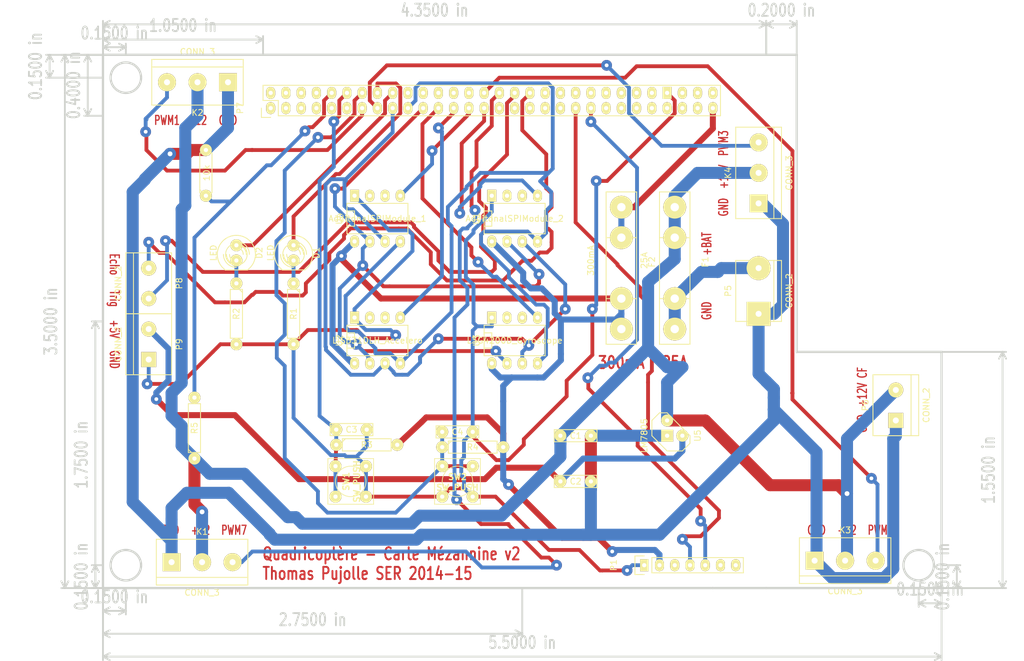
<source format=kicad_pcb>
(kicad_pcb (version 4) (host pcbnew "(2015-03-06 BZR 5484)-product")

  (general
    (links 84)
    (no_connects 0)
    (area 31.716254 34.59734 206.502002 146.758661)
    (thickness 1.6002)
    (drawings 51)
    (tracks 749)
    (zones 0)
    (modules 31)
    (nets 79)
  )

  (page A4)
  (title_block
    (date "7 dec 2012")
  )

  (layers
    (0 Dessus signal)
    (31 Dessous signal)
    (32 B.Adhes user)
    (33 F.Adhes user)
    (34 B.Paste user)
    (35 F.Paste user)
    (36 B.SilkS user)
    (37 F.SilkS user)
    (38 B.Mask user)
    (39 F.Mask user)
    (40 Dwgs.User user)
    (41 Cmts.User user)
    (42 Eco1.User user)
    (43 Eco2.User user)
    (44 Edge.Cuts user)
  )

  (setup
    (last_trace_width 0.635)
    (user_trace_width 0.70104)
    (user_trace_width 0.8001)
    (user_trace_width 1.00076)
    (user_trace_width 1.99898)
    (trace_clearance 0.35052)
    (zone_clearance 0.508)
    (zone_45_only no)
    (trace_min 0.2032)
    (segment_width 0.381)
    (edge_width 0.381)
    (via_size 1.80086)
    (via_drill 0.635)
    (via_min_size 0.889)
    (via_min_drill 0.508)
    (uvia_size 0.508)
    (uvia_drill 0.127)
    (uvias_allowed no)
    (uvia_min_size 0.508)
    (uvia_min_drill 0.127)
    (pcb_text_width 0.3048)
    (pcb_text_size 1.524 2.032)
    (mod_edge_width 0.381)
    (mod_text_size 1.524 1.524)
    (mod_text_width 0.3048)
    (pad_size 2 1.5)
    (pad_drill 0.7)
    (pad_to_mask_clearance 0.254)
    (aux_axis_origin 0 0)
    (visible_elements FFFFFF7F)
    (pcbplotparams
      (layerselection 0x00000_80000000)
      (usegerberextensions false)
      (excludeedgelayer false)
      (linewidth 0.150000)
      (plotframeref false)
      (viasonmask false)
      (mode 1)
      (useauxorigin false)
      (hpglpennumber 1)
      (hpglpenspeed 20)
      (hpglpendiameter 15)
      (hpglpenoverlay 0)
      (psnegative false)
      (psa4output false)
      (plotreference false)
      (plotvalue false)
      (plotinvisibletext false)
      (padsonsilk false)
      (subtractmaskfromsilk false)
      (outputformat 2)
      (mirror false)
      (drillshape 2)
      (scaleselection 1)
      (outputdirectory "../image dossier/"))
  )

  (net 0 "")
  (net 1 /CS_ACC)
  (net 2 /DTIN0_trig)
  (net 3 /GND_3.3)
  (net 4 /GND_batt)
  (net 5 /PTC1_echo)
  (net 6 /PWM1)
  (net 7 /PWM3)
  (net 8 /PWM5)
  (net 9 /PWM7)
  (net 10 /QSPI_CLK)
  (net 11 /QSPI_MISO)
  (net 12 /QSPI_MOSI)
  (net 13 /Vbatt)
  (net 14 /Vcc_3.3V)
  (net 15 /Vcc_5V)
  (net 16 /image_tension)
  (net 17 "Net-(C3-Pad1)")
  (net 18 "Net-(C4-Pad1)")
  (net 19 "Net-(D1-Pad1)")
  (net 20 "Net-(D1-Pad2)")
  (net 21 "Net-(D2-Pad1)")
  (net 22 "Net-(D2-Pad2)")
  (net 23 "Net-(F1-Pad1)")
  (net 24 "Net-(F2-Pad2)")
  (net 25 /CS_GYRO)
  (net 26 /CS_EXT1)
  (net 27 /CS_EXT2)
  (net 28 /CF_TX0)
  (net 29 /CF_RX0)
  (net 30 "Net-(P1-Pad3)")
  (net 31 "Net-(P1-Pad6)")
  (net 32 "Net-(P1-Pad7)")
  (net 33 "Net-(P7-Pad1)")
  (net 34 "Net-(P7-Pad2)")
  (net 35 "Net-(P7-Pad3)")
  (net 36 "Net-(P7-Pad4)")
  (net 37 "Net-(P7-Pad5)")
  (net 38 "Net-(P7-Pad6)")
  (net 39 "Net-(P7-Pad7)")
  (net 40 "Net-(P7-Pad8)")
  (net 41 "Net-(P7-Pad9)")
  (net 42 "Net-(P7-Pad11)")
  (net 43 "Net-(P7-Pad20)")
  (net 44 "Net-(P7-Pad22)")
  (net 45 "Net-(P7-Pad24)")
  (net 46 "Net-(P7-Pad26)")
  (net 47 "Net-(P7-Pad28)")
  (net 48 "Net-(P7-Pad31)")
  (net 49 "Net-(P7-Pad33)")
  (net 50 "Net-(P7-Pad35)")
  (net 51 "Net-(P7-Pad37)")
  (net 52 "Net-(P7-Pad38)")
  (net 53 "Net-(P7-Pad39)")
  (net 54 "Net-(P7-Pad40)")
  (net 55 "Net-(P7-Pad42)")
  (net 56 "Net-(P7-Pad44)")
  (net 57 "Net-(P7-Pad45)")
  (net 58 "Net-(P7-Pad46)")
  (net 59 "Net-(P7-Pad47)")
  (net 60 "Net-(P7-Pad48)")
  (net 61 "Net-(P7-Pad49)")
  (net 62 "Net-(P7-Pad50)")
  (net 63 "Net-(P7-Pad51)")
  (net 64 "Net-(P7-Pad52)")
  (net 65 "Net-(P7-Pad53)")
  (net 66 "Net-(P7-Pad55)")
  (net 67 "Net-(P7-Pad56)")
  (net 68 "Net-(P7-Pad57)")
  (net 69 "Net-(P7-Pad58)")
  (net 70 "Net-(P7-Pad60)")
  (net 71 "Net-(U1-Pad6)")
  (net 72 "Net-(U1-Pad7)")
  (net 73 "Net-(U2-Pad6)")
  (net 74 "Net-(U2-Pad7)")
  (net 75 "Net-(U3-Pad6)")
  (net 76 "Net-(U3-Pad7)")
  (net 77 "Net-(U4-Pad6)")
  (net 78 "Net-(U4-Pad7)")

  (net_class Default "Ceci est la Netclass par défaut"
    (clearance 0.35052)
    (trace_width 0.635)
    (via_dia 1.80086)
    (via_drill 0.635)
    (uvia_dia 0.508)
    (uvia_drill 0.127)
    (add_net /CF_RX0)
    (add_net /CF_TX0)
    (add_net /CS_ACC)
    (add_net /CS_EXT1)
    (add_net /CS_EXT2)
    (add_net /CS_GYRO)
    (add_net /DTIN0_trig)
    (add_net /PTC1_echo)
    (add_net /PWM1)
    (add_net /PWM3)
    (add_net /PWM5)
    (add_net /PWM7)
    (add_net /QSPI_CLK)
    (add_net /QSPI_MISO)
    (add_net /QSPI_MOSI)
    (add_net /image_tension)
    (add_net "Net-(C3-Pad1)")
    (add_net "Net-(C4-Pad1)")
    (add_net "Net-(D1-Pad1)")
    (add_net "Net-(D1-Pad2)")
    (add_net "Net-(D2-Pad1)")
    (add_net "Net-(D2-Pad2)")
    (add_net "Net-(P1-Pad3)")
    (add_net "Net-(P1-Pad6)")
    (add_net "Net-(P1-Pad7)")
    (add_net "Net-(P7-Pad1)")
    (add_net "Net-(P7-Pad11)")
    (add_net "Net-(P7-Pad2)")
    (add_net "Net-(P7-Pad20)")
    (add_net "Net-(P7-Pad22)")
    (add_net "Net-(P7-Pad24)")
    (add_net "Net-(P7-Pad26)")
    (add_net "Net-(P7-Pad28)")
    (add_net "Net-(P7-Pad3)")
    (add_net "Net-(P7-Pad31)")
    (add_net "Net-(P7-Pad33)")
    (add_net "Net-(P7-Pad35)")
    (add_net "Net-(P7-Pad37)")
    (add_net "Net-(P7-Pad38)")
    (add_net "Net-(P7-Pad39)")
    (add_net "Net-(P7-Pad4)")
    (add_net "Net-(P7-Pad40)")
    (add_net "Net-(P7-Pad42)")
    (add_net "Net-(P7-Pad44)")
    (add_net "Net-(P7-Pad45)")
    (add_net "Net-(P7-Pad46)")
    (add_net "Net-(P7-Pad47)")
    (add_net "Net-(P7-Pad48)")
    (add_net "Net-(P7-Pad49)")
    (add_net "Net-(P7-Pad5)")
    (add_net "Net-(P7-Pad50)")
    (add_net "Net-(P7-Pad51)")
    (add_net "Net-(P7-Pad52)")
    (add_net "Net-(P7-Pad53)")
    (add_net "Net-(P7-Pad55)")
    (add_net "Net-(P7-Pad56)")
    (add_net "Net-(P7-Pad57)")
    (add_net "Net-(P7-Pad58)")
    (add_net "Net-(P7-Pad6)")
    (add_net "Net-(P7-Pad60)")
    (add_net "Net-(P7-Pad7)")
    (add_net "Net-(P7-Pad8)")
    (add_net "Net-(P7-Pad9)")
    (add_net "Net-(U1-Pad6)")
    (add_net "Net-(U1-Pad7)")
    (add_net "Net-(U2-Pad6)")
    (add_net "Net-(U2-Pad7)")
    (add_net "Net-(U3-Pad6)")
    (add_net "Net-(U3-Pad7)")
    (add_net "Net-(U4-Pad6)")
    (add_net "Net-(U4-Pad7)")
  )

  (net_class Alim_Vcc ""
    (clearance 0.35052)
    (trace_width 1.00076)
    (via_dia 1.80086)
    (via_drill 0.635)
    (uvia_dia 0.508)
    (uvia_drill 0.127)
    (add_net /Vcc_3.3V)
    (add_net /Vcc_5V)
    (add_net "Net-(F2-Pad2)")
  )

  (net_class Alim_batt ""
    (clearance 0.35052)
    (trace_width 1.99898)
    (via_dia 2)
    (via_drill 0.8)
    (uvia_dia 0.508)
    (uvia_drill 0.127)
    (add_net /GND_batt)
    (add_net /Vbatt)
    (add_net "Net-(F1-Pad1)")
  )

  (net_class GND_3.3V ""
    (clearance 0.35052)
    (trace_width 0.635)
    (via_dia 1.80086)
    (via_drill 0.635)
    (uvia_dia 0.508)
    (uvia_drill 0.127)
    (add_net /GND_3.3)
  )

  (module SW_PUSH_SMALL (layer Dessus) (tedit 5500BC34) (tstamp 50AA5136)
    (at 107.315 114.3)
    (path /50A11590)
    (fp_text reference SW2 (at 0 -0.762) (layer F.SilkS)
      (effects (font (size 1.016 1.016) (thickness 0.2032)))
    )
    (fp_text value SW_PUSH (at 0 1.016) (layer F.SilkS)
      (effects (font (size 1.016 1.016) (thickness 0.2032)))
    )
    (fp_circle (center 0 0) (end 0 -2.54) (layer F.SilkS) (width 0.127))
    (fp_line (start -3.81 -3.81) (end 3.81 -3.81) (layer F.SilkS) (width 0.127))
    (fp_line (start 3.81 -3.81) (end 3.81 3.81) (layer F.SilkS) (width 0.127))
    (fp_line (start 3.81 3.81) (end -3.81 3.81) (layer F.SilkS) (width 0.127))
    (fp_line (start -3.81 -3.81) (end -3.81 3.81) (layer F.SilkS) (width 0.127))
    (pad 1 thru_hole circle (at 2.54 -2.54) (size 2 2) (drill 0.7) (layers *.Cu *.Mask F.SilkS)
      (net 18 "Net-(C4-Pad1)"))
    (pad 2 thru_hole circle (at 2.54 2.54) (size 2 2) (drill 0.7) (layers *.Cu *.Mask F.SilkS)
      (net 3 /GND_3.3))
    (pad 1 thru_hole circle (at -2.54 -2.54) (size 2 2) (drill 0.7) (layers *.Cu *.Mask F.SilkS)
      (net 18 "Net-(C4-Pad1)"))
    (pad 2 thru_hole circle (at -2.54 2.54) (size 2 2) (drill 0.7) (layers *.Cu *.Mask F.SilkS)
      (net 3 /GND_3.3))
  )

  (module SW_PUSH_SMALL (layer Dessus) (tedit 5501A20A) (tstamp 50AA5138)
    (at 89.535 114.3 90)
    (path /50A1152A)
    (fp_text reference SW1 (at 0 -0.762 90) (layer F.SilkS)
      (effects (font (size 1.016 1.016) (thickness 0.2032)))
    )
    (fp_text value SW_PUSH (at 0 1.016 90) (layer F.SilkS)
      (effects (font (size 1.016 1.016) (thickness 0.2032)))
    )
    (fp_circle (center 0 0) (end 0 -2.54) (layer F.SilkS) (width 0.127))
    (fp_line (start -3.81 -3.81) (end 3.81 -3.81) (layer F.SilkS) (width 0.127))
    (fp_line (start 3.81 -3.81) (end 3.81 3.81) (layer F.SilkS) (width 0.127))
    (fp_line (start 3.81 3.81) (end -3.81 3.81) (layer F.SilkS) (width 0.127))
    (fp_line (start -3.81 -3.81) (end -3.81 3.81) (layer F.SilkS) (width 0.127))
    (pad 1 thru_hole circle (at 2.54 -2.54 90) (size 2 2) (drill 0.7) (layers *.Cu *.Mask F.SilkS)
      (net 17 "Net-(C3-Pad1)"))
    (pad 2 thru_hole circle (at 2.54 2.54 90) (size 2 2) (drill 0.7) (layers *.Cu *.Mask F.SilkS)
      (net 3 /GND_3.3))
    (pad 1 thru_hole circle (at -2.54 -2.54 90) (size 2 2) (drill 0.7) (layers *.Cu *.Mask F.SilkS)
      (net 17 "Net-(C3-Pad1)"))
    (pad 2 thru_hole circle (at -2.54 2.54 90) (size 2 2) (drill 0.7) (layers *.Cu *.Mask F.SilkS)
      (net 3 /GND_3.3))
  )

  (module Discret:C2 (layer Dessus) (tedit 54FE0DFA) (tstamp 54FE0ED9)
    (at 127 106.68)
    (descr "Condensateur = 2 pas")
    (tags C)
    (path /50AA393B)
    (fp_text reference C1 (at 0 0) (layer F.SilkS)
      (effects (font (size 1 1) (thickness 0.15)))
    )
    (fp_text value 22µF (at 0 0) (layer F.SilkS) hide
      (effects (font (size 1 1) (thickness 0.15)))
    )
    (fp_line (start -3.556 -1.016) (end 3.556 -1.016) (layer F.SilkS) (width 0.15))
    (fp_line (start 3.556 -1.016) (end 3.556 1.016) (layer F.SilkS) (width 0.15))
    (fp_line (start 3.556 1.016) (end -3.556 1.016) (layer F.SilkS) (width 0.15))
    (fp_line (start -3.556 1.016) (end -3.556 -1.016) (layer F.SilkS) (width 0.15))
    (fp_line (start -3.556 -0.508) (end -3.048 -1.016) (layer F.SilkS) (width 0.15))
    (pad 1 thru_hole circle (at -2.54 0) (size 2 2) (drill 0.7) (layers *.Cu *.Mask F.SilkS)
      (net 13 /Vbatt))
    (pad 2 thru_hole circle (at 2.54 0) (size 2 2) (drill 0.7) (layers *.Cu *.Mask F.SilkS)
      (net 4 /GND_batt))
    (model Discret/C2.wrl
      (at (xyz 0 0 0))
      (scale (xyz 1 1 1))
      (rotate (xyz 0 0 0))
    )
  )

  (module Discret:C2 (layer Dessus) (tedit 5500BC27) (tstamp 54FE0EE3)
    (at 127 114.3)
    (descr "Condensateur = 2 pas")
    (tags C)
    (path /50AA390B)
    (fp_text reference C2 (at 0 0) (layer F.SilkS)
      (effects (font (size 1 1) (thickness 0.15)))
    )
    (fp_text value 100nF (at 0 0) (layer F.SilkS) hide
      (effects (font (size 1 1) (thickness 0.15)))
    )
    (fp_line (start -3.556 -1.016) (end 3.556 -1.016) (layer F.SilkS) (width 0.15))
    (fp_line (start 3.556 -1.016) (end 3.556 1.016) (layer F.SilkS) (width 0.15))
    (fp_line (start 3.556 1.016) (end -3.556 1.016) (layer F.SilkS) (width 0.15))
    (fp_line (start -3.556 1.016) (end -3.556 -1.016) (layer F.SilkS) (width 0.15))
    (fp_line (start -3.556 -0.508) (end -3.048 -1.016) (layer F.SilkS) (width 0.15))
    (pad 1 thru_hole circle (at -2.54 0) (size 2 2) (drill 0.7) (layers *.Cu *.Mask F.SilkS)
      (net 15 /Vcc_5V))
    (pad 2 thru_hole circle (at 2.54 0) (size 2 2) (drill 0.7) (layers *.Cu *.Mask F.SilkS)
      (net 4 /GND_batt))
    (model Discret/C2.wrl
      (at (xyz 0 0 0))
      (scale (xyz 1 1 1))
      (rotate (xyz 0 0 0))
    )
  )

  (module Discret:C2 (layer Dessus) (tedit 5501A1FE) (tstamp 54FE0EED)
    (at 89.662 105.664)
    (descr "Condensateur = 2 pas")
    (tags C)
    (path /50AA3A2B)
    (fp_text reference C3 (at 0 0) (layer F.SilkS)
      (effects (font (size 1 1) (thickness 0.15)))
    )
    (fp_text value 100nF (at 0 0) (layer F.SilkS) hide
      (effects (font (size 1 1) (thickness 0.15)))
    )
    (fp_line (start -3.556 -1.016) (end 3.556 -1.016) (layer F.SilkS) (width 0.15))
    (fp_line (start 3.556 -1.016) (end 3.556 1.016) (layer F.SilkS) (width 0.15))
    (fp_line (start 3.556 1.016) (end -3.556 1.016) (layer F.SilkS) (width 0.15))
    (fp_line (start -3.556 1.016) (end -3.556 -1.016) (layer F.SilkS) (width 0.15))
    (fp_line (start -3.556 -0.508) (end -3.048 -1.016) (layer F.SilkS) (width 0.15))
    (pad 1 thru_hole circle (at -2.54 0) (size 2 2) (drill 0.7) (layers *.Cu *.Mask F.SilkS)
      (net 17 "Net-(C3-Pad1)"))
    (pad 2 thru_hole circle (at 2.54 0) (size 2 2) (drill 0.7) (layers *.Cu *.Mask F.SilkS)
      (net 3 /GND_3.3))
    (model Discret/C2.wrl
      (at (xyz 0 0 0))
      (scale (xyz 1 1 1))
      (rotate (xyz 0 0 0))
    )
  )

  (module Discret:C2 (layer Dessus) (tedit 54FE0DFA) (tstamp 54FE0EF7)
    (at 107.315 106.045)
    (descr "Condensateur = 2 pas")
    (tags C)
    (path /50AA3A34)
    (fp_text reference C4 (at 0 0) (layer F.SilkS)
      (effects (font (size 1 1) (thickness 0.15)))
    )
    (fp_text value 100nF (at 0 0) (layer F.SilkS) hide
      (effects (font (size 1 1) (thickness 0.15)))
    )
    (fp_line (start -3.556 -1.016) (end 3.556 -1.016) (layer F.SilkS) (width 0.15))
    (fp_line (start 3.556 -1.016) (end 3.556 1.016) (layer F.SilkS) (width 0.15))
    (fp_line (start 3.556 1.016) (end -3.556 1.016) (layer F.SilkS) (width 0.15))
    (fp_line (start -3.556 1.016) (end -3.556 -1.016) (layer F.SilkS) (width 0.15))
    (fp_line (start -3.556 -0.508) (end -3.048 -1.016) (layer F.SilkS) (width 0.15))
    (pad 1 thru_hole circle (at -2.54 0) (size 2 2) (drill 0.7) (layers *.Cu *.Mask F.SilkS)
      (net 18 "Net-(C4-Pad1)"))
    (pad 2 thru_hole circle (at 2.54 0) (size 2 2) (drill 0.7) (layers *.Cu *.Mask F.SilkS)
      (net 3 /GND_3.3))
    (model Discret/C2.wrl
      (at (xyz 0 0 0))
      (scale (xyz 1 1 1))
      (rotate (xyz 0 0 0))
    )
  )

  (module LEDs:LED-5MM (layer Dessus) (tedit 54FE14DC) (tstamp 54FE0F01)
    (at 80.01 76.2 270)
    (descr "LED 5mm - Lead pitch 100mil (2,54mm)")
    (tags "LED led 5mm 5MM 100mil 2,54mm")
    (path /50A117D9)
    (fp_text reference D1 (at 0 -3.81 270) (layer F.SilkS)
      (effects (font (size 1 1) (thickness 0.15)))
    )
    (fp_text value LED (at 0 3.81 270) (layer F.SilkS)
      (effects (font (size 1 1) (thickness 0.15)))
    )
    (fp_line (start 2.8448 1.905) (end 2.8448 -1.905) (layer F.SilkS) (width 0.15))
    (fp_circle (center 0.254 0) (end -1.016 1.27) (layer F.SilkS) (width 0.15))
    (fp_arc (start 0.254 0) (end 2.794 1.905) (angle 286.2) (layer F.SilkS) (width 0.15))
    (fp_arc (start 0.254 0) (end -0.889 0) (angle 90) (layer F.SilkS) (width 0.15))
    (fp_arc (start 0.254 0) (end 1.397 0) (angle 90) (layer F.SilkS) (width 0.15))
    (fp_arc (start 0.254 0) (end -1.397 0) (angle 90) (layer F.SilkS) (width 0.15))
    (fp_arc (start 0.254 0) (end 1.905 0) (angle 90) (layer F.SilkS) (width 0.15))
    (fp_arc (start 0.254 0) (end -1.905 0) (angle 90) (layer F.SilkS) (width 0.15))
    (fp_arc (start 0.254 0) (end 2.413 0) (angle 90) (layer F.SilkS) (width 0.15))
    (pad 1 thru_hole circle (at -1.27 0 270) (size 2 2) (drill 0.7) (layers *.Cu *.Mask F.SilkS)
      (net 19 "Net-(D1-Pad1)"))
    (pad 2 thru_hole circle (at 1.27 0 270) (size 2 2) (drill 0.7) (layers *.Cu *.Mask F.SilkS)
      (net 20 "Net-(D1-Pad2)"))
    (model LEDs/LED-5MM.wrl
      (at (xyz 0 0 0))
      (scale (xyz 1 1 1))
      (rotate (xyz 0 0 0))
    )
  )

  (module LEDs:LED-5MM (layer Dessus) (tedit 5501A1ED) (tstamp 54FE0F0F)
    (at 70.485 76.2 270)
    (descr "LED 5mm - Lead pitch 100mil (2,54mm)")
    (tags "LED led 5mm 5MM 100mil 2,54mm")
    (path /50A1185F)
    (fp_text reference D2 (at 0 -3.81 270) (layer F.SilkS)
      (effects (font (size 1 1) (thickness 0.15)))
    )
    (fp_text value LED (at 0 3.81 270) (layer F.SilkS)
      (effects (font (size 1 1) (thickness 0.15)))
    )
    (fp_line (start 2.8448 1.905) (end 2.8448 -1.905) (layer F.SilkS) (width 0.15))
    (fp_circle (center 0.254 0) (end -1.016 1.27) (layer F.SilkS) (width 0.15))
    (fp_arc (start 0.254 0) (end 2.794 1.905) (angle 286.2) (layer F.SilkS) (width 0.15))
    (fp_arc (start 0.254 0) (end -0.889 0) (angle 90) (layer F.SilkS) (width 0.15))
    (fp_arc (start 0.254 0) (end 1.397 0) (angle 90) (layer F.SilkS) (width 0.15))
    (fp_arc (start 0.254 0) (end -1.397 0) (angle 90) (layer F.SilkS) (width 0.15))
    (fp_arc (start 0.254 0) (end 1.905 0) (angle 90) (layer F.SilkS) (width 0.15))
    (fp_arc (start 0.254 0) (end -1.905 0) (angle 90) (layer F.SilkS) (width 0.15))
    (fp_arc (start 0.254 0) (end 2.413 0) (angle 90) (layer F.SilkS) (width 0.15))
    (pad 1 thru_hole circle (at -1.27 0 270) (size 2 2) (drill 0.7) (layers *.Cu *.Mask F.SilkS)
      (net 21 "Net-(D2-Pad1)"))
    (pad 2 thru_hole circle (at 1.27 0 270) (size 2 2) (drill 0.7) (layers *.Cu *.Mask F.SilkS)
      (net 22 "Net-(D2-Pad2)"))
    (model LEDs/LED-5MM.wrl
      (at (xyz 0 0 0))
      (scale (xyz 1 1 1))
      (rotate (xyz 0 0 0))
    )
  )

  (module Discret:FUSE5-20 (layer Dessus) (tedit 54FE0DFA) (tstamp 54FE0F1D)
    (at 143.51 78.74 90)
    (descr "Support fusible 5 x 20")
    (tags DEV)
    (path /50A0FC59)
    (fp_text reference F1 (at 1.016 5.08 90) (layer F.SilkS)
      (effects (font (size 1 1) (thickness 0.15)))
    )
    (fp_text value 25A (at 1.27 -5.08 90) (layer F.SilkS)
      (effects (font (size 1 1) (thickness 0.15)))
    )
    (fp_line (start -12.7 -2.54) (end 12.7 -2.54) (layer F.SilkS) (width 0.15))
    (fp_line (start 12.7 -2.54) (end 12.7 2.54) (layer F.SilkS) (width 0.15))
    (fp_line (start 12.7 2.54) (end -12.7 2.54) (layer F.SilkS) (width 0.15))
    (fp_line (start -12.7 2.54) (end -12.7 -2.54) (layer F.SilkS) (width 0.15))
    (fp_line (start -5.08 -2.54) (end -5.08 2.54) (layer F.SilkS) (width 0.15))
    (fp_line (start 5.08 -2.54) (end 5.08 2.54) (layer F.SilkS) (width 0.15))
    (pad 1 thru_hole circle (at -10.16 0 90) (size 3.81 3.81) (drill 1.397) (layers *.Cu *.Mask F.SilkS)
      (net 23 "Net-(F1-Pad1)"))
    (pad 1 thru_hole circle (at -5.08 0 90) (size 3.81 3.81) (drill 1.397) (layers *.Cu *.Mask F.SilkS)
      (net 23 "Net-(F1-Pad1)"))
    (pad 2 thru_hole circle (at 5.08 0 90) (size 3.81 3.81) (drill 1.397) (layers *.Cu *.Mask F.SilkS)
      (net 13 /Vbatt))
    (pad 2 thru_hole circle (at 10.16 0 90) (size 3.81 3.81) (drill 1.397) (layers *.Cu *.Mask F.SilkS)
      (net 13 /Vbatt))
  )

  (module Discret:FUSE5-20 (layer Dessus) (tedit 54FE0DFA) (tstamp 54FE0F2A)
    (at 134.62 78.74 90)
    (descr "Support fusible 5 x 20")
    (tags DEV)
    (path /50A0FC75)
    (fp_text reference F2 (at 1.016 5.08 90) (layer F.SilkS)
      (effects (font (size 1 1) (thickness 0.15)))
    )
    (fp_text value 300mA (at 1.27 -5.08 90) (layer F.SilkS)
      (effects (font (size 1 1) (thickness 0.15)))
    )
    (fp_line (start -12.7 -2.54) (end 12.7 -2.54) (layer F.SilkS) (width 0.15))
    (fp_line (start 12.7 -2.54) (end 12.7 2.54) (layer F.SilkS) (width 0.15))
    (fp_line (start 12.7 2.54) (end -12.7 2.54) (layer F.SilkS) (width 0.15))
    (fp_line (start -12.7 2.54) (end -12.7 -2.54) (layer F.SilkS) (width 0.15))
    (fp_line (start -5.08 -2.54) (end -5.08 2.54) (layer F.SilkS) (width 0.15))
    (fp_line (start 5.08 -2.54) (end 5.08 2.54) (layer F.SilkS) (width 0.15))
    (pad 1 thru_hole circle (at -10.16 0 90) (size 3.81 3.81) (drill 1.397) (layers *.Cu *.Mask F.SilkS)
      (net 14 /Vcc_3.3V))
    (pad 1 thru_hole circle (at -5.08 0 90) (size 3.81 3.81) (drill 1.397) (layers *.Cu *.Mask F.SilkS)
      (net 14 /Vcc_3.3V))
    (pad 2 thru_hole circle (at 5.08 0 90) (size 3.81 3.81) (drill 1.397) (layers *.Cu *.Mask F.SilkS)
      (net 24 "Net-(F2-Pad2)"))
    (pad 2 thru_hole circle (at 10.16 0 90) (size 3.81 3.81) (drill 1.397) (layers *.Cu *.Mask F.SilkS)
      (net 24 "Net-(F2-Pad2)"))
  )

  (module Connect:bornier3 (layer Dessus) (tedit 5500BC8B) (tstamp 5500BD89)
    (at 64.77 127.762)
    (descr "Bornier d'alimentation 3 pins")
    (tags DEV)
    (path /50BCC7BC)
    (fp_text reference K1 (at 0 -5.08) (layer F.SilkS)
      (effects (font (size 1 1) (thickness 0.15)))
    )
    (fp_text value CONN_3 (at 0 5.08) (layer F.SilkS)
      (effects (font (size 1 1) (thickness 0.15)))
    )
    (fp_line (start -7.62 3.81) (end -7.62 -3.81) (layer F.SilkS) (width 0.15))
    (fp_line (start 7.62 3.81) (end 7.62 -3.81) (layer F.SilkS) (width 0.15))
    (fp_line (start -7.62 2.54) (end 7.62 2.54) (layer F.SilkS) (width 0.15))
    (fp_line (start -7.62 -3.81) (end 7.62 -3.81) (layer F.SilkS) (width 0.15))
    (fp_line (start -7.62 3.81) (end 7.62 3.81) (layer F.SilkS) (width 0.15))
    (pad 1 thru_hole rect (at -5.08 0) (size 3 3) (drill 1) (layers *.Cu *.Mask F.SilkS)
      (net 4 /GND_batt))
    (pad 2 thru_hole circle (at 0 0) (size 3 3) (drill 1) (layers *.Cu *.Mask F.SilkS)
      (net 13 /Vbatt))
    (pad 3 thru_hole circle (at 5.08 0) (size 3 3) (drill 1) (layers *.Cu *.Mask F.SilkS)
      (net 9 /PWM7))
    (model Connect/bornier3.wrl
      (at (xyz 0 0 0))
      (scale (xyz 1 1 1))
      (rotate (xyz 0 0 0))
    )
  )

  (module Connect:bornier3 (layer Dessus) (tedit 54FE13D4) (tstamp 5500BD7C)
    (at 64.008 47.752 180)
    (descr "Bornier d'alimentation 3 pins")
    (tags DEV)
    (path /50BCC83E)
    (fp_text reference K2 (at 0 -5.08 180) (layer F.SilkS)
      (effects (font (size 1 1) (thickness 0.15)))
    )
    (fp_text value CONN_3 (at 0 5.08 180) (layer F.SilkS)
      (effects (font (size 1 1) (thickness 0.15)))
    )
    (fp_line (start -7.62 3.81) (end -7.62 -3.81) (layer F.SilkS) (width 0.15))
    (fp_line (start 7.62 3.81) (end 7.62 -3.81) (layer F.SilkS) (width 0.15))
    (fp_line (start -7.62 2.54) (end 7.62 2.54) (layer F.SilkS) (width 0.15))
    (fp_line (start -7.62 -3.81) (end 7.62 -3.81) (layer F.SilkS) (width 0.15))
    (fp_line (start -7.62 3.81) (end 7.62 3.81) (layer F.SilkS) (width 0.15))
    (pad 1 thru_hole rect (at -5.08 0 180) (size 3 3) (drill 1) (layers *.Cu *.Mask F.SilkS)
      (net 4 /GND_batt))
    (pad 2 thru_hole circle (at 0 0 180) (size 3 3) (drill 1) (layers *.Cu *.Mask F.SilkS)
      (net 13 /Vbatt))
    (pad 3 thru_hole circle (at 5.08 0 180) (size 3 3) (drill 1) (layers *.Cu *.Mask F.SilkS)
      (net 6 /PWM1))
    (model Connect/bornier3.wrl
      (at (xyz 0 0 0))
      (scale (xyz 1 1 1))
      (rotate (xyz 0 0 0))
    )
  )

  (module Connect:bornier3 (layer Dessus) (tedit 54FE0DFA) (tstamp 5500BD6F)
    (at 171.8945 127.508)
    (descr "Bornier d'alimentation 3 pins")
    (tags DEV)
    (path /50BCC7FF)
    (fp_text reference K3 (at 0 -5.08) (layer F.SilkS)
      (effects (font (size 1 1) (thickness 0.15)))
    )
    (fp_text value CONN_3 (at 0 5.08) (layer F.SilkS)
      (effects (font (size 1 1) (thickness 0.15)))
    )
    (fp_line (start -7.62 3.81) (end -7.62 -3.81) (layer F.SilkS) (width 0.15))
    (fp_line (start 7.62 3.81) (end 7.62 -3.81) (layer F.SilkS) (width 0.15))
    (fp_line (start -7.62 2.54) (end 7.62 2.54) (layer F.SilkS) (width 0.15))
    (fp_line (start -7.62 -3.81) (end 7.62 -3.81) (layer F.SilkS) (width 0.15))
    (fp_line (start -7.62 3.81) (end 7.62 3.81) (layer F.SilkS) (width 0.15))
    (pad 1 thru_hole rect (at -5.08 0) (size 3 3) (drill 1) (layers *.Cu *.Mask F.SilkS)
      (net 4 /GND_batt))
    (pad 2 thru_hole circle (at 0 0) (size 3 3) (drill 1) (layers *.Cu *.Mask F.SilkS)
      (net 13 /Vbatt))
    (pad 3 thru_hole circle (at 5.08 0) (size 3 3) (drill 1) (layers *.Cu *.Mask F.SilkS)
      (net 8 /PWM5))
    (model Connect/bornier3.wrl
      (at (xyz 0 0 0))
      (scale (xyz 1 1 1))
      (rotate (xyz 0 0 0))
    )
  )

  (module Connect:bornier3 (layer Dessus) (tedit 550169CE) (tstamp 5500BD62)
    (at 157.48 62.865 90)
    (descr "Bornier d'alimentation 3 pins")
    (tags DEV)
    (path /50BCC7C8)
    (fp_text reference K4 (at 0 -5.08 90) (layer F.SilkS)
      (effects (font (size 1 1) (thickness 0.15)))
    )
    (fp_text value CONN_3 (at 0 5.08 90) (layer F.SilkS)
      (effects (font (size 1 1) (thickness 0.15)))
    )
    (fp_line (start -7.62 3.81) (end -7.62 -3.81) (layer F.SilkS) (width 0.15))
    (fp_line (start 7.62 3.81) (end 7.62 -3.81) (layer F.SilkS) (width 0.15))
    (fp_line (start -7.62 2.54) (end 7.62 2.54) (layer F.SilkS) (width 0.15))
    (fp_line (start -7.62 -3.81) (end 7.62 -3.81) (layer F.SilkS) (width 0.15))
    (fp_line (start -7.62 3.81) (end 7.62 3.81) (layer F.SilkS) (width 0.15))
    (pad 1 thru_hole rect (at -5.08 0 90) (size 3 3) (drill 1) (layers *.Cu *.Mask F.SilkS)
      (net 4 /GND_batt))
    (pad 2 thru_hole circle (at 0 0 90) (size 3 3) (drill 1) (layers *.Cu *.Mask F.SilkS)
      (net 13 /Vbatt))
    (pad 3 thru_hole circle (at 5.08 0 90) (size 3 3) (drill 1) (layers *.Cu *.Mask F.SilkS)
      (net 7 /PWM3))
    (model Connect/bornier3.wrl
      (at (xyz 0 0 0))
      (scale (xyz 1 1 1))
      (rotate (xyz 0 0 0))
    )
  )

  (module Connect:bornier2 (layer Dessus) (tedit 5501A49B) (tstamp 54FE0F6E)
    (at 157.48 82.55 90)
    (descr "Bornier d'alimentation 2 pins")
    (tags DEV)
    (path /50A0FBD3)
    (fp_text reference P5 (at 0 -5.08 90) (layer F.SilkS)
      (effects (font (size 1 1) (thickness 0.15)))
    )
    (fp_text value CONN_2 (at 0 5.08 90) (layer F.SilkS)
      (effects (font (size 1 1) (thickness 0.15)))
    )
    (fp_line (start 5.08 2.54) (end -5.08 2.54) (layer F.SilkS) (width 0.15))
    (fp_line (start 5.08 3.81) (end 5.08 -3.81) (layer F.SilkS) (width 0.15))
    (fp_line (start 5.08 -3.81) (end -5.08 -3.81) (layer F.SilkS) (width 0.15))
    (fp_line (start -5.08 -3.81) (end -5.08 3.81) (layer F.SilkS) (width 0.15))
    (fp_line (start -5.08 3.81) (end 5.08 3.81) (layer F.SilkS) (width 0.15))
    (pad 1 thru_hole rect (at -3.81 0 90) (size 4 4) (drill 1) (layers *.Cu *.Mask F.SilkS)
      (net 4 /GND_batt))
    (pad 2 thru_hole circle (at 3.81 0 90) (size 4 4) (drill 1) (layers *.Cu *.Mask F.SilkS)
      (net 23 "Net-(F1-Pad1)"))
    (model Connect/bornier2.wrl
      (at (xyz 0 0 0))
      (scale (xyz 1 1 1))
      (rotate (xyz 0 0 0))
    )
  )

  (module Connect:bornier2 (layer Dessus) (tedit 54FE167D) (tstamp 54FE0F78)
    (at 180.34 101.6 90)
    (descr "Bornier d'alimentation 2 pins")
    (tags DEV)
    (path /50A0FB82)
    (fp_text reference P6 (at 0 -5.08 90) (layer F.SilkS)
      (effects (font (size 1 1) (thickness 0.15)))
    )
    (fp_text value CONN_2 (at 0 5.08 90) (layer F.SilkS)
      (effects (font (size 1 1) (thickness 0.15)))
    )
    (fp_line (start 5.08 2.54) (end -5.08 2.54) (layer F.SilkS) (width 0.15))
    (fp_line (start 5.08 3.81) (end 5.08 -3.81) (layer F.SilkS) (width 0.15))
    (fp_line (start 5.08 -3.81) (end -5.08 -3.81) (layer F.SilkS) (width 0.15))
    (fp_line (start -5.08 -3.81) (end -5.08 3.81) (layer F.SilkS) (width 0.15))
    (fp_line (start -5.08 3.81) (end 5.08 3.81) (layer F.SilkS) (width 0.15))
    (pad 1 thru_hole rect (at -2.54 0 90) (size 2.5 2.5) (drill 1) (layers *.Cu *.Mask F.SilkS)
      (net 4 /GND_batt))
    (pad 2 thru_hole circle (at 2.54 0 90) (size 2.5 2.5) (drill 1) (layers *.Cu *.Mask F.SilkS)
      (net 13 /Vbatt))
    (model Connect/bornier2.wrl
      (at (xyz 0 0 0))
      (scale (xyz 1 1 1))
      (rotate (xyz 0 0 0))
    )
  )

  (module Connect:bornier2 (layer Dessus) (tedit 550169DD) (tstamp 54FE1116)
    (at 55.88 81.28 270)
    (descr "Bornier d'alimentation 2 pins")
    (tags DEV)
    (path /508559B6)
    (fp_text reference P8 (at 0 -5.08 270) (layer F.SilkS)
      (effects (font (size 1 1) (thickness 0.15)))
    )
    (fp_text value CONN_2 (at 0 5.08 270) (layer F.SilkS)
      (effects (font (size 1 1) (thickness 0.15)))
    )
    (fp_line (start 5.08 2.54) (end -5.08 2.54) (layer F.SilkS) (width 0.15))
    (fp_line (start 5.08 3.81) (end 5.08 -3.81) (layer F.SilkS) (width 0.15))
    (fp_line (start 5.08 -3.81) (end -5.08 -3.81) (layer F.SilkS) (width 0.15))
    (fp_line (start -5.08 -3.81) (end -5.08 3.81) (layer F.SilkS) (width 0.15))
    (fp_line (start -5.08 3.81) (end 5.08 3.81) (layer F.SilkS) (width 0.15))
    (pad 1 thru_hole circle (at -2.54 0 270) (size 2.5 2.5) (drill 1) (layers *.Cu *.Mask F.SilkS)
      (net 5 /PTC1_echo))
    (pad 2 thru_hole circle (at 2.54 0 270) (size 2.5 2.5) (drill 1) (layers *.Cu *.Mask F.SilkS)
      (net 2 /DTIN0_trig))
    (model Connect/bornier2.wrl
      (at (xyz 0 0 0))
      (scale (xyz 1 1 1))
      (rotate (xyz 0 0 0))
    )
  )

  (module Connect:bornier2 (layer Dessus) (tedit 5500403D) (tstamp 54FE1120)
    (at 55.88 91.44 270)
    (descr "Bornier d'alimentation 2 pins")
    (tags DEV)
    (path /50AA377B)
    (fp_text reference P9 (at 0 -5.08 270) (layer F.SilkS)
      (effects (font (size 1 1) (thickness 0.15)))
    )
    (fp_text value CONN_2 (at 0 5.08 270) (layer F.SilkS)
      (effects (font (size 1 1) (thickness 0.15)))
    )
    (fp_line (start 5.08 2.54) (end -5.08 2.54) (layer F.SilkS) (width 0.15))
    (fp_line (start 5.08 3.81) (end 5.08 -3.81) (layer F.SilkS) (width 0.15))
    (fp_line (start 5.08 -3.81) (end -5.08 -3.81) (layer F.SilkS) (width 0.15))
    (fp_line (start -5.08 -3.81) (end -5.08 3.81) (layer F.SilkS) (width 0.15))
    (fp_line (start -5.08 3.81) (end 5.08 3.81) (layer F.SilkS) (width 0.15))
    (pad 1 thru_hole circle (at -2.54 0 270) (size 2.5 2.5) (drill 1) (layers *.Cu *.Mask F.SilkS)
      (net 15 /Vcc_5V))
    (pad 2 thru_hole rect (at 2.54 0 270) (size 2.5 2.5) (drill 1) (layers *.Cu *.Mask F.SilkS)
      (net 3 /GND_3.3))
    (model Connect/bornier2.wrl
      (at (xyz 0 0 0))
      (scale (xyz 1 1 1))
      (rotate (xyz 0 0 0))
    )
  )

  (module Discret:R4 (layer Dessus) (tedit 54FE0DFA) (tstamp 54FE112A)
    (at 80.01 86.36 270)
    (descr "Resitance 4 pas")
    (tags R)
    (path /50A11804)
    (autoplace_cost180 10)
    (fp_text reference R1 (at 0 0 270) (layer F.SilkS)
      (effects (font (size 1 1) (thickness 0.15)))
    )
    (fp_text value 130 (at 0 0 270) (layer F.SilkS) hide
      (effects (font (size 1 1) (thickness 0.15)))
    )
    (fp_line (start -5.08 0) (end -4.064 0) (layer F.SilkS) (width 0.15))
    (fp_line (start -4.064 0) (end -4.064 -1.016) (layer F.SilkS) (width 0.15))
    (fp_line (start -4.064 -1.016) (end 4.064 -1.016) (layer F.SilkS) (width 0.15))
    (fp_line (start 4.064 -1.016) (end 4.064 1.016) (layer F.SilkS) (width 0.15))
    (fp_line (start 4.064 1.016) (end -4.064 1.016) (layer F.SilkS) (width 0.15))
    (fp_line (start -4.064 1.016) (end -4.064 0) (layer F.SilkS) (width 0.15))
    (fp_line (start -4.064 -0.508) (end -3.556 -1.016) (layer F.SilkS) (width 0.15))
    (fp_line (start 5.08 0) (end 4.064 0) (layer F.SilkS) (width 0.15))
    (pad 1 thru_hole circle (at -5.08 0 270) (size 2 2) (drill 0.7) (layers *.Cu *.Mask F.SilkS)
      (net 20 "Net-(D1-Pad2)"))
    (pad 2 thru_hole circle (at 5.08 0 270) (size 2 2) (drill 0.7) (layers *.Cu *.Mask F.SilkS)
      (net 3 /GND_3.3))
    (model Discret/R4.wrl
      (at (xyz 0 0 0))
      (scale (xyz 0.4 0.4 0.4))
      (rotate (xyz 0 0 0))
    )
  )

  (module Discret:R4 (layer Dessus) (tedit 5501A1E4) (tstamp 54FE1137)
    (at 70.485 86.36 270)
    (descr "Resitance 4 pas")
    (tags R)
    (path /50A1185E)
    (autoplace_cost180 10)
    (fp_text reference R2 (at 0 0 270) (layer F.SilkS)
      (effects (font (size 1 1) (thickness 0.15)))
    )
    (fp_text value 130 (at 0 0 270) (layer F.SilkS) hide
      (effects (font (size 1 1) (thickness 0.15)))
    )
    (fp_line (start -5.08 0) (end -4.064 0) (layer F.SilkS) (width 0.15))
    (fp_line (start -4.064 0) (end -4.064 -1.016) (layer F.SilkS) (width 0.15))
    (fp_line (start -4.064 -1.016) (end 4.064 -1.016) (layer F.SilkS) (width 0.15))
    (fp_line (start 4.064 -1.016) (end 4.064 1.016) (layer F.SilkS) (width 0.15))
    (fp_line (start 4.064 1.016) (end -4.064 1.016) (layer F.SilkS) (width 0.15))
    (fp_line (start -4.064 1.016) (end -4.064 0) (layer F.SilkS) (width 0.15))
    (fp_line (start -4.064 -0.508) (end -3.556 -1.016) (layer F.SilkS) (width 0.15))
    (fp_line (start 5.08 0) (end 4.064 0) (layer F.SilkS) (width 0.15))
    (pad 1 thru_hole circle (at -5.08 0 270) (size 2 2) (drill 0.7) (layers *.Cu *.Mask F.SilkS)
      (net 22 "Net-(D2-Pad2)"))
    (pad 2 thru_hole circle (at 5.08 0 270) (size 2 2) (drill 0.7) (layers *.Cu *.Mask F.SilkS)
      (net 3 /GND_3.3))
    (model Discret/R4.wrl
      (at (xyz 0 0 0))
      (scale (xyz 0.4 0.4 0.4))
      (rotate (xyz 0 0 0))
    )
  )

  (module Discret:R4 (layer Dessus) (tedit 54FE0DFA) (tstamp 54FE16AC)
    (at 92.202 108.204)
    (descr "Resitance 4 pas")
    (tags R)
    (path /50A1155E)
    (autoplace_cost180 10)
    (fp_text reference R3 (at 0 0) (layer F.SilkS)
      (effects (font (size 1 1) (thickness 0.15)))
    )
    (fp_text value 330 (at 0 0) (layer F.SilkS) hide
      (effects (font (size 1 1) (thickness 0.15)))
    )
    (fp_line (start -5.08 0) (end -4.064 0) (layer F.SilkS) (width 0.15))
    (fp_line (start -4.064 0) (end -4.064 -1.016) (layer F.SilkS) (width 0.15))
    (fp_line (start -4.064 -1.016) (end 4.064 -1.016) (layer F.SilkS) (width 0.15))
    (fp_line (start 4.064 -1.016) (end 4.064 1.016) (layer F.SilkS) (width 0.15))
    (fp_line (start 4.064 1.016) (end -4.064 1.016) (layer F.SilkS) (width 0.15))
    (fp_line (start -4.064 1.016) (end -4.064 0) (layer F.SilkS) (width 0.15))
    (fp_line (start -4.064 -0.508) (end -3.556 -1.016) (layer F.SilkS) (width 0.15))
    (fp_line (start 5.08 0) (end 4.064 0) (layer F.SilkS) (width 0.15))
    (pad 1 thru_hole circle (at -5.08 0) (size 2 2) (drill 0.7) (layers *.Cu *.Mask F.SilkS)
      (net 17 "Net-(C3-Pad1)"))
    (pad 2 thru_hole circle (at 5.08 0) (size 2 2) (drill 0.7) (layers *.Cu *.Mask F.SilkS)
      (net 14 /Vcc_3.3V))
    (model Discret/R4.wrl
      (at (xyz 0 0 0))
      (scale (xyz 0.4 0.4 0.4))
      (rotate (xyz 0 0 0))
    )
  )

  (module Discret:R4 (layer Dessus) (tedit 54FE1496) (tstamp 54FE115E)
    (at 63.5 105.41 90)
    (descr "Resitance 4 pas")
    (tags R)
    (path /50A113F6)
    (autoplace_cost180 10)
    (fp_text reference R5 (at 0 0 90) (layer F.SilkS)
      (effects (font (size 1 1) (thickness 0.15)))
    )
    (fp_text value 20k (at 0 0 90) (layer F.SilkS) hide
      (effects (font (size 1 1) (thickness 0.15)))
    )
    (fp_line (start -5.08 0) (end -4.064 0) (layer F.SilkS) (width 0.15))
    (fp_line (start -4.064 0) (end -4.064 -1.016) (layer F.SilkS) (width 0.15))
    (fp_line (start -4.064 -1.016) (end 4.064 -1.016) (layer F.SilkS) (width 0.15))
    (fp_line (start 4.064 -1.016) (end 4.064 1.016) (layer F.SilkS) (width 0.15))
    (fp_line (start 4.064 1.016) (end -4.064 1.016) (layer F.SilkS) (width 0.15))
    (fp_line (start -4.064 1.016) (end -4.064 0) (layer F.SilkS) (width 0.15))
    (fp_line (start -4.064 -0.508) (end -3.556 -1.016) (layer F.SilkS) (width 0.15))
    (fp_line (start 5.08 0) (end 4.064 0) (layer F.SilkS) (width 0.15))
    (pad 1 thru_hole circle (at -5.08 0 90) (size 2 2) (drill 0.7) (layers *.Cu *.Mask F.SilkS)
      (net 13 /Vbatt))
    (pad 2 thru_hole circle (at 5.08 0 90) (size 2 2) (drill 0.7) (layers *.Cu *.Mask F.SilkS)
      (net 16 /image_tension))
    (model Discret/R4.wrl
      (at (xyz 0 0 0))
      (scale (xyz 0.4 0.4 0.4))
      (rotate (xyz 0 0 0))
    )
  )

  (module Discret:R3 (layer Dessus) (tedit 5501A26B) (tstamp 54FE116B)
    (at 65.405 62.865 90)
    (descr "Resitance 3 pas")
    (tags R)
    (path /50A113F0)
    (autoplace_cost180 10)
    (fp_text reference R6 (at 0 0.127 90) (layer F.SilkS) hide
      (effects (font (size 1 1) (thickness 0.15)))
    )
    (fp_text value 10k (at 0 0.127 90) (layer F.SilkS)
      (effects (font (size 1 1) (thickness 0.15)))
    )
    (fp_line (start -3.81 0) (end -3.302 0) (layer F.SilkS) (width 0.15))
    (fp_line (start 3.81 0) (end 3.302 0) (layer F.SilkS) (width 0.15))
    (fp_line (start 3.302 0) (end 3.302 -1.016) (layer F.SilkS) (width 0.15))
    (fp_line (start 3.302 -1.016) (end -3.302 -1.016) (layer F.SilkS) (width 0.15))
    (fp_line (start -3.302 -1.016) (end -3.302 1.016) (layer F.SilkS) (width 0.15))
    (fp_line (start -3.302 1.016) (end 3.302 1.016) (layer F.SilkS) (width 0.15))
    (fp_line (start 3.302 1.016) (end 3.302 0) (layer F.SilkS) (width 0.15))
    (fp_line (start -3.302 -0.508) (end -2.794 -1.016) (layer F.SilkS) (width 0.15))
    (pad 1 thru_hole circle (at -3.81 0 90) (size 2 2) (drill 0.7) (layers *.Cu *.Mask F.SilkS)
      (net 16 /image_tension))
    (pad 2 thru_hole circle (at 3.81 0 90) (size 2 2) (drill 0.7) (layers *.Cu *.Mask F.SilkS)
      (net 4 /GND_batt))
    (model Discret/R3.wrl
      (at (xyz 0 0 0))
      (scale (xyz 0.3 0.3 0.3))
      (rotate (xyz 0 0 0))
    )
  )

  (module Sockets_DIP:DIP-8__300_ELL (layer Dessus) (tedit 5501A339) (tstamp 5501A666)
    (at 93.98 90.805)
    (descr "8 pins DIL package, elliptical pads")
    (tags DIL)
    (path /54FD7B73)
    (fp_text reference U2 (at -6.35 0 90) (layer F.SilkS)
      (effects (font (size 1 1) (thickness 0.15)))
    )
    (fp_text value LIS331DLH_Accelero (at 0 0) (layer F.SilkS)
      (effects (font (size 1 1) (thickness 0.15)))
    )
    (fp_line (start -5.08 -1.27) (end -3.81 -1.27) (layer F.SilkS) (width 0.15))
    (fp_line (start -3.81 -1.27) (end -3.81 1.27) (layer F.SilkS) (width 0.15))
    (fp_line (start -3.81 1.27) (end -5.08 1.27) (layer F.SilkS) (width 0.15))
    (fp_line (start -5.08 -2.54) (end 5.08 -2.54) (layer F.SilkS) (width 0.15))
    (fp_line (start 5.08 -2.54) (end 5.08 2.54) (layer F.SilkS) (width 0.15))
    (fp_line (start 5.08 2.54) (end -5.08 2.54) (layer F.SilkS) (width 0.15))
    (fp_line (start -5.08 2.54) (end -5.08 -2.54) (layer F.SilkS) (width 0.15))
    (pad 1 thru_hole oval (at -3.81 3.81) (size 1.5 2) (drill 0.7) (layers *.Cu *.Mask F.SilkS)
      (net 14 /Vcc_3.3V))
    (pad 2 thru_hole oval (at -1.27 3.81) (size 1.5 2) (drill 0.7) (layers *.Cu *.Mask F.SilkS)
      (net 10 /QSPI_CLK))
    (pad 3 thru_hole oval (at 1.27 3.81) (size 1.5 2) (drill 0.7) (layers *.Cu *.Mask F.SilkS)
      (net 12 /QSPI_MOSI))
    (pad 4 thru_hole oval (at 3.81 3.81) (size 1.5 2) (drill 0.7) (layers *.Cu *.Mask F.SilkS)
      (net 11 /QSPI_MISO))
    (pad 5 thru_hole oval (at 3.81 -3.81) (size 1.5 2) (drill 0.7) (layers *.Cu *.Mask F.SilkS)
      (net 1 /CS_ACC))
    (pad 6 thru_hole oval (at 1.27 -3.81) (size 1.5 2) (drill 0.7) (layers *.Cu *.Mask F.SilkS)
      (net 73 "Net-(U2-Pad6)"))
    (pad 7 thru_hole oval (at -1.27 -3.81) (size 1.5 2) (drill 0.7) (layers *.Cu *.Mask F.SilkS)
      (net 74 "Net-(U2-Pad7)"))
    (pad 8 thru_hole rect (at -3.81 -3.81) (size 1.5 2) (drill 0.7) (layers *.Cu *.Mask F.SilkS)
      (net 3 /GND_3.3))
    (model Sockets_DIP/DIP-8__300_ELL.wrl
      (at (xyz 0 0 0))
      (scale (xyz 1 1 1))
      (rotate (xyz 0 0 0))
    )
  )

  (module Sockets_DIP:DIP-8__300_ELL (layer Dessus) (tedit 5501A366) (tstamp 54FE1198)
    (at 116.84 90.805)
    (descr "8 pins DIL package, elliptical pads")
    (tags DIL)
    (path /5097E136)
    (fp_text reference U3 (at -6.35 0 90) (layer F.SilkS)
      (effects (font (size 1 1) (thickness 0.15)))
    )
    (fp_text value L3G4200D_Gyroscope (at 0 0) (layer F.SilkS)
      (effects (font (size 1 1) (thickness 0.15)))
    )
    (fp_line (start -5.08 -1.27) (end -3.81 -1.27) (layer F.SilkS) (width 0.15))
    (fp_line (start -3.81 -1.27) (end -3.81 1.27) (layer F.SilkS) (width 0.15))
    (fp_line (start -3.81 1.27) (end -5.08 1.27) (layer F.SilkS) (width 0.15))
    (fp_line (start -5.08 -2.54) (end 5.08 -2.54) (layer F.SilkS) (width 0.15))
    (fp_line (start 5.08 -2.54) (end 5.08 2.54) (layer F.SilkS) (width 0.15))
    (fp_line (start 5.08 2.54) (end -5.08 2.54) (layer F.SilkS) (width 0.15))
    (fp_line (start -5.08 2.54) (end -5.08 -2.54) (layer F.SilkS) (width 0.15))
    (pad 1 thru_hole oval (at -3.81 3.81) (size 1.5 2) (drill 0.7) (layers *.Cu *.Mask F.SilkS)
      (net 14 /Vcc_3.3V))
    (pad 2 thru_hole oval (at -1.27 3.81) (size 1.5 2) (drill 0.7) (layers *.Cu *.Mask F.SilkS)
      (net 10 /QSPI_CLK))
    (pad 3 thru_hole oval (at 1.27 3.81) (size 1.5 2) (drill 0.7) (layers *.Cu *.Mask F.SilkS)
      (net 12 /QSPI_MOSI))
    (pad 4 thru_hole oval (at 3.81 3.81) (size 1.5 2) (drill 0.7) (layers *.Cu *.Mask F.SilkS)
      (net 11 /QSPI_MISO))
    (pad 5 thru_hole oval (at 3.81 -3.81) (size 1.5 2) (drill 0.7) (layers *.Cu *.Mask F.SilkS)
      (net 25 /CS_GYRO))
    (pad 6 thru_hole oval (at 1.27 -3.81) (size 1.5 2) (drill 0.7) (layers *.Cu *.Mask F.SilkS)
      (net 75 "Net-(U3-Pad6)"))
    (pad 7 thru_hole oval (at -1.27 -3.81) (size 1.5 2) (drill 0.7) (layers *.Cu *.Mask F.SilkS)
      (net 76 "Net-(U3-Pad7)"))
    (pad 8 thru_hole rect (at -3.81 -3.81) (size 1.5 2) (drill 0.7) (layers *.Cu *.Mask F.SilkS)
      (net 3 /GND_3.3))
    (model Sockets_DIP/DIP-8__300_ELL.wrl
      (at (xyz 0 0 0))
      (scale (xyz 1 1 1))
      (rotate (xyz 0 0 0))
    )
  )

  (module Sockets_DIP:DIP-8__300_ELL (layer Dessus) (tedit 5501A344) (tstamp 54FE11BC)
    (at 93.98 70.485)
    (descr "8 pins DIL package, elliptical pads")
    (tags DIL)
    (path /54FDECD4)
    (fp_text reference U4 (at -6.35 0 90) (layer F.SilkS)
      (effects (font (size 1 1) (thickness 0.15)))
    )
    (fp_text value AdditonalSPIModule_1 (at 0 0) (layer F.SilkS)
      (effects (font (size 1 1) (thickness 0.15)))
    )
    (fp_line (start -5.08 -1.27) (end -3.81 -1.27) (layer F.SilkS) (width 0.15))
    (fp_line (start -3.81 -1.27) (end -3.81 1.27) (layer F.SilkS) (width 0.15))
    (fp_line (start -3.81 1.27) (end -5.08 1.27) (layer F.SilkS) (width 0.15))
    (fp_line (start -5.08 -2.54) (end 5.08 -2.54) (layer F.SilkS) (width 0.15))
    (fp_line (start 5.08 -2.54) (end 5.08 2.54) (layer F.SilkS) (width 0.15))
    (fp_line (start 5.08 2.54) (end -5.08 2.54) (layer F.SilkS) (width 0.15))
    (fp_line (start -5.08 2.54) (end -5.08 -2.54) (layer F.SilkS) (width 0.15))
    (pad 1 thru_hole oval (at -3.81 3.81) (size 1.5 2) (drill 0.7) (layers *.Cu *.Mask F.SilkS)
      (net 14 /Vcc_3.3V))
    (pad 2 thru_hole oval (at -1.27 3.81) (size 1.5 2) (drill 0.7) (layers *.Cu *.Mask F.SilkS)
      (net 10 /QSPI_CLK))
    (pad 3 thru_hole oval (at 1.27 3.81) (size 1.5 2) (drill 0.7) (layers *.Cu *.Mask F.SilkS)
      (net 12 /QSPI_MOSI))
    (pad 4 thru_hole oval (at 3.81 3.81) (size 1.5 2) (drill 0.7) (layers *.Cu *.Mask F.SilkS)
      (net 11 /QSPI_MISO))
    (pad 5 thru_hole oval (at 3.81 -3.81) (size 1.5 2) (drill 0.7) (layers *.Cu *.Mask F.SilkS)
      (net 26 /CS_EXT1))
    (pad 6 thru_hole oval (at 1.27 -3.81) (size 1.5 2) (drill 0.7) (layers *.Cu *.Mask F.SilkS)
      (net 77 "Net-(U4-Pad6)"))
    (pad 7 thru_hole oval (at -1.27 -3.81) (size 1.5 2) (drill 0.7) (layers *.Cu *.Mask F.SilkS)
      (net 78 "Net-(U4-Pad7)"))
    (pad 8 thru_hole rect (at -3.81 -3.81) (size 1.5 2) (drill 0.7) (layers *.Cu *.Mask F.SilkS)
      (net 3 /GND_3.3))
    (model Sockets_DIP/DIP-8__300_ELL.wrl
      (at (xyz 0 0 0))
      (scale (xyz 1 1 1))
      (rotate (xyz 0 0 0))
    )
  )

  (module Sockets_DIP:DIP-8__300_ELL (layer Dessus) (tedit 5501A34F) (tstamp 5501A721)
    (at 116.84 70.485)
    (descr "8 pins DIL package, elliptical pads")
    (tags DIL)
    (path /54FE06DB)
    (fp_text reference U1 (at -6.35 0 90) (layer F.SilkS)
      (effects (font (size 1 1) (thickness 0.15)))
    )
    (fp_text value AdditonalSPIModule_2 (at 0 0) (layer F.SilkS)
      (effects (font (size 1 1) (thickness 0.15)))
    )
    (fp_line (start -5.08 -1.27) (end -3.81 -1.27) (layer F.SilkS) (width 0.15))
    (fp_line (start -3.81 -1.27) (end -3.81 1.27) (layer F.SilkS) (width 0.15))
    (fp_line (start -3.81 1.27) (end -5.08 1.27) (layer F.SilkS) (width 0.15))
    (fp_line (start -5.08 -2.54) (end 5.08 -2.54) (layer F.SilkS) (width 0.15))
    (fp_line (start 5.08 -2.54) (end 5.08 2.54) (layer F.SilkS) (width 0.15))
    (fp_line (start 5.08 2.54) (end -5.08 2.54) (layer F.SilkS) (width 0.15))
    (fp_line (start -5.08 2.54) (end -5.08 -2.54) (layer F.SilkS) (width 0.15))
    (pad 1 thru_hole oval (at -3.81 3.81) (size 1.5 2) (drill 0.7) (layers *.Cu *.Mask F.SilkS)
      (net 14 /Vcc_3.3V))
    (pad 2 thru_hole oval (at -1.27 3.81) (size 1.5 2) (drill 0.7) (layers *.Cu *.Mask F.SilkS)
      (net 10 /QSPI_CLK))
    (pad 3 thru_hole oval (at 1.27 3.81) (size 1.5 2) (drill 0.7) (layers *.Cu *.Mask F.SilkS)
      (net 12 /QSPI_MOSI))
    (pad 4 thru_hole oval (at 3.81 3.81) (size 1.5 2) (drill 0.7) (layers *.Cu *.Mask F.SilkS)
      (net 11 /QSPI_MISO))
    (pad 5 thru_hole oval (at 3.81 -3.81) (size 1.5 2) (drill 0.7) (layers *.Cu *.Mask F.SilkS)
      (net 27 /CS_EXT2))
    (pad 6 thru_hole oval (at 1.27 -3.81) (size 1.5 2) (drill 0.7) (layers *.Cu *.Mask F.SilkS)
      (net 71 "Net-(U1-Pad6)"))
    (pad 7 thru_hole oval (at -1.27 -3.81) (size 1.5 2) (drill 0.7) (layers *.Cu *.Mask F.SilkS)
      (net 72 "Net-(U1-Pad7)"))
    (pad 8 thru_hole rect (at -3.81 -3.81) (size 1.5 2) (drill 0.7) (layers *.Cu *.Mask F.SilkS)
      (net 3 /GND_3.3) (clearance 0.28))
    (model Sockets_DIP/DIP-8__300_ELL.wrl
      (at (xyz 0 0 0))
      (scale (xyz 1 1 1))
      (rotate (xyz 0 0 0))
    )
  )

  (module Pin_Headers:Pin_Header_Straight_2x30 (layer Dessus) (tedit 5501A77B) (tstamp 5500538C)
    (at 76.2 52.07 90)
    (descr "Through hole pin header")
    (tags "pin header")
    (path /5097DAF1)
    (fp_text reference P7 (at 0 -5.1 90) (layer F.SilkS)
      (effects (font (size 1 1) (thickness 0.15)))
    )
    (fp_text value CONN_30X2 (at 0 -3.1 90) (layer F.SilkS) hide
      (effects (font (size 1 1) (thickness 0.15)))
    )
    (fp_line (start -1.75 -1.75) (end -1.75 75.45) (layer F.CrtYd) (width 0.05))
    (fp_line (start 4.3 -1.75) (end 4.3 75.45) (layer F.CrtYd) (width 0.05))
    (fp_line (start -1.75 -1.75) (end 4.3 -1.75) (layer F.CrtYd) (width 0.05))
    (fp_line (start -1.75 75.45) (end 4.3 75.45) (layer F.CrtYd) (width 0.05))
    (fp_line (start 3.81 -1.27) (end 3.81 74.93) (layer F.SilkS) (width 0.15))
    (fp_line (start -1.27 74.93) (end -1.27 1.27) (layer F.SilkS) (width 0.15))
    (fp_line (start 3.81 74.93) (end -1.27 74.93) (layer F.SilkS) (width 0.15))
    (fp_line (start 3.81 -1.27) (end 1.27 -1.27) (layer F.SilkS) (width 0.15))
    (fp_line (start 0 -1.55) (end -1.55 -1.55) (layer F.SilkS) (width 0.15))
    (fp_line (start 1.27 -1.27) (end 1.27 1.27) (layer F.SilkS) (width 0.15))
    (fp_line (start 1.27 1.27) (end -1.27 1.27) (layer F.SilkS) (width 0.15))
    (fp_line (start -1.55 -1.55) (end -1.55 0) (layer F.SilkS) (width 0.15))
    (pad 1 thru_hole oval (at 0 0 90) (size 2 1.5) (drill 0.7) (layers *.Cu *.Mask F.SilkS)
      (net 33 "Net-(P7-Pad1)") (clearance 0.08))
    (pad 2 thru_hole oval (at 2.54 0 90) (size 2 1.5) (drill 0.7) (layers *.Cu *.Mask F.SilkS)
      (net 34 "Net-(P7-Pad2)") (clearance 0.08))
    (pad 3 thru_hole oval (at 0 2.54 90) (size 2 1.5) (drill 0.7) (layers *.Cu *.Mask F.SilkS)
      (net 35 "Net-(P7-Pad3)"))
    (pad 4 thru_hole oval (at 2.54 2.54 90) (size 2 1.5) (drill 0.7) (layers *.Cu *.Mask F.SilkS)
      (net 36 "Net-(P7-Pad4)"))
    (pad 5 thru_hole oval (at 0 5.08 90) (size 2 1.5) (drill 0.7) (layers *.Cu *.Mask F.SilkS)
      (net 37 "Net-(P7-Pad5)") (clearance 0.28))
    (pad 6 thru_hole oval (at 2.54 5.08 90) (size 2 1.5) (drill 0.7) (layers *.Cu *.Mask F.SilkS)
      (net 38 "Net-(P7-Pad6)"))
    (pad 7 thru_hole oval (at 0 7.62 90) (size 2 1.5) (drill 0.7) (layers *.Cu *.Mask F.SilkS)
      (net 39 "Net-(P7-Pad7)") (clearance 0.08))
    (pad 8 thru_hole oval (at 2.54 7.62 90) (size 2 1.5) (drill 0.7) (layers *.Cu *.Mask F.SilkS)
      (net 40 "Net-(P7-Pad8)") (clearance 0.28))
    (pad 9 thru_hole oval (at 0 10.16 90) (size 2 1.5) (drill 0.7) (layers *.Cu *.Mask F.SilkS)
      (net 41 "Net-(P7-Pad9)") (clearance 0.08))
    (pad 10 thru_hole oval (at 2.54 10.16 90) (size 2 1.5) (drill 0.7) (layers *.Cu *.Mask F.SilkS)
      (net 16 /image_tension) (clearance 0.08))
    (pad 11 thru_hole oval (at 0 12.7 90) (size 2 1.5) (drill 0.7) (layers *.Cu *.Mask F.SilkS)
      (net 42 "Net-(P7-Pad11)") (clearance 0.08))
    (pad 12 thru_hole oval (at 2.54 12.7 90) (size 2 1.5) (drill 0.7) (layers *.Cu *.Mask F.SilkS)
      (net 17 "Net-(C3-Pad1)") (clearance 0.08))
    (pad 13 thru_hole oval (at 0 15.24 90) (size 2 1.5) (drill 0.7) (layers *.Cu *.Mask F.SilkS)
      (net 6 /PWM1) (clearance 0.08))
    (pad 14 thru_hole oval (at 2.54 15.24 90) (size 2 1.5) (drill 0.7) (layers *.Cu *.Mask F.SilkS)
      (net 18 "Net-(C4-Pad1)") (clearance 0.08))
    (pad 15 thru_hole oval (at 0 17.78 90) (size 2 1.5) (drill 0.7) (layers *.Cu *.Mask F.SilkS)
      (net 7 /PWM3) (clearance 0.08))
    (pad 16 thru_hole oval (at 2.54 17.78 90) (size 2 1.5) (drill 0.7) (layers *.Cu *.Mask F.SilkS)
      (net 19 "Net-(D1-Pad1)"))
    (pad 17 thru_hole oval (at 0 20.32 90) (size 2 1.5) (drill 0.7) (layers *.Cu *.Mask F.SilkS)
      (net 12 /QSPI_MOSI) (clearance 0.08))
    (pad 18 thru_hole oval (at 2.54 20.32 90) (size 2 1.5) (drill 0.7) (layers *.Cu *.Mask F.SilkS)
      (net 21 "Net-(D2-Pad1)"))
    (pad 19 thru_hole oval (at 0 22.86 90) (size 2 1.5) (drill 0.7) (layers *.Cu *.Mask F.SilkS)
      (net 11 /QSPI_MISO))
    (pad 20 thru_hole oval (at 2.54 22.86 90) (size 2 1.5) (drill 0.7) (layers *.Cu *.Mask F.SilkS)
      (net 43 "Net-(P7-Pad20)"))
    (pad 21 thru_hole oval (at 0 25.4 90) (size 2 1.5) (drill 0.7) (layers *.Cu *.Mask F.SilkS)
      (net 10 /QSPI_CLK))
    (pad 22 thru_hole oval (at 2.54 25.4 90) (size 2 1.5) (drill 0.7) (layers *.Cu *.Mask F.SilkS)
      (net 44 "Net-(P7-Pad22)"))
    (pad 23 thru_hole oval (at 0 27.94 90) (size 2 1.5) (drill 0.7) (layers *.Cu *.Mask F.SilkS)
      (net 25 /CS_GYRO))
    (pad 24 thru_hole oval (at 2.54 27.94 90) (size 2 1.5) (drill 0.7) (layers *.Cu *.Mask F.SilkS)
      (net 45 "Net-(P7-Pad24)"))
    (pad 25 thru_hole oval (at 0 30.48 90) (size 2 1.5) (drill 0.7) (layers *.Cu *.Mask F.SilkS)
      (net 1 /CS_ACC))
    (pad 26 thru_hole oval (at 2.54 30.48 90) (size 2 1.5) (drill 0.7) (layers *.Cu *.Mask F.SilkS)
      (net 46 "Net-(P7-Pad26)"))
    (pad 27 thru_hole oval (at 0 33.02 90) (size 2 1.5) (drill 0.7) (layers *.Cu *.Mask F.SilkS)
      (net 26 /CS_EXT1))
    (pad 28 thru_hole oval (at 2.54 33.02 90) (size 2 1.5) (drill 0.7) (layers *.Cu *.Mask F.SilkS)
      (net 47 "Net-(P7-Pad28)") (clearance 0.08))
    (pad 29 thru_hole oval (at 0 35.56 90) (size 2 1.5) (drill 0.7) (layers *.Cu *.Mask F.SilkS)
      (net 27 /CS_EXT2))
    (pad 30 thru_hole oval (at 2.54 35.56 90) (size 2 1.5) (drill 0.7) (layers *.Cu *.Mask F.SilkS)
      (net 8 /PWM5))
    (pad 31 thru_hole oval (at 0 38.1 90) (size 2 1.5) (drill 0.7) (layers *.Cu *.Mask F.SilkS)
      (net 48 "Net-(P7-Pad31)") (clearance 0.08))
    (pad 32 thru_hole oval (at 2.54 38.1 90) (size 2 1.5) (drill 0.7) (layers *.Cu *.Mask F.SilkS)
      (net 9 /PWM7) (clearance 0.08))
    (pad 33 thru_hole oval (at 0 40.64 90) (size 2 1.5) (drill 0.7) (layers *.Cu *.Mask F.SilkS)
      (net 49 "Net-(P7-Pad33)") (clearance 0.08))
    (pad 34 thru_hole oval (at 2.54 40.64 90) (size 2 1.5) (drill 0.7) (layers *.Cu *.Mask F.SilkS)
      (net 2 /DTIN0_trig) (clearance 0.08))
    (pad 35 thru_hole oval (at 0 43.18 90) (size 2 1.5) (drill 0.7) (layers *.Cu *.Mask F.SilkS)
      (net 50 "Net-(P7-Pad35)") (clearance 0.08))
    (pad 36 thru_hole oval (at 2.54 43.18 90) (size 2 1.5) (drill 0.7) (layers *.Cu *.Mask F.SilkS)
      (net 5 /PTC1_echo) (clearance 0.08))
    (pad 37 thru_hole oval (at 0 45.72 90) (size 2 1.5) (drill 0.7) (layers *.Cu *.Mask F.SilkS)
      (net 51 "Net-(P7-Pad37)"))
    (pad 38 thru_hole oval (at 2.54 45.72 90) (size 2 1.5) (drill 0.7) (layers *.Cu *.Mask F.SilkS)
      (net 52 "Net-(P7-Pad38)"))
    (pad 39 thru_hole oval (at 0 48.26 90) (size 2 1.5) (drill 0.7) (layers *.Cu *.Mask F.SilkS)
      (net 53 "Net-(P7-Pad39)"))
    (pad 40 thru_hole oval (at 2.54 48.26 90) (size 2 1.5) (drill 0.7) (layers *.Cu *.Mask F.SilkS)
      (net 54 "Net-(P7-Pad40)"))
    (pad 41 thru_hole oval (at 0 50.8 90) (size 2 1.5) (drill 0.7) (layers *.Cu *.Mask F.SilkS)
      (net 28 /CF_TX0))
    (pad 42 thru_hole oval (at 2.54 50.8 90) (size 2 1.5) (drill 0.7) (layers *.Cu *.Mask F.SilkS)
      (net 55 "Net-(P7-Pad42)"))
    (pad 43 thru_hole oval (at 0 53.34 90) (size 2 1.5) (drill 0.7) (layers *.Cu *.Mask F.SilkS)
      (net 29 /CF_RX0))
    (pad 44 thru_hole oval (at 2.54 53.34 90) (size 2 1.5) (drill 0.7) (layers *.Cu *.Mask F.SilkS)
      (net 56 "Net-(P7-Pad44)"))
    (pad 45 thru_hole oval (at 0 55.88 90) (size 2 1.5) (drill 0.7) (layers *.Cu *.Mask F.SilkS)
      (net 57 "Net-(P7-Pad45)"))
    (pad 46 thru_hole oval (at 2.54 55.88 90) (size 2 1.5) (drill 0.7) (layers *.Cu *.Mask F.SilkS)
      (net 58 "Net-(P7-Pad46)"))
    (pad 47 thru_hole oval (at 0 58.42 90) (size 2 1.5) (drill 0.7) (layers *.Cu *.Mask F.SilkS)
      (net 59 "Net-(P7-Pad47)"))
    (pad 48 thru_hole oval (at 2.54 58.42 90) (size 2 1.5) (drill 0.7) (layers *.Cu *.Mask F.SilkS)
      (net 60 "Net-(P7-Pad48)"))
    (pad 49 thru_hole oval (at 0 60.96 90) (size 2 1.5) (drill 0.7) (layers *.Cu *.Mask F.SilkS)
      (net 61 "Net-(P7-Pad49)"))
    (pad 50 thru_hole oval (at 2.54 60.96 90) (size 2 1.5) (drill 0.7) (layers *.Cu *.Mask F.SilkS)
      (net 62 "Net-(P7-Pad50)"))
    (pad 51 thru_hole oval (at 0 63.5 90) (size 2 1.5) (drill 0.7) (layers *.Cu *.Mask F.SilkS)
      (net 63 "Net-(P7-Pad51)") (clearance 0.08))
    (pad 52 thru_hole oval (at 2.54 63.5 90) (size 2 1.5) (drill 0.7) (layers *.Cu *.Mask F.SilkS)
      (net 64 "Net-(P7-Pad52)") (clearance 0.08))
    (pad 53 thru_hole oval (at 0 66.04 90) (size 2 1.5) (drill 0.7) (layers *.Cu *.Mask F.SilkS)
      (net 65 "Net-(P7-Pad53)") (clearance 0.08))
    (pad 54 thru_hole rect (at 2.54 66.04 90) (size 2 1.5) (drill 0.7) (layers *.Cu *.Mask F.SilkS)
      (net 3 /GND_3.3) (clearance 0.08))
    (pad 55 thru_hole oval (at 0 68.58 90) (size 2 1.5) (drill 0.7) (layers *.Cu *.Mask F.SilkS)
      (net 66 "Net-(P7-Pad55)") (clearance 0.08))
    (pad 56 thru_hole oval (at 2.54 68.58 90) (size 2 1.5) (drill 0.7) (layers *.Cu *.Mask F.SilkS)
      (net 67 "Net-(P7-Pad56)") (clearance 0.08))
    (pad 57 thru_hole oval (at 0 71.12 90) (size 2 1.5) (drill 0.7) (layers *.Cu *.Mask F.SilkS)
      (net 68 "Net-(P7-Pad57)"))
    (pad 58 thru_hole oval (at 2.54 71.12 90) (size 2 1.5) (drill 0.7) (layers *.Cu *.Mask F.SilkS)
      (net 69 "Net-(P7-Pad58)"))
    (pad 59 thru_hole oval (at 0 73.66 90) (size 2 1.5) (drill 0.7) (layers *.Cu *.Mask F.SilkS)
      (net 24 "Net-(F2-Pad2)"))
    (pad 60 thru_hole oval (at 2.54 73.66 90) (size 2 1.5) (drill 0.7) (layers *.Cu *.Mask F.SilkS)
      (net 70 "Net-(P7-Pad60)"))
    (model Pin_Headers/Pin_Header_Straight_2x30.wrl
      (at (xyz 0.05 -1.45 0))
      (scale (xyz 1 1 1))
      (rotate (xyz 0 0 90))
    )
  )

  (module Pin_Headers:Pin_Header_Straight_1x07 (layer Dessus) (tedit 5501A23B) (tstamp 54FF5F4D)
    (at 138.43 128.27 90)
    (descr "Through hole pin header")
    (tags "pin header")
    (path /54FF5D6F)
    (fp_text reference P1 (at 0 -5.1 90) (layer F.SilkS)
      (effects (font (size 1 1) (thickness 0.15)))
    )
    (fp_text value CONN_7 (at 0 -3.1 90) (layer F.SilkS) hide
      (effects (font (size 1 1) (thickness 0.15)))
    )
    (fp_line (start -1.75 -1.75) (end -1.75 17) (layer F.CrtYd) (width 0.05))
    (fp_line (start 1.75 -1.75) (end 1.75 17) (layer F.CrtYd) (width 0.05))
    (fp_line (start -1.75 -1.75) (end 1.75 -1.75) (layer F.CrtYd) (width 0.05))
    (fp_line (start -1.75 17) (end 1.75 17) (layer F.CrtYd) (width 0.05))
    (fp_line (start 1.27 1.27) (end 1.27 16.51) (layer F.SilkS) (width 0.15))
    (fp_line (start 1.27 16.51) (end -1.27 16.51) (layer F.SilkS) (width 0.15))
    (fp_line (start -1.27 16.51) (end -1.27 1.27) (layer F.SilkS) (width 0.15))
    (fp_line (start 1.55 -1.55) (end 1.55 0) (layer F.SilkS) (width 0.15))
    (fp_line (start 1.27 1.27) (end -1.27 1.27) (layer F.SilkS) (width 0.15))
    (fp_line (start -1.55 0) (end -1.55 -1.55) (layer F.SilkS) (width 0.15))
    (fp_line (start -1.55 -1.55) (end 1.55 -1.55) (layer F.SilkS) (width 0.15))
    (pad 1 thru_hole rect (at 0 0 90) (size 2 1.4) (drill 0.7) (layers *.Cu *.Mask F.SilkS)
      (net 3 /GND_3.3))
    (pad 2 thru_hole oval (at 0 2.54 90) (size 2 1.5) (drill 0.7) (layers *.Cu *.Mask F.SilkS)
      (net 14 /Vcc_3.3V))
    (pad 3 thru_hole oval (at 0 5.08 90) (size 2 1.5) (drill 0.7) (layers *.Cu *.Mask F.SilkS)
      (net 30 "Net-(P1-Pad3)"))
    (pad 4 thru_hole oval (at 0 7.62 90) (size 2 1.5) (drill 0.7) (layers *.Cu *.Mask F.SilkS)
      (net 28 /CF_TX0))
    (pad 5 thru_hole oval (at 0 10.16 90) (size 2 1.5) (drill 0.7) (layers *.Cu *.Mask F.SilkS)
      (net 29 /CF_RX0))
    (pad 6 thru_hole oval (at 0 12.7 90) (size 2 1.5) (drill 0.7) (layers *.Cu *.Mask F.SilkS)
      (net 31 "Net-(P1-Pad6)"))
    (pad 7 thru_hole oval (at 0 15.24 90) (size 2 1.5) (drill 0.7) (layers *.Cu *.Mask F.SilkS)
      (net 32 "Net-(P1-Pad7)"))
    (model Pin_Headers/Pin_Header_Straight_1x07.wrl
      (at (xyz 0 -0.3 0))
      (scale (xyz 1 1 1))
      (rotate (xyz 0 0 90))
    )
  )

  (module Discret:R4 (layer Dessus) (tedit 5500BC48) (tstamp 550049A5)
    (at 109.855 108.585)
    (descr "Resitance 4 pas")
    (tags R)
    (path /50A1158F)
    (autoplace_cost180 10)
    (fp_text reference R4 (at 0 0) (layer F.SilkS)
      (effects (font (size 1 1) (thickness 0.15)))
    )
    (fp_text value 330 (at 0 0) (layer F.SilkS) hide
      (effects (font (size 1 1) (thickness 0.15)))
    )
    (fp_line (start -5.08 0) (end -4.064 0) (layer F.SilkS) (width 0.15))
    (fp_line (start -4.064 0) (end -4.064 -1.016) (layer F.SilkS) (width 0.15))
    (fp_line (start -4.064 -1.016) (end 4.064 -1.016) (layer F.SilkS) (width 0.15))
    (fp_line (start 4.064 -1.016) (end 4.064 1.016) (layer F.SilkS) (width 0.15))
    (fp_line (start 4.064 1.016) (end -4.064 1.016) (layer F.SilkS) (width 0.15))
    (fp_line (start -4.064 1.016) (end -4.064 0) (layer F.SilkS) (width 0.15))
    (fp_line (start -4.064 -0.508) (end -3.556 -1.016) (layer F.SilkS) (width 0.15))
    (fp_line (start 5.08 0) (end 4.064 0) (layer F.SilkS) (width 0.15))
    (pad 1 thru_hole circle (at -5.08 0) (size 2 2) (drill 0.7) (layers *.Cu *.Mask F.SilkS)
      (net 18 "Net-(C4-Pad1)"))
    (pad 2 thru_hole circle (at 5.08 0) (size 2 2) (drill 0.7) (layers *.Cu *.Mask F.SilkS)
      (net 14 /Vcc_3.3V))
    (model Discret/R4.wrl
      (at (xyz 0 0 0))
      (scale (xyz 0.4 0.4 0.4))
      (rotate (xyz 0 0 0))
    )
  )

  (module Discret:LM78XX-TO92 (layer Dessus) (tedit 5501A220) (tstamp 54FF5F6F)
    (at 143.51 105.41 90)
    (descr 7805)
    (tags "TR TO92")
    (path /50AA38BC)
    (fp_text reference U5 (at -1.27 3.81 90) (layer F.SilkS)
      (effects (font (size 1 1) (thickness 0.15)))
    )
    (fp_text value LM7805 (at -1.27 -5.08 90) (layer F.SilkS)
      (effects (font (size 1 1) (thickness 0.15)))
    )
    (fp_line (start -1.27 2.54) (end 2.54 -1.27) (layer F.SilkS) (width 0.15))
    (fp_line (start 2.54 -1.27) (end 2.54 -2.54) (layer F.SilkS) (width 0.15))
    (fp_line (start 2.54 -2.54) (end 1.27 -3.81) (layer F.SilkS) (width 0.15))
    (fp_line (start 1.27 -3.81) (end -1.27 -3.81) (layer F.SilkS) (width 0.15))
    (fp_line (start -1.27 -3.81) (end -3.81 -1.27) (layer F.SilkS) (width 0.15))
    (fp_line (start -3.81 -1.27) (end -3.81 1.27) (layer F.SilkS) (width 0.15))
    (fp_line (start -3.81 1.27) (end -2.54 2.54) (layer F.SilkS) (width 0.15))
    (fp_line (start -2.54 2.54) (end -1.27 2.54) (layer F.SilkS) (width 0.15))
    (pad VI thru_hole circle (at 1.27 -1.27 90) (size 2 2) (drill 0.7) (layers *.Cu *.Mask F.SilkS)
      (net 13 /Vbatt))
    (pad GND thru_hole rect (at -1.27 -1.27 90) (size 2 2) (drill 0.7) (layers *.Cu *.Mask F.SilkS)
      (net 4 /GND_batt))
    (pad VO thru_hole circle (at -1.27 1.27 90) (size 2 2) (drill 0.7) (layers *.Cu *.Mask F.SilkS)
      (net 15 /Vcc_5V))
    (model Discret/LM78XX-TO92.wrl
      (at (xyz 0 0 0))
      (scale (xyz 1 1 1))
      (rotate (xyz 0 0 0))
    )
  )

  (dimension 44.45 (width 0.3048) (layer Edge.Cuts)
    (gr_text "44,450 mm" (at 45.3644 109.855 90) (layer Edge.Cuts)
      (effects (font (size 2.032 1.524) (thickness 0.3048)))
    )
    (feature1 (pts (xy 48.26 87.63) (xy 43.7388 87.63)))
    (feature2 (pts (xy 48.26 132.08) (xy 43.7388 132.08)))
    (crossbar (pts (xy 46.99 132.08) (xy 46.99 87.63)))
    (arrow1a (pts (xy 46.99 87.63) (xy 47.5742 88.75522)))
    (arrow1b (pts (xy 46.99 87.63) (xy 46.4058 88.75522)))
    (arrow2a (pts (xy 46.99 132.08) (xy 47.5742 130.95478)))
    (arrow2b (pts (xy 46.99 132.08) (xy 46.4058 130.95478)))
  )
  (dimension 69.85 (width 0.3048) (layer Edge.Cuts)
    (gr_text "69,850 mm" (at 83.185 141.32306) (layer Edge.Cuts)
      (effects (font (size 2.032 1.524) (thickness 0.3048)))
    )
    (feature1 (pts (xy 118.11 132.08) (xy 118.11 142.94866)))
    (feature2 (pts (xy 48.26 132.08) (xy 48.26 142.94866)))
    (crossbar (pts (xy 48.26 139.69746) (xy 118.11 139.69746)))
    (arrow1a (pts (xy 118.11 139.69746) (xy 116.98478 140.28166)))
    (arrow1b (pts (xy 118.11 139.69746) (xy 116.98478 139.11326)))
    (arrow2a (pts (xy 48.26 139.69746) (xy 49.38522 140.28166)))
    (arrow2b (pts (xy 48.26 139.69746) (xy 49.38522 139.11326)))
  )
  (gr_line (start 163.83 92.71) (end 187.96 92.71) (angle 90) (layer Edge.Cuts) (width 0.381))
  (dimension 5.08 (width 0.3048) (layer Edge.Cuts)
    (gr_text "5,080 mm" (at 161.29 36.47694) (layer Edge.Cuts)
      (effects (font (size 2.032 1.524) (thickness 0.3048)))
    )
    (feature1 (pts (xy 163.83 43.18) (xy 163.83 34.85134)))
    (feature2 (pts (xy 158.75 43.18) (xy 158.75 34.85134)))
    (crossbar (pts (xy 158.75 38.10254) (xy 163.83 38.10254)))
    (arrow1a (pts (xy 163.83 38.10254) (xy 162.70478 38.68674)))
    (arrow1b (pts (xy 163.83 38.10254) (xy 162.70478 37.51834)))
    (arrow2a (pts (xy 158.75 38.10254) (xy 159.87522 38.68674)))
    (arrow2b (pts (xy 158.75 38.10254) (xy 159.87522 37.51834)))
  )
  (gr_line (start 163.83 43.18) (end 158.75 43.18) (angle 90) (layer Edge.Cuts) (width 0.381))
  (gr_line (start 163.83 92.71) (end 163.83 43.18) (angle 90) (layer Edge.Cuts) (width 0.381))
  (gr_circle (center 184.15 128.27) (end 184.15 125.73) (layer Edge.Cuts) (width 0.381))
  (dimension 3.81 (width 0.3048) (layer Edge.Cuts)
    (gr_text "3,810 mm" (at 186.055 136.24306) (layer Edge.Cuts)
      (effects (font (size 2.032 1.524) (thickness 0.3048)))
    )
    (feature1 (pts (xy 184.15 132.08) (xy 184.15 137.86866)))
    (feature2 (pts (xy 187.96 132.08) (xy 187.96 137.86866)))
    (crossbar (pts (xy 187.96 134.61746) (xy 184.15 134.61746)))
    (arrow1a (pts (xy 184.15 134.61746) (xy 185.27522 134.03326)))
    (arrow1b (pts (xy 184.15 134.61746) (xy 185.27522 135.20166)))
    (arrow2a (pts (xy 187.96 134.61746) (xy 186.83478 134.03326)))
    (arrow2b (pts (xy 187.96 134.61746) (xy 186.83478 135.20166)))
  )
  (dimension 3.81 (width 0.3048) (layer Edge.Cuts)
    (gr_text "3,810 mm" (at 192.1256 130.175 90) (layer Edge.Cuts)
      (effects (font (size 2.032 1.524) (thickness 0.3048)))
    )
    (feature1 (pts (xy 187.96 128.27) (xy 193.7512 128.27)))
    (feature2 (pts (xy 187.96 132.08) (xy 193.7512 132.08)))
    (crossbar (pts (xy 190.5 132.08) (xy 190.5 128.27)))
    (arrow1a (pts (xy 190.5 128.27) (xy 191.0842 129.39522)))
    (arrow1b (pts (xy 190.5 128.27) (xy 189.9158 129.39522)))
    (arrow2a (pts (xy 190.5 132.08) (xy 191.0842 130.95478)))
    (arrow2b (pts (xy 190.5 132.08) (xy 189.9158 130.95478)))
  )
  (gr_line (start 187.96 132.08) (end 187.96 92.71) (angle 90) (layer Edge.Cuts) (width 0.381))
  (dimension 39.37 (width 0.3048) (layer Edge.Cuts)
    (gr_text "39,370 mm" (at 199.7456 112.395 90) (layer Edge.Cuts)
      (effects (font (size 2.032 1.524) (thickness 0.3048)))
    )
    (feature1 (pts (xy 187.96 92.71) (xy 201.3712 92.71)))
    (feature2 (pts (xy 187.96 132.08) (xy 201.3712 132.08)))
    (crossbar (pts (xy 198.12 132.08) (xy 198.12 92.71)))
    (arrow1a (pts (xy 198.12 92.71) (xy 198.7042 93.83522)))
    (arrow1b (pts (xy 198.12 92.71) (xy 197.5358 93.83522)))
    (arrow2a (pts (xy 198.12 132.08) (xy 198.7042 130.95478)))
    (arrow2b (pts (xy 198.12 132.08) (xy 197.5358 130.95478)))
  )
  (gr_line (start 158.75 132.08) (end 187.96 132.08) (angle 90) (layer Edge.Cuts) (width 0.381))
  (dimension 139.7 (width 0.3048) (layer Edge.Cuts)
    (gr_text "139,700 mm" (at 118.11 145.13306) (layer Edge.Cuts)
      (effects (font (size 2.032 1.524) (thickness 0.3048)))
    )
    (feature1 (pts (xy 187.96 132.08) (xy 187.96 146.75866)))
    (feature2 (pts (xy 48.26 132.08) (xy 48.26 146.75866)))
    (crossbar (pts (xy 48.26 143.50746) (xy 187.96 143.50746)))
    (arrow1a (pts (xy 187.96 143.50746) (xy 186.83478 144.09166)))
    (arrow1b (pts (xy 187.96 143.50746) (xy 186.83478 142.92326)))
    (arrow2a (pts (xy 48.26 143.50746) (xy 49.38522 144.09166)))
    (arrow2b (pts (xy 48.26 143.50746) (xy 49.38522 142.92326)))
  )
  (gr_circle (center 52.07 128.27) (end 49.53 128.27) (layer Edge.Cuts) (width 0.381))
  (dimension 3.81 (width 0.3048) (layer Edge.Cuts)
    (gr_text "3,810 mm" (at 50.165 137.51306) (layer Edge.Cuts)
      (effects (font (size 2.032 1.524) (thickness 0.3048)))
    )
    (feature1 (pts (xy 52.07 132.08) (xy 52.07 139.13866)))
    (feature2 (pts (xy 48.26 132.08) (xy 48.26 139.13866)))
    (crossbar (pts (xy 48.26 135.88746) (xy 52.07 135.88746)))
    (arrow1a (pts (xy 52.07 135.88746) (xy 50.94478 136.47166)))
    (arrow1b (pts (xy 52.07 135.88746) (xy 50.94478 135.30326)))
    (arrow2a (pts (xy 48.26 135.88746) (xy 49.38522 136.47166)))
    (arrow2b (pts (xy 48.26 135.88746) (xy 49.38522 135.30326)))
  )
  (dimension 3.81 (width 0.3048) (layer Edge.Cuts)
    (gr_text "3,810 mm" (at 45.3644 130.175 90) (layer Edge.Cuts)
      (effects (font (size 2.032 1.524) (thickness 0.3048)))
    )
    (feature1 (pts (xy 48.26 128.27) (xy 43.7388 128.27)))
    (feature2 (pts (xy 48.26 132.08) (xy 43.7388 132.08)))
    (crossbar (pts (xy 46.99 132.08) (xy 46.99 128.27)))
    (arrow1a (pts (xy 46.99 128.27) (xy 47.5742 129.39522)))
    (arrow1b (pts (xy 46.99 128.27) (xy 46.4058 129.39522)))
    (arrow2a (pts (xy 46.99 132.08) (xy 47.5742 130.95478)))
    (arrow2b (pts (xy 46.99 132.08) (xy 46.4058 130.95478)))
  )
  (gr_circle (center 52.07 46.99) (end 52.07 44.45) (layer Edge.Cuts) (width 0.381))
  (dimension 3.81 (width 0.3048) (layer Edge.Cuts)
    (gr_text "3,810 mm" (at 37.74694 45.085 270) (layer Edge.Cuts)
      (effects (font (size 2.032 1.524) (thickness 0.3048)))
    )
    (feature1 (pts (xy 48.26 46.99) (xy 36.12134 46.99)))
    (feature2 (pts (xy 48.26 43.18) (xy 36.12134 43.18)))
    (crossbar (pts (xy 39.37254 43.18) (xy 39.37254 46.99)))
    (arrow1a (pts (xy 39.37254 46.99) (xy 38.78834 45.86478)))
    (arrow1b (pts (xy 39.37254 46.99) (xy 39.95674 45.86478)))
    (arrow2a (pts (xy 39.37254 43.18) (xy 38.78834 44.30522)))
    (arrow2b (pts (xy 39.37254 43.18) (xy 39.95674 44.30522)))
  )
  (dimension 3.81 (width 0.3048) (layer Edge.Cuts)
    (gr_text "3,810 mm" (at 50.165 40.28694) (layer Edge.Cuts)
      (effects (font (size 2.032 1.524) (thickness 0.3048)))
    )
    (feature1 (pts (xy 52.07 43.18) (xy 52.07 38.66134)))
    (feature2 (pts (xy 48.26 43.18) (xy 48.26 38.66134)))
    (crossbar (pts (xy 48.26 41.91254) (xy 52.07 41.91254)))
    (arrow1a (pts (xy 52.07 41.91254) (xy 50.94478 42.49674)))
    (arrow1b (pts (xy 52.07 41.91254) (xy 50.94478 41.32834)))
    (arrow2a (pts (xy 48.26 41.91254) (xy 49.38522 42.49674)))
    (arrow2b (pts (xy 48.26 41.91254) (xy 49.38522 41.32834)))
  )
  (dimension 10.16 (width 0.3048) (layer Edge.Cuts)
    (gr_text "10,160 mm" (at 44.09694 48.26 270) (layer Edge.Cuts)
      (effects (font (size 2.032 1.524) (thickness 0.3048)))
    )
    (feature1 (pts (xy 48.26 53.34) (xy 42.47134 53.34)))
    (feature2 (pts (xy 48.26 43.18) (xy 42.47134 43.18)))
    (crossbar (pts (xy 45.72254 43.18) (xy 45.72254 53.34)))
    (arrow1a (pts (xy 45.72254 53.34) (xy 45.13834 52.21478)))
    (arrow1b (pts (xy 45.72254 53.34) (xy 46.30674 52.21478)))
    (arrow2a (pts (xy 45.72254 43.18) (xy 45.13834 44.30522)))
    (arrow2b (pts (xy 45.72254 43.18) (xy 46.30674 44.30522)))
  )
  (dimension 26.67 (width 0.3048) (layer Edge.Cuts)
    (gr_text "26,670 mm" (at 61.595 39.01694) (layer Edge.Cuts)
      (effects (font (size 2.032 1.524) (thickness 0.3048)))
    )
    (feature1 (pts (xy 74.93 43.18) (xy 74.93 37.39134)))
    (feature2 (pts (xy 48.26 43.18) (xy 48.26 37.39134)))
    (crossbar (pts (xy 48.26 40.64254) (xy 74.93 40.64254)))
    (arrow1a (pts (xy 74.93 40.64254) (xy 73.80478 41.22674)))
    (arrow1b (pts (xy 74.93 40.64254) (xy 73.80478 40.05834)))
    (arrow2a (pts (xy 48.26 40.64254) (xy 49.38522 41.22674)))
    (arrow2b (pts (xy 48.26 40.64254) (xy 49.38522 40.05834)))
  )
  (gr_line (start 158.75 132.08) (end 149.86 132.08) (angle 90) (layer Edge.Cuts) (width 0.381))
  (gr_line (start 48.26 43.18) (end 158.75 43.18) (angle 90) (layer Edge.Cuts) (width 0.381))
  (gr_line (start 48.26 132.08) (end 149.86 132.08) (angle 90) (layer Edge.Cuts) (width 0.381))
  (gr_line (start 48.26 43.18) (end 48.26 132.08) (angle 90) (layer Edge.Cuts) (width 0.381))
  (dimension 88.9 (width 0.3048) (layer Edge.Cuts)
    (gr_text "88,900 mm" (at 40.28694 87.63 270) (layer Edge.Cuts)
      (effects (font (size 2.032 1.524) (thickness 0.3048)))
    )
    (feature1 (pts (xy 48.26 132.08) (xy 38.66134 132.08)))
    (feature2 (pts (xy 48.26 43.18) (xy 38.66134 43.18)))
    (crossbar (pts (xy 41.91254 43.18) (xy 41.91254 132.08)))
    (arrow1a (pts (xy 41.91254 132.08) (xy 41.32834 130.95478)))
    (arrow1b (pts (xy 41.91254 132.08) (xy 42.49674 130.95478)))
    (arrow2a (pts (xy 41.91254 43.18) (xy 41.32834 44.30522)))
    (arrow2b (pts (xy 41.91254 43.18) (xy 42.49674 44.30522)))
  )
  (dimension 110.49 (width 0.3048) (layer Edge.Cuts)
    (gr_text "110,490 mm" (at 103.505 36.47694) (layer Edge.Cuts)
      (effects (font (size 2.032 1.524) (thickness 0.3048)))
    )
    (feature1 (pts (xy 158.75 43.18) (xy 158.75 34.85134)))
    (feature2 (pts (xy 48.26 43.18) (xy 48.26 34.85134)))
    (crossbar (pts (xy 48.26 38.10254) (xy 158.75 38.10254)))
    (arrow1a (pts (xy 158.75 38.10254) (xy 157.62478 38.68674)))
    (arrow1b (pts (xy 158.75 38.10254) (xy 157.62478 37.51834)))
    (arrow2a (pts (xy 48.26 38.10254) (xy 49.38522 38.68674)))
    (arrow2b (pts (xy 48.26 38.10254) (xy 49.38522 37.51834)))
  )
  (gr_text +12 (at 64.516 122.428) (layer Dessus)
    (effects (font (size 1.50114 1.00076) (thickness 0.20574)))
  )
  (gr_text 25A (at 143.51 94.488) (layer Dessus)
    (effects (font (size 2.032 1.524) (thickness 0.3048)))
  )
  (gr_text 300mA (at 134.62 94.488) (layer Dessus)
    (effects (font (size 2.032 1.524) (thickness 0.3048)))
  )
  (gr_text +12V (at 151.638 63.5 90) (layer Dessus)
    (effects (font (size 1.50114 1.00076) (thickness 0.20574)))
  )
  (gr_text GND (at 151.638 68.58 90) (layer Dessus)
    (effects (font (size 1.50114 1.00076) (thickness 0.20574)))
  )
  (gr_text +BAT (at 148.844 74.676 90) (layer Dessus)
    (effects (font (size 1.50114 1.00076) (thickness 0.20574)))
  )
  (gr_text GND (at 148.844 85.852 90) (layer Dessus)
    (effects (font (size 1.50114 1.00076) (thickness 0.20574)))
  )
  (gr_text "+12V CF" (at 174.752 98.552 90) (layer Dessus)
    (effects (font (size 1.50114 1.00076) (thickness 0.20574)))
  )
  (gr_text GND (at 174.752 104.648 90) (layer Dessus)
    (effects (font (size 1.50114 1.00076) (thickness 0.20574)))
  )
  (gr_text Echo (at 50.165 78.105 270) (layer Dessus)
    (effects (font (size 1.50114 1.00076) (thickness 0.20574)))
  )
  (gr_text Trig (at 50.165 83.82 270) (layer Dessus)
    (effects (font (size 1.50114 1.00076) (thickness 0.20574)))
  )
  (gr_text +5V (at 50.165 88.9 270) (layer Dessus)
    (effects (font (size 1.50114 1.00076) (thickness 0.20574)))
  )
  (gr_text GND (at 50.165 93.98 270) (layer Dessus)
    (effects (font (size 1.50114 1.00076) (thickness 0.20574)))
  )
  (gr_text GND (at 59.436 122.428) (layer Dessus)
    (effects (font (size 1.50114 1.00076) (thickness 0.20574)))
  )
  (gr_text +12 (at 172.212 122.428) (layer Dessus)
    (effects (font (size 1.50114 1.00076) (thickness 0.20574)))
  )
  (gr_text GND (at 167.132 122.428) (layer Dessus)
    (effects (font (size 1.50114 1.00076) (thickness 0.20574)))
  )
  (gr_text GND (at 69.088 54.102) (layer Dessus)
    (effects (font (size 1.50114 1.00076) (thickness 0.20574)))
  )
  (gr_text +12 (at 64.008 54.102) (layer Dessus)
    (effects (font (size 1.50114 1.00076) (thickness 0.20574)))
  )
  (gr_text PWM1 (at 58.928 54.102) (layer Dessus)
    (effects (font (size 1.50114 1.00076) (thickness 0.20574)))
  )
  (gr_text PWM3 (at 151.638 57.912 90) (layer Dessus)
    (effects (font (size 1.50114 1.00076) (thickness 0.20574)))
  )
  (gr_text PWM5 (at 177.8 122.428) (layer Dessus)
    (effects (font (size 1.50114 1.00076) (thickness 0.20574)))
  )
  (gr_text PWM7 (at 70.104 122.428) (layer Dessus)
    (effects (font (size 1.50114 1.00076) (thickness 0.20574)))
  )
  (gr_text "Quadricoptère - Carte Mézannine v2\nThomas Pujolle SER 2014-15" (at 74.676 128.016) (layer Dessus) (tstamp 55005F0B)
    (effects (font (size 2.032 1.524) (thickness 0.3048)) (justify left))
  )
  (gr_line (start 66.04 124.46) (end 170.18 124.46) (angle 90) (layer Cmts.User) (width 0.381))

  (segment (start 106.68 52.07) (end 106.68 52.832) (width 0.635) (layer Dessus) (net 1))
  (segment (start 106.68 52.832) (end 105.8738 53.6382) (width 0.635) (layer Dessus) (net 1) (tstamp 5501A74C))
  (segment (start 105.8738 53.6382) (end 104.14 55.372) (width 0.635) (layer Dessus) (net 1) (tstamp 55005F11))
  (via (at 104.14 55.372) (size 1.80086) (layers Dessus Dessous) (net 1))
  (segment (start 104.14 55.372) (end 104.728 55.96) (width 0.635) (layer Dessous) (net 1) (tstamp 55005F13))
  (segment (start 104.728 56.308) (end 104.728 55.96) (width 0.635) (layer Dessous) (net 1) (tstamp 55005F14))
  (segment (start 104.728 80.0567) (end 104.728 56.388) (width 0.635) (layer Dessous) (net 1))
  (segment (start 97.79 86.995) (end 104.728 80.0567) (width 0.635) (layer Dessous) (net 1))
  (segment (start 64.262 78.74) (end 64.897 79.375) (width 0.635) (layer Dessus) (net 2))
  (segment (start 112.055 68.707) (end 112.055 68.6845) (width 0.635) (layer Dessus) (net 2))
  (segment (start 110.9345 64.4456) (end 111.612 63.7681) (width 0.635) (layer Dessus) (net 2) (tstamp 5501665E))
  (segment (start 110.9345 67.564) (end 110.9345 64.4456) (width 0.635) (layer Dessus) (net 2) (tstamp 5501665D))
  (segment (start 112.055 68.6845) (end 110.9345 67.564) (width 0.635) (layer Dessus) (net 2) (tstamp 5501665C))
  (segment (start 88.3529 71.8867) (end 88.3529 71.8576) (width 0.635) (layer Dessus) (net 2))
  (segment (start 80.8646 79.375) (end 64.897 79.375) (width 0.635) (layer Dessus) (net 2))
  (segment (start 88.3529 71.8867) (end 80.8646 79.375) (width 0.635) (layer Dessus) (net 2))
  (segment (start 100.075 71.627) (end 100.075 71.8867) (width 0.635) (layer Dessus) (net 2) (tstamp 550164D1))
  (segment (start 99.568089 71.120089) (end 100.075 71.627) (width 0.635) (layer Dessus) (net 2) (tstamp 550164D0))
  (segment (start 98.043822 71.12) (end 98.043911 71.120089) (width 0.635) (layer Dessus) (net 2) (tstamp 550164C0))
  (segment (start 91.694 71.12) (end 98.043822 71.12) (width 0.635) (layer Dessus) (net 2) (tstamp 550164BF))
  (segment (start 113.538 78.867) (end 113.03 79.375) (width 0.635) (layer Dessus) (net 2))
  (segment (start 113.538 77.47) (end 113.538 78.867) (width 0.635) (layer Dessus) (net 2))
  (segment (start 104.14 75.951994) (end 100.075 71.8867) (width 0.635) (layer Dessus) (net 2) (tstamp 55006060))
  (segment (start 113.03 79.375) (end 106.045 79.375) (width 0.635) (layer Dessus) (net 2) (tstamp 5500605B))
  (segment (start 106.045 79.375) (end 104.14 77.47) (width 0.635) (layer Dessus) (net 2) (tstamp 5500605C))
  (segment (start 104.14 77.47) (end 104.14 75.951994) (width 0.635) (layer Dessus) (net 2) (tstamp 5500605D))
  (segment (start 111.612 75.544) (end 113.538 77.47) (width 0.635) (layer Dessus) (net 2) (tstamp 5500609C))
  (segment (start 98.043911 71.120089) (end 99.568089 71.120089) (width 0.635) (layer Dessus) (net 2))
  (segment (start 88.3529 71.8576) (end 89.0905 71.12) (width 0.635) (layer Dessus) (net 2) (tstamp 55016598))
  (segment (start 89.0905 71.12) (end 91.694 71.12) (width 0.635) (layer Dessus) (net 2) (tstamp 5501659A))
  (segment (start 111.612 72.136) (end 111.612 72.792) (width 0.635) (layer Dessus) (net 2))
  (segment (start 111.252 75.184) (end 111.612 75.544) (width 0.635) (layer Dessus) (net 2) (tstamp 550060B0))
  (segment (start 111.252 73.152) (end 111.252 75.184) (width 0.635) (layer Dessus) (net 2) (tstamp 550060AF))
  (segment (start 111.612 72.792) (end 111.252 73.152) (width 0.635) (layer Dessus) (net 2) (tstamp 550060AE))
  (segment (start 55.88 83.82) (end 58.9319 80.7681) (width 0.635) (layer Dessous) (net 2))
  (segment (start 111.612 75.544) (end 111.612 75.184) (width 0.635) (layer Dessus) (net 2))
  (segment (start 111.612 69.9898) (end 111.612 72.136) (width 0.635) (layer Dessus) (net 2))
  (segment (start 111.612 75.184) (end 111.612 75.1882) (width 0.635) (layer Dessus) (net 2) (tstamp 5500609A))
  (segment (start 112.055 69.5462) (end 111.612 69.9898) (width 0.635) (layer Dessus) (net 2))
  (segment (start 112.055 68.707) (end 112.055 69.5462) (width 0.635) (layer Dessus) (net 2) (tstamp 5501665A))
  (segment (start 115.57 59.8098) (end 111.612 63.7681) (width 0.635) (layer Dessus) (net 2))
  (segment (start 115.57 51.2369) (end 115.57 59.8098) (width 0.635) (layer Dessus) (net 2))
  (segment (start 116.84 49.9669) (end 115.57 51.2369) (width 0.635) (layer Dessus) (net 2))
  (segment (start 116.84 49.53) (end 116.84 49.9669) (width 0.635) (layer Dessus) (net 2))
  (segment (start 64.262 78.74) (end 59.69 74.168) (width 0.635) (layer Dessus) (net 2) (tstamp 55016AAA))
  (segment (start 59.69 74.168) (end 58.674 74.168) (width 0.635) (layer Dessus) (net 2) (tstamp 55016AAB))
  (via (at 58.674 74.168) (size 1.80086) (layers Dessus Dessous) (net 2))
  (segment (start 58.674 74.168) (end 58.9319 74.4259) (width 0.635) (layer Dessous) (net 2) (tstamp 55016AAD))
  (segment (start 58.9319 74.4259) (end 58.9319 80.7681) (width 0.635) (layer Dessous) (net 2) (tstamp 55016AAE))
  (segment (start 70.485 91.44) (end 67.818 91.44) (width 0.635) (layer Dessus) (net 3) (status 400000))
  (segment (start 67.818 91.44) (end 66.548 92.71) (width 0.635) (layer Dessus) (net 3) (tstamp 5501A7D8))
  (segment (start 86.224175 109.927309) (end 88.528809 109.927309) (width 0.635) (layer Dessous) (net 3))
  (segment (start 88.528809 109.927309) (end 88.7735 110.172) (width 0.635) (layer Dessous) (net 3) (tstamp 55016622))
  (segment (start 92.202 105.664) (end 92.202 108.4575) (width 0.635) (layer Dessous) (net 3))
  (segment (start 92.202 108.4575) (end 90.4875 110.172) (width 0.635) (layer Dessous) (net 3) (tstamp 55016614))
  (segment (start 108.404 109.982) (end 108.404 110.29) (width 0.635) (layer Dessous) (net 3))
  (segment (start 107.95 113.284) (end 108.404 113.738) (width 0.635) (layer Dessous) (net 3) (tstamp 55016518))
  (segment (start 107.95 110.744) (end 107.95 113.284) (width 0.635) (layer Dessous) (net 3) (tstamp 55016517))
  (segment (start 108.404 110.29) (end 107.95 110.744) (width 0.635) (layer Dessous) (net 3) (tstamp 55016516))
  (segment (start 95.9485 72.4535) (end 99.1235 72.4535) (width 0.635) (layer Dessous) (net 3))
  (segment (start 99.822 75.8918) (end 99.2562 76.4576) (width 0.635) (layer Dessous) (net 3) (tstamp 550164B5))
  (segment (start 99.822 73.152) (end 99.822 75.8918) (width 0.635) (layer Dessous) (net 3) (tstamp 550164B4))
  (segment (start 99.1235 72.4535) (end 99.822 73.152) (width 0.635) (layer Dessous) (net 3) (tstamp 550164B3))
  (segment (start 109.989 72.644) (end 109.989 72.860522) (width 0.635) (layer Dessous) (net 3))
  (segment (start 108.712 80.264) (end 109.989 81.541) (width 0.635) (layer Dessous) (net 3) (tstamp 55006080))
  (segment (start 108.712 74.137522) (end 108.712 80.264) (width 0.635) (layer Dessous) (net 3) (tstamp 5500607F))
  (segment (start 109.989 72.860522) (end 108.712 74.137522) (width 0.635) (layer Dessous) (net 3) (tstamp 5500607E))
  (segment (start 131.445 129.141) (end 131.046 129.141) (width 0.635) (layer Dessus) (net 3))
  (segment (start 113.665 116.84) (end 109.855 116.84) (width 0.635) (layer Dessus) (net 3) (tstamp 5500602D))
  (segment (start 116.713 119.888) (end 113.665 116.84) (width 0.635) (layer Dessus) (net 3) (tstamp 5501505B))
  (segment (start 122.555 125.73) (end 116.713 119.888) (width 0.635) (layer Dessus) (net 3) (tstamp 5500602B))
  (segment (start 127.635 125.73) (end 122.555 125.73) (width 0.635) (layer Dessus) (net 3) (tstamp 55006029))
  (segment (start 131.046 129.141) (end 127.635 125.73) (width 0.635) (layer Dessus) (net 3) (tstamp 55006028))
  (segment (start 125.50805 100.10805) (end 125.50805 97.50395) (width 0.635) (layer Dessus) (net 3))
  (segment (start 125.50805 97.50395) (end 129.7846 93.2274) (width 0.635) (layer Dessus) (net 3) (tstamp 55005FA9))
  (segment (start 114.3 110.744) (end 113.792 110.744) (width 0.635) (layer Dessus) (net 3))
  (segment (start 130.4348 64.206) (end 132.2357 64.206) (width 0.635) (layer Dessus) (net 3))
  (segment (start 132.2357 64.206) (end 143.51 52.9317) (width 0.635) (layer Dessus) (net 3))
  (segment (start 143.51 52.9317) (end 143.51 50.8) (width 0.635) (layer Dessus) (net 3))
  (segment (start 142.24 49.53) (end 143.51 50.8) (width 0.635) (layer Dessus) (net 3))
  (segment (start 129.7846 85.5609) (end 130.4348 84.9107) (width 0.635) (layer Dessous) (net 3))
  (segment (start 130.4348 84.9107) (end 130.4348 64.206) (width 0.635) (layer Dessous) (net 3))
  (segment (start 118.364 107.2521) (end 125.50805 100.10805) (width 0.635) (layer Dessus) (net 3) (tstamp 55005F86))
  (segment (start 129.7846 93.2274) (end 129.7846 85.5609) (width 0.635) (layer Dessus) (net 3) (tstamp 55005FAD))
  (via (at 130.4348 64.206) (size 1.80086) (layers Dessus Dessous) (net 3))
  (via (at 129.7846 85.5609) (size 1.80086) (layers Dessus Dessous) (net 3))
  (segment (start 114.3 110.744) (end 115.824 110.744) (width 0.635) (layer Dessus) (net 3) (tstamp 55005F81))
  (segment (start 115.824 110.744) (end 118.364 108.204) (width 0.635) (layer Dessus) (net 3) (tstamp 55005F82))
  (segment (start 118.364 108.204) (end 118.364 107.2521) (width 0.635) (layer Dessus) (net 3) (tstamp 55005F83))
  (segment (start 109.855 106.807) (end 109.855 106.045) (width 0.635) (layer Dessus) (net 3) (tstamp 55005F8C))
  (segment (start 113.792 110.744) (end 109.855 106.807) (width 0.635) (layer Dessus) (net 3) (tstamp 55005F8B))
  (segment (start 90.424 89.0636) (end 90.5876 89.0636) (width 0.635) (layer Dessus) (net 3))
  (segment (start 80.01 91.44) (end 82.3864 89.0636) (width 0.635) (layer Dessus) (net 3))
  (segment (start 82.3864 89.0636) (end 90.424 89.0636) (width 0.635) (layer Dessus) (net 3))
  (segment (start 91.4103 88.4217) (end 90.17 87.1814) (width 0.635) (layer Dessous) (net 3))
  (segment (start 96.1756 89.0636) (end 97.028 89.916) (width 0.635) (layer Dessous) (net 3) (tstamp 55005F2C))
  (via (at 97.028 89.916) (size 1.80086) (layers Dessus Dessous) (net 3))
  (segment (start 97.028 89.916) (end 96.52 90.424) (width 0.635) (layer Dessus) (net 3) (tstamp 55005F2E))
  (segment (start 96.52 90.424) (end 91.948 90.424) (width 0.635) (layer Dessus) (net 3) (tstamp 55005F2F))
  (segment (start 92.0522 89.0636) (end 96.1756 89.0636) (width 0.635) (layer Dessous) (net 3) (tstamp 55005F2B))
  (segment (start 91.4103 88.4217) (end 92.0522 89.0636) (width 0.635) (layer Dessous) (net 3))
  (segment (start 90.5876 89.0636) (end 91.948 90.424) (width 0.635) (layer Dessus) (net 3) (tstamp 55005F3B))
  (via (at 135.57 129.141) (size 1.80086) (layers Dessus Dessous) (net 3))
  (segment (start 136.441 128.27) (end 135.57 129.141) (width 0.635) (layer Dessous) (net 3))
  (segment (start 138.43 128.27) (end 136.441 128.27) (width 0.635) (layer Dessous) (net 3))
  (segment (start 135.57 129.141) (end 131.445 129.141) (width 0.635) (layer Dessus) (net 3))
  (segment (start 108.404 115.388) (end 109.855 116.84) (width 0.635) (layer Dessous) (net 3))
  (segment (start 108.404 107.496) (end 108.404 109.982) (width 0.635) (layer Dessous) (net 3))
  (segment (start 108.404 113.738) (end 108.404 115.388) (width 0.635) (layer Dessous) (net 3) (tstamp 5501651B))
  (segment (start 109.855 106.045) (end 108.404 107.496) (width 0.635) (layer Dessous) (net 3))
  (segment (start 88.7735 110.172) (end 90.4875 110.172) (width 0.635) (layer Dessous) (net 3) (tstamp 55016625))
  (segment (start 80.01 91.44) (end 80.01 103.714) (width 0.635) (layer Dessous) (net 3))
  (segment (start 80.01 103.714) (end 86.224175 109.927309) (width 0.635) (layer Dessous) (net 3))
  (segment (start 90.4875 110.172) (end 92.075 111.76) (width 0.635) (layer Dessous) (net 3))
  (segment (start 92.075 116.84) (end 92.075 111.76) (width 0.635) (layer Dessous) (net 3))
  (segment (start 92.075 116.84) (end 104.775 116.84) (width 0.635) (layer Dessus) (net 3))
  (segment (start 113.03 88.4462) (end 110.563 88.4462) (width 0.635) (layer Dessous) (net 3))
  (segment (start 113.03 86.995) (end 113.03 88.4462) (width 0.635) (layer Dessous) (net 3))
  (segment (start 109.855 89.1545) (end 109.855 106.045) (width 0.635) (layer Dessous) (net 3))
  (segment (start 110.563 88.4462) (end 109.855 89.1545) (width 0.635) (layer Dessous) (net 3))
  (segment (start 70.485 91.44) (end 80.01 91.44) (width 0.635) (layer Dessus) (net 3))
  (segment (start 106.165 115.45) (end 104.775 116.84) (width 0.635) (layer Dessus) (net 3))
  (segment (start 108.465 115.45) (end 106.165 115.45) (width 0.635) (layer Dessus) (net 3))
  (segment (start 109.855 116.84) (end 108.465 115.45) (width 0.635) (layer Dessus) (net 3))
  (segment (start 95.9485 72.4535) (end 90.17 66.675) (width 0.635) (layer Dessous) (net 3) (tstamp 550164B1))
  (segment (start 90.17 85.5438) (end 99.2562 76.4576) (width 0.635) (layer Dessous) (net 3))
  (segment (start 90.17 86.995) (end 90.17 85.5438) (width 0.635) (layer Dessous) (net 3))
  (segment (start 90.17 86.995) (end 90.17 87.1814) (width 0.635) (layer Dessous) (net 3))
  (segment (start 109.989 87.8715) (end 110.563 88.4462) (width 0.635) (layer Dessous) (net 3))
  (segment (start 109.989 72.3987) (end 109.989 72.644) (width 0.635) (layer Dessous) (net 3))
  (segment (start 109.989 81.541) (end 109.989 87.8715) (width 0.635) (layer Dessous) (net 3) (tstamp 55006083))
  (segment (start 113.03 69.3573) (end 109.989 72.3987) (width 0.635) (layer Dessous) (net 3))
  (segment (start 113.03 66.675) (end 113.03 69.3573) (width 0.635) (layer Dessous) (net 3))
  (segment (start 109.855 116.84) (end 109.855 116.967) (width 0.635) (layer Dessus) (net 3))
  (segment (start 66.548 92.71) (end 61.214 98.044) (width 0.635) (layer Dessus) (net 3) (tstamp 55016B2E))
  (segment (start 55.88 97.79) (end 55.88 93.98) (width 0.635) (layer Dessous) (net 3) (tstamp 55016B35))
  (segment (start 55.626 98.044) (end 55.88 97.79) (width 0.635) (layer Dessous) (net 3) (tstamp 55016B34))
  (via (at 55.626 98.044) (size 1.80086) (layers Dessus Dessous) (net 3))
  (segment (start 61.214 98.044) (end 55.626 98.044) (width 0.635) (layer Dessus) (net 3) (tstamp 55016B2F))
  (segment (start 55.245 63.881) (end 55.245 64.008) (width 1.99898) (layer Dessous) (net 4))
  (segment (start 65.405 59.055) (end 62.865 59.055) (width 1.99898) (layer Dessus) (net 4) (tstamp 55016B9B))
  (segment (start 62.23 59.69) (end 62.865 59.055) (width 1.99898) (layer Dessus) (net 4) (tstamp 55016B9A))
  (segment (start 59.436 59.69) (end 62.23 59.69) (width 1.99898) (layer Dessus) (net 4) (tstamp 55016B99))
  (via (at 59.436 59.69) (size 2) (layers Dessus Dessous) (net 4))
  (segment (start 53.2124 66.0406) (end 53.2124 117.728) (width 1.99898) (layer Dessous) (net 4) (tstamp 5501A7E1))
  (segment (start 53.2124 117.728) (end 59.69 124.206) (width 1.99898) (layer Dessous) (net 4))
  (segment (start 59.436 59.69) (end 55.245 63.881) (width 1.99898) (layer Dessous) (net 4))
  (segment (start 55.245 64.008) (end 53.2124 66.0406) (width 1.99898) (layer Dessous) (net 4) (tstamp 5501A7E5))
  (segment (start 161.544 82.042) (end 161.544 84.836) (width 1.99898) (layer Dessous) (net 4))
  (segment (start 160.02 86.36) (end 157.48 86.36) (width 1.99898) (layer Dessous) (net 4) (tstamp 5501A7BA) (status 800000))
  (segment (start 161.544 84.836) (end 160.02 86.36) (width 1.99898) (layer Dessous) (net 4) (tstamp 5501A7B9))
  (segment (start 76.04125 123.03125) (end 76.04125 123.15825) (width 1.99898) (layer Dessous) (net 4))
  (segment (start 100.457 124.0155) (end 101.2825 123.19) (width 1.99898) (layer Dessous) (net 4) (tstamp 5501662B))
  (segment (start 76.8985 124.0155) (end 100.457 124.0155) (width 1.99898) (layer Dessous) (net 4) (tstamp 5501662A))
  (segment (start 76.04125 123.15825) (end 76.8985 124.0155) (width 1.99898) (layer Dessous) (net 4) (tstamp 55016629))
  (segment (start 166.8145 127.508) (end 166.878 127.508) (width 1.99898) (layer Dessous) (net 4))
  (segment (start 166.878 127.508) (end 169.783 130.413) (width 1.99898) (layer Dessous) (net 4) (tstamp 55016574))
  (segment (start 167.132 109.425) (end 167.132 127.1905) (width 1.99898) (layer Dessous) (net 4))
  (segment (start 167.132 127.1905) (end 166.8145 127.508) (width 1.99898) (layer Dessous) (net 4) (tstamp 55016571))
  (segment (start 157.48 86.36) (end 157.48 86.36) (width 1.99898) (layer Dessous) (net 4) (status 30))
  (segment (start 161.544 82.042) (end 161.544 71.3736) (width 1.99898) (layer Dessous) (net 4) (tstamp 55014EF0))
  (segment (start 59.69 120.65) (end 59.69 118.745) (width 1.99898) (layer Dessous) (net 4))
  (segment (start 69.215 116.205) (end 76.04125 123.03125) (width 1.99898) (layer Dessous) (net 4) (tstamp 55005FF6))
  (segment (start 62.23 116.205) (end 69.215 116.205) (width 1.99898) (layer Dessous) (net 4) (tstamp 55005FF5))
  (segment (start 59.69 118.745) (end 62.23 116.205) (width 1.99898) (layer Dessous) (net 4) (tstamp 55005FF4))
  (segment (start 158.115 67.945) (end 157.48 67.945) (width 1.99898) (layer Dessous) (net 4))
  (segment (start 161.544 71.3736) (end 158.115 67.945) (width 1.99898) (layer Dessous) (net 4) (tstamp 55014EF3))
  (segment (start 160.02 98.8949) (end 160.02 100.33) (width 1.99898) (layer Dessous) (net 4))
  (segment (start 160.02 98.8949) (end 158.75 97.6249) (width 1.99898) (layer Dessous) (net 4))
  (segment (start 160.02 100.33) (end 160.02 98.8949) (width 1.99898) (layer Dessous) (net 4))
  (segment (start 129.54 115.57) (end 129.54 123.19) (width 1.99898) (layer Dessous) (net 4))
  (segment (start 129.54 114.3) (end 129.54 115.57) (width 1.99898) (layer Dessous) (net 4))
  (segment (start 158.75 97.6249) (end 160.02 98.8949) (width 1.99898) (layer Dessous) (net 4))
  (segment (start 157.48 96.3549) (end 158.75 97.6249) (width 1.99898) (layer Dessous) (net 4))
  (segment (start 157.48 86.36) (end 157.48 96.3549) (width 1.99898) (layer Dessous) (net 4) (status 10))
  (segment (start 140.97 123.19) (end 160.02 104.14) (width 1.99898) (layer Dessous) (net 4))
  (segment (start 129.54 123.19) (end 140.97 123.19) (width 1.99898) (layer Dessous) (net 4))
  (segment (start 128.27 123.19) (end 129.54 123.19) (width 1.99898) (layer Dessous) (net 4))
  (segment (start 157.48 86.36) (end 157.48 86.36) (width 1.99898) (layer Dessous) (net 4) (status 30))
  (segment (start 129.54 106.68) (end 129.54 114.3) (width 1.99898) (layer Dessus) (net 4))
  (segment (start 157.48 86.36) (end 157.48 86.36) (width 1.99898) (layer Dessous) (net 4) (status 30))
  (segment (start 142.24 106.68) (end 129.54 106.68) (width 1.99898) (layer Dessous) (net 4))
  (segment (start 129.54 114.3) (end 129.54 115.57) (width 1.99898) (layer Dessous) (net 4))
  (segment (start 129.54 123.19) (end 128.27 123.19) (width 1.99898) (layer Dessous) (net 4))
  (segment (start 160.02 102.313) (end 167.132 109.425) (width 1.99898) (layer Dessous) (net 4))
  (segment (start 65.405 59.055) (end 66.675 57.785) (width 1.99898) (layer Dessous) (net 4))
  (segment (start 169.783 130.413) (end 166.8145 127.508) (width 1.99898) (layer Dessous) (net 4) (status 20))
  (segment (start 178.358 130.413) (end 169.783 130.413) (width 1.99898) (layer Dessous) (net 4))
  (segment (start 179.912 128.858) (end 178.358 130.413) (width 1.99898) (layer Dessous) (net 4))
  (segment (start 179.912 107.168) (end 179.912 128.858) (width 1.99898) (layer Dessous) (net 4))
  (segment (start 180.34 106.74) (end 179.912 107.168) (width 1.99898) (layer Dessous) (net 4))
  (segment (start 180.34 104.14) (end 180.34 106.74) (width 1.99898) (layer Dessous) (net 4))
  (segment (start 59.69 127.762) (end 59.69 124.206) (width 1.99898) (layer Dessous) (net 4))
  (segment (start 101.2825 123.19) (end 128.27 123.19) (width 1.99898) (layer Dessous) (net 4) (tstamp 5501662E))
  (segment (start 59.69 124.206) (end 59.69 120.65) (width 1.99898) (layer Dessous) (net 4))
  (segment (start 160.02 100.33) (end 160.02 102.313) (width 1.99898) (layer Dessous) (net 4))
  (segment (start 160.02 102.313) (end 160.02 104.14) (width 1.99898) (layer Dessous) (net 4))
  (segment (start 160.02 100.33) (end 160.02 102.313) (width 1.99898) (layer Dessous) (net 4))
  (segment (start 160.02 102.313) (end 160.02 104.14) (width 1.99898) (layer Dessous) (net 4))
  (segment (start 69.088 55.372) (end 66.675 57.785) (width 1.99898) (layer Dessous) (net 4) (tstamp 55016A9F))
  (segment (start 69.088 47.752) (end 69.088 55.372) (width 1.99898) (layer Dessous) (net 4))
  (segment (start 68.58 84.455) (end 66.929 84.455) (width 0.635) (layer Dessus) (net 5))
  (segment (start 92.202 72.136) (end 92.202 72.105522) (width 0.635) (layer Dessus) (net 5) (tstamp 550165A1))
  (segment (start 90.136978 72.105522) (end 92.202 72.105522) (width 0.635) (layer Dessus) (net 5) (tstamp 5501659F))
  (segment (start 82.0558 81.2938) (end 82.0558 82.7902) (width 0.635) (layer Dessus) (net 5))
  (segment (start 78.232 83.312) (end 77.6266 82.7066) (width 0.635) (layer Dessus) (net 5) (tstamp 550164E1))
  (segment (start 81.534 83.312) (end 78.232 83.312) (width 0.635) (layer Dessus) (net 5) (tstamp 550164E0))
  (segment (start 82.0558 82.7902) (end 81.534 83.312) (width 0.635) (layer Dessus) (net 5) (tstamp 550164DF))
  (segment (start 77.6266 82.7066) (end 73.6939 82.7066) (width 0.635) (layer Dessus) (net 5) (tstamp 550164E4))
  (segment (start 85.9711 77.3785) (end 82.0558 81.2938) (width 0.635) (layer Dessus) (net 5))
  (segment (start 85.9711 76.2722) (end 85.9711 77.3785) (width 0.635) (layer Dessus) (net 5))
  (segment (start 88.41145 73.83185) (end 85.9711 76.2722) (width 0.635) (layer Dessus) (net 5) (tstamp 5501A76A))
  (segment (start 73.0885 83.185) (end 71.8185 84.455) (width 0.635) (layer Dessus) (net 5) (tstamp 550165B6))
  (segment (start 71.8185 84.455) (end 68.58 84.455) (width 0.635) (layer Dessus) (net 5) (tstamp 550165B7))
  (segment (start 73.2155 83.185) (end 73.6939 82.7066) (width 0.635) (layer Dessus) (net 5) (tstamp 550165BE))
  (segment (start 73.0885 83.185) (end 73.2155 83.185) (width 0.635) (layer Dessus) (net 5))
  (segment (start 88.41145 73.221888) (end 89.527816 72.105522) (width 0.635) (layer Dessus) (net 5) (tstamp 5501A76C))
  (segment (start 89.527816 72.105522) (end 90.136978 72.105522) (width 0.635) (layer Dessus) (net 5) (tstamp 5501A76D))
  (segment (start 88.41145 73.83185) (end 88.41145 73.221888) (width 0.635) (layer Dessus) (net 5))
  (segment (start 66.929 84.455) (end 65.024 82.55) (width 0.635) (layer Dessus) (net 5) (tstamp 5501A7D4))
  (segment (start 122.105 72.1995) (end 122.4915 72.1995) (width 0.635) (layer Dessus) (net 5))
  (segment (start 122.9995 72.7075) (end 122.9995 74.422) (width 0.635) (layer Dessus) (net 5) (tstamp 5501667B))
  (segment (start 122.4915 72.1995) (end 122.9995 72.7075) (width 0.635) (layer Dessus) (net 5) (tstamp 5501667A))
  (segment (start 122.2375 76.1365) (end 121.027932 76.1365) (width 0.635) (layer Dessus) (net 5) (tstamp 55016673))
  (segment (start 98.9008 72.136) (end 99.6372 72.8724) (width 0.635) (layer Dessus) (net 5) (tstamp 550164D8))
  (segment (start 92.202 72.136) (end 97.536 72.136) (width 0.635) (layer Dessus) (net 5) (tstamp 550165A2))
  (segment (start 115.862 79.8066) (end 115.862 79.875478) (width 0.635) (layer Dessus) (net 5))
  (segment (start 102.87 78.105) (end 102.87 76.105386) (width 0.635) (layer Dessus) (net 5) (tstamp 55006051))
  (segment (start 105.567478 80.802478) (end 102.87 78.105) (width 0.635) (layer Dessus) (net 5) (tstamp 55006050))
  (segment (start 114.935 80.802478) (end 105.567478 80.802478) (width 0.635) (layer Dessus) (net 5) (tstamp 5500604F))
  (segment (start 115.862 79.875478) (end 114.935 80.802478) (width 0.635) (layer Dessus) (net 5) (tstamp 5500604E))
  (segment (start 102.87 76.105386) (end 99.6372 72.8724) (width 0.635) (layer Dessus) (net 5) (tstamp 55006054))
  (segment (start 118.152 77.5166) (end 115.862 79.8066) (width 0.635) (layer Dessus) (net 5))
  (segment (start 119.648 77.5166) (end 118.152 77.5166) (width 0.635) (layer Dessus) (net 5))
  (segment (start 121.027932 76.1365) (end 119.648 77.5166) (width 0.635) (layer Dessus) (net 5) (tstamp 55016676))
  (segment (start 97.536 72.136) (end 98.9008 72.136) (width 0.635) (layer Dessus) (net 5))
  (segment (start 122.9995 74.422) (end 122.9995 75.3745) (width 0.635) (layer Dessus) (net 5) (tstamp 55016671))
  (segment (start 122.9995 75.3745) (end 122.2375 76.1365) (width 0.635) (layer Dessus) (net 5) (tstamp 55016672))
  (segment (start 122.105 65.4685) (end 122.174 65.4685) (width 0.635) (layer Dessus) (net 5))
  (segment (start 122.9995 68.58) (end 122.105 69.4745) (width 0.635) (layer Dessus) (net 5) (tstamp 55016649))
  (segment (start 122.9995 66.294) (end 122.9995 68.58) (width 0.635) (layer Dessus) (net 5) (tstamp 55016648))
  (segment (start 122.174 65.4685) (end 122.9995 66.294) (width 0.635) (layer Dessus) (net 5) (tstamp 55016647))
  (segment (start 119.38 49.6316) (end 118.11 50.9016) (width 0.635) (layer Dessus) (net 5))
  (segment (start 118.11 50.9016) (end 118.11 55.7573) (width 0.635) (layer Dessus) (net 5))
  (segment (start 118.11 55.7573) (end 122.105 59.7521) (width 0.635) (layer Dessus) (net 5))
  (segment (start 122.105 59.7521) (end 122.105 65.4685) (width 0.635) (layer Dessus) (net 5))
  (segment (start 122.105 69.4745) (end 122.105 72.1995) (width 0.635) (layer Dessus) (net 5) (tstamp 5501664C))
  (segment (start 92.202 72.136) (end 92.202 72.136) (width 0.635) (layer Dessus) (net 5) (tstamp 550164C8))
  (segment (start 119.38 49.53) (end 119.38 49.6316) (width 0.635) (layer Dessus) (net 5))
  (segment (start 65.024 82.55) (end 58.674 76.2) (width 0.635) (layer Dessus) (net 5) (tstamp 55016ABB))
  (segment (start 55.88 74.422) (end 55.88 78.74) (width 0.635) (layer Dessous) (net 5) (tstamp 55016ABF))
  (via (at 55.88 74.422) (size 1.80086) (layers Dessus Dessous) (net 5))
  (segment (start 57.658 76.2) (end 55.88 74.422) (width 0.635) (layer Dessus) (net 5) (tstamp 55016ABD))
  (segment (start 58.674 76.2) (end 57.658 76.2) (width 0.635) (layer Dessus) (net 5) (tstamp 55016ABC))
  (segment (start 55.499 59.055) (end 55.499 56.134) (width 0.635) (layer Dessus) (net 6))
  (segment (start 55.499 53.975) (end 55.499 53.721) (width 0.635) (layer Dessous) (net 6) (tstamp 5501A7EF))
  (segment (start 55.372 53.848) (end 55.499 53.975) (width 0.635) (layer Dessous) (net 6) (tstamp 5501A7ED))
  (segment (start 55.372 56.007) (end 55.372 53.848) (width 0.635) (layer Dessous) (net 6) (tstamp 5501A7EC))
  (via (at 55.372 56.007) (size 1.80086) (layers Dessus Dessous) (net 6))
  (segment (start 55.499 56.134) (end 55.372 56.007) (width 0.635) (layer Dessus) (net 6) (tstamp 5501A7EA))
  (segment (start 73.152 59.055) (end 72.009 59.055) (width 0.635) (layer Dessus) (net 6))
  (segment (start 55.499 53.721) (end 56.515 52.705) (width 0.635) (layer Dessous) (net 6) (tstamp 5501A7F0))
  (segment (start 58.928 62.484) (end 55.499 59.055) (width 0.635) (layer Dessus) (net 6) (tstamp 55005EAA))
  (segment (start 68.58 62.484) (end 58.928 62.484) (width 0.635) (layer Dessus) (net 6) (tstamp 55005EA8))
  (segment (start 72.009 59.055) (end 68.58 62.484) (width 0.635) (layer Dessus) (net 6) (tstamp 55005EA7))
  (segment (start 91.44 53.2587) (end 91.44 52.07) (width 0.635) (layer Dessus) (net 6))
  (segment (start 85.6437 59.055) (end 91.44 53.2587) (width 0.635) (layer Dessus) (net 6))
  (segment (start 73.025 59.055) (end 73.152 59.055) (width 0.635) (layer Dessus) (net 6))
  (segment (start 73.152 59.055) (end 85.6437 59.055) (width 0.635) (layer Dessus) (net 6) (tstamp 55005EA5))
  (segment (start 58.928 47.752) (end 58.928 47.117) (width 0.635) (layer Dessus) (net 6) (status 30))
  (segment (start 58.928 50.292) (end 56.515 52.705) (width 0.635) (layer Dessous) (net 6) (tstamp 55016A93))
  (segment (start 58.928 47.752) (end 58.928 50.292) (width 0.635) (layer Dessous) (net 6))
  (via (at 132.161 44.9341) (size 1.80086) (layers Dessus Dessous) (net 7))
  (segment (start 157.352 57.6572) (end 157.48 57.785) (width 0.635) (layer Dessous) (net 7))
  (segment (start 156.66 58.3489) (end 157.352 57.6572) (width 0.635) (layer Dessous) (net 7))
  (segment (start 141.328 58.3489) (end 156.66 58.3489) (width 0.635) (layer Dessous) (net 7))
  (segment (start 135.89 52.9106) (end 141.328 58.3489) (width 0.635) (layer Dessous) (net 7))
  (segment (start 135.89 48.6633) (end 135.89 52.9106) (width 0.635) (layer Dessous) (net 7))
  (segment (start 132.161 44.9341) (end 135.89 48.6633) (width 0.635) (layer Dessous) (net 7))
  (segment (start 95.562 44.9341) (end 132.161 44.9341) (width 0.635) (layer Dessus) (net 7))
  (segment (start 92.71 47.7861) (end 95.562 44.9341) (width 0.635) (layer Dessus) (net 7))
  (segment (start 92.71 50.8) (end 92.71 47.7861) (width 0.635) (layer Dessus) (net 7))
  (segment (start 93.98 52.07) (end 92.71 50.8) (width 0.635) (layer Dessus) (net 7))
  (segment (start 177.290334 114.87464) (end 177.290334 127.192166) (width 0.635) (layer Dessous) (net 8))
  (segment (start 177.290334 127.192166) (end 176.9745 127.508) (width 0.635) (layer Dessous) (net 8) (tstamp 5501656B))
  (segment (start 177.290334 114.87464) (end 177.292 114.808) (width 0.635) (layer Dessous) (net 8) (tstamp 55016569) (status 10))
  (segment (start 163.068 99.568) (end 163.119 99.568) (width 0.635) (layer Dessus) (net 8) (tstamp 55005EF1))
  (segment (start 163.119 99.619) (end 163.068 99.568) (width 0.635) (layer Dessus) (net 8) (tstamp 55005EF0))
  (segment (start 163.119 100.635) (end 163.119 99.619) (width 0.635) (layer Dessus) (net 8) (tstamp 55005EEF))
  (segment (start 176.276 113.792) (end 163.119 100.635) (width 0.635) (layer Dessus) (net 8) (tstamp 55005EEE))
  (via (at 176.276 113.792) (size 1.80086) (layers Dessus Dessous) (net 8))
  (segment (start 177.292 114.808) (end 176.276 113.792) (width 0.635) (layer Dessous) (net 8) (tstamp 55005EEC))
  (segment (start 163.119 59.2009) (end 163.119 99.568) (width 0.635) (layer Dessus) (net 8))
  (segment (start 150.914 46.9957) (end 163.119 59.2009) (width 0.635) (layer Dessus) (net 8))
  (segment (start 149.003 45.085) (end 150.914 46.9957) (width 0.635) (layer Dessus) (net 8))
  (segment (start 137.16 45.085) (end 149.003 45.085) (width 0.635) (layer Dessus) (net 8))
  (segment (start 135.249 46.9957) (end 137.16 45.085) (width 0.635) (layer Dessus) (net 8))
  (segment (start 114.294 46.9957) (end 135.249 46.9957) (width 0.635) (layer Dessus) (net 8))
  (segment (start 111.76 49.53) (end 114.294 46.9957) (width 0.635) (layer Dessus) (net 8))
  (segment (start 110.236 69.088) (end 110.236 69.0245) (width 0.635) (layer Dessus) (net 9))
  (segment (start 109.6645 62.6745) (end 110.487 61.852) (width 0.635) (layer Dessus) (net 9) (tstamp 55016655))
  (segment (start 109.6645 68.453) (end 109.6645 62.6745) (width 0.635) (layer Dessus) (net 9) (tstamp 55016653))
  (segment (start 110.236 69.0245) (end 109.6645 68.453) (width 0.635) (layer Dessus) (net 9) (tstamp 5501664F))
  (segment (start 108.97 72.136) (end 108.204 72.136) (width 0.635) (layer Dessous) (net 9))
  (segment (start 107.696 80.772) (end 108.97 82.046) (width 0.635) (layer Dessous) (net 9) (tstamp 55006072))
  (segment (start 107.696 72.644) (end 107.696 80.772) (width 0.635) (layer Dessous) (net 9) (tstamp 55006071))
  (segment (start 108.204 72.136) (end 107.696 72.644) (width 0.635) (layer Dessous) (net 9) (tstamp 55006070))
  (segment (start 107.188 117.348) (end 109.22 119.38) (width 0.635) (layer Dessus) (net 9))
  (via (at 107.188 117.348) (size 1.80086) (layers Dessus Dessous) (net 9))
  (segment (start 106.822 116.982) (end 107.188 117.348) (width 0.635) (layer Dessous) (net 9) (tstamp 55005F9D))
  (segment (start 106.822 113.792) (end 106.822 116.982) (width 0.635) (layer Dessous) (net 9))
  (segment (start 73.152 125.984) (end 108.712 125.984) (width 0.635) (layer Dessous) (net 9) (tstamp 55005EC6))
  (segment (start 108.712 125.984) (end 111.379 128.651) (width 0.635) (layer Dessous) (net 9) (tstamp 55005EC7))
  (segment (start 69.85 127.762) (end 71.374 127.762) (width 0.635) (layer Dessous) (net 9))
  (segment (start 123.444 128.651) (end 111.379 128.651) (width 0.635) (layer Dessous) (net 9))
  (segment (start 121.285 127) (end 115.824 121.539) (width 0.635) (layer Dessus) (net 9) (tstamp 55006037))
  (segment (start 122.555 127) (end 121.285 127) (width 0.635) (layer Dessus) (net 9) (tstamp 55006036))
  (segment (start 123.825 128.27) (end 122.555 127) (width 0.635) (layer Dessus) (net 9) (tstamp 55006035))
  (via (at 123.825 128.27) (size 1.80086) (layers Dessus Dessous) (net 9))
  (segment (start 123.444 128.651) (end 123.825 128.27) (width 0.635) (layer Dessous) (net 9) (tstamp 55006033))
  (segment (start 71.374 127.762) (end 73.152 125.984) (width 0.635) (layer Dessous) (net 9) (tstamp 55005EC5))
  (segment (start 110.487 61.852) (end 110.487 57.5756) (width 0.635) (layer Dessus) (net 9) (tstamp 55016658))
  (segment (start 110.487 57.5756) (end 113.03 55.0322) (width 0.635) (layer Dessus) (net 9))
  (segment (start 113.03 55.0322) (end 113.03 50.7999) (width 0.635) (layer Dessus) (net 9))
  (segment (start 114.3 49.53) (end 113.03 50.7999) (width 0.635) (layer Dessus) (net 9))
  (segment (start 110.285433 69.137433) (end 110.285433 70.66144) (width 0.635) (layer Dessous) (net 9) (tstamp 55005E9F))
  (segment (start 110.236 69.088) (end 110.285433 69.137433) (width 0.635) (layer Dessous) (net 9) (tstamp 55005E9E))
  (via (at 110.236 69.088) (size 1.80086) (layers Dessus Dessous) (net 9))
  (segment (start 106.822 86.9767) (end 106.822 113.792) (width 0.635) (layer Dessous) (net 9))
  (segment (start 106.822 113.792) (end 106.822 117.066) (width 0.635) (layer Dessous) (net 9) (tstamp 55005F9B))
  (segment (start 108.97 84.8292) (end 106.822 86.9767) (width 0.635) (layer Dessous) (net 9))
  (segment (start 108.97 71.9767) (end 108.97 72.136) (width 0.635) (layer Dessous) (net 9))
  (segment (start 108.97 82.046) (end 108.97 84.8292) (width 0.635) (layer Dessous) (net 9) (tstamp 55006075))
  (segment (start 110.285433 70.66144) (end 108.97 71.9767) (width 0.635) (layer Dessous) (net 9) (tstamp 55005EA2))
  (segment (start 111.252 121.412) (end 115.697 121.412) (width 0.635) (layer Dessus) (net 9) (tstamp 5501504F))
  (segment (start 115.697 121.412) (end 115.824 121.412) (width 0.635) (layer Dessus) (net 9) (tstamp 55015051))
  (segment (start 115.824 121.412) (end 115.824 121.539) (width 0.635) (layer Dessus) (net 9) (tstamp 55015053))
  (segment (start 109.22 119.38) (end 111.252 121.412) (width 0.635) (layer Dessus) (net 9))
  (segment (start 93.9898 80.7622) (end 93.9898 80.7818) (width 0.635) (layer Dessus) (net 10))
  (segment (start 94.996 81.788) (end 96.012 81.788) (width 0.635) (layer Dessus) (net 10) (tstamp 5501A7C4))
  (segment (start 93.9898 80.7818) (end 94.996 81.788) (width 0.635) (layer Dessus) (net 10) (tstamp 5501A7C3))
  (segment (start 87.7021 82.1451) (end 87.7021 90.013802) (width 0.635) (layer Dessous) (net 10))
  (segment (start 91.5374 78.3098) (end 87.7021 82.1451) (width 0.635) (layer Dessous) (net 10))
  (segment (start 87.670802 90.0451) (end 87.670802 90.013802) (width 0.635) (layer Dessous) (net 10) (tstamp 5501A615))
  (segment (start 87.7021 90.013802) (end 87.670802 90.0451) (width 0.635) (layer Dessous) (net 10) (tstamp 5501A613))
  (segment (start 117.856 81.788) (end 96.012 81.788) (width 0.635) (layer Dessus) (net 10))
  (segment (start 118.802 77.5268) (end 115.57 74.295) (width 0.635) (layer Dessous) (net 10))
  (segment (start 118.802 77.654) (end 120.904 79.756) (width 0.635) (layer Dessous) (net 10) (tstamp 55005FC4))
  (via (at 120.904 79.756) (size 1.80086) (layers Dessus Dessous) (net 10))
  (segment (start 120.904 79.756) (end 120.904 81.28) (width 0.635) (layer Dessus) (net 10) (tstamp 55005FC6))
  (segment (start 120.904 81.28) (end 120.396 81.788) (width 0.635) (layer Dessus) (net 10) (tstamp 55005FC7))
  (segment (start 120.396 81.788) (end 117.856 81.788) (width 0.635) (layer Dessus) (net 10) (tstamp 55005FC8))
  (segment (start 118.802 77.5268) (end 118.802 77.654) (width 0.635) (layer Dessous) (net 10))
  (segment (start 92.964 92.5684) (end 91.5524 92.5684) (width 0.635) (layer Dessus) (net 10))
  (segment (start 115.57 94.615) (end 113.708 92.7532) (width 0.635) (layer Dessous) (net 10))
  (segment (start 113.708 92.5684) (end 113.708 92.7532) (width 0.635) (layer Dessous) (net 10))
  (segment (start 92.964 92.5684) (end 113.708 92.5684) (width 0.635) (layer Dessus) (net 10) (tstamp 55005F5C))
  (via (at 113.708 92.5684) (size 1.80086) (layers Dessus Dessous) (net 10))
  (via (at 90.424 91.44) (size 1.80086) (layers Dessus Dessous) (net 10))
  (segment (start 91.44 92.456) (end 90.424 91.44) (width 0.635) (layer Dessus) (net 10) (tstamp 55005F48))
  (segment (start 91.5524 92.5684) (end 91.44 92.456) (width 0.635) (layer Dessus) (net 10) (tstamp 55005F5F))
  (segment (start 90.424 91.44) (end 91.948 92.964) (width 0.635) (layer Dessous) (net 10))
  (segment (start 92.456 93.472) (end 92.456 94.361) (width 0.635) (layer Dessous) (net 10) (tstamp 55005F4F))
  (segment (start 91.948 92.964) (end 92.456 93.472) (width 0.635) (layer Dessous) (net 10) (tstamp 55005F4E))
  (segment (start 92.456 94.361) (end 92.71 94.615) (width 0.635) (layer Dessous) (net 10) (tstamp 55005F50))
  (segment (start 88.7445 91.0875) (end 90.0715 91.0875) (width 0.635) (layer Dessous) (net 10))
  (segment (start 87.670802 90.013802) (end 88.7445 91.0875) (width 0.635) (layer Dessous) (net 10) (tstamp 5501A616))
  (segment (start 90.0715 91.0875) (end 90.424 91.44) (width 0.635) (layer Dessous) (net 10) (tstamp 55005F46))
  (via (at 86.9018 65.4901) (size 1.80086) (layers Dessus Dessous) (net 10))
  (via (at 91.5374 78.3098) (size 1.80086) (layers Dessus Dessous) (net 10))
  (segment (start 91.5374 78.3098) (end 93.9898 80.7622) (width 0.635) (layer Dessus) (net 10))
  (segment (start 86.9018 68.4868) (end 86.9018 65.4901) (width 0.635) (layer Dessous) (net 10))
  (segment (start 92.71 74.295) (end 86.9018 68.4868) (width 0.635) (layer Dessous) (net 10))
  (segment (start 88.1799 65.4901) (end 86.9018 65.4901) (width 0.635) (layer Dessus) (net 10))
  (segment (start 101.6 52.07) (end 88.1799 65.4901) (width 0.635) (layer Dessus) (net 10))
  (segment (start 91.5374 75.4676) (end 91.5374 78.3098) (width 0.635) (layer Dessous) (net 10))
  (segment (start 92.71 74.295) (end 91.5374 75.4676) (width 0.635) (layer Dessous) (net 10))
  (segment (start 87.7021 90.0451) (end 87.670802 90.013802) (width 0.635) (layer Dessous) (net 10))
  (segment (start 90.1192 89.3064) (end 89.348022 89.3064) (width 0.635) (layer Dessous) (net 11))
  (segment (start 88.687622 83.3497) (end 88.687622 83.397378) (width 0.635) (layer Dessous) (net 11) (tstamp 5501A73B))
  (segment (start 88.687622 88.646) (end 88.687622 83.3497) (width 0.635) (layer Dessous) (net 11) (tstamp 5501A739))
  (segment (start 89.348022 89.3064) (end 88.687622 88.646) (width 0.635) (layer Dessous) (net 11) (tstamp 5501A738))
  (segment (start 120.409292 84.822702) (end 121.716202 84.822702) (width 0.635) (layer Dessous) (net 11))
  (segment (start 122.349598 88.391402) (end 122.071 88.67) (width 0.635) (layer Dessous) (net 11) (tstamp 55016697))
  (segment (start 122.349598 85.456098) (end 122.349598 88.391402) (width 0.635) (layer Dessous) (net 11) (tstamp 55016695))
  (segment (start 121.716202 84.822702) (end 122.349598 85.456098) (width 0.635) (layer Dessous) (net 11) (tstamp 55016694))
  (segment (start 122.079 65.2386) (end 122.1346 65.2386) (width 0.635) (layer Dessous) (net 11))
  (segment (start 122.936 68.326) (end 122.079 69.183) (width 0.635) (layer Dessous) (net 11) (tstamp 550164A7))
  (segment (start 122.936 66.04) (end 122.936 68.326) (width 0.635) (layer Dessous) (net 11) (tstamp 550164A6))
  (segment (start 122.1346 65.2386) (end 122.936 66.04) (width 0.635) (layer Dessous) (net 11) (tstamp 550164A4))
  (segment (start 90.0176 89.3064) (end 90.1192 89.3064) (width 0.635) (layer Dessous) (net 11))
  (segment (start 90.1192 89.3064) (end 90.8304 89.3064) (width 0.635) (layer Dessous) (net 11) (tstamp 5501A736))
  (segment (start 93.6469 92.1229) (end 93.6469 92.9357) (width 0.635) (layer Dessous) (net 11) (tstamp 55005F41))
  (segment (start 90.8304 89.3064) (end 93.6469 92.1229) (width 0.635) (layer Dessous) (net 11) (tstamp 55005F40))
  (segment (start 108.839 65.405) (end 108.839 65.151) (width 0.635) (layer Dessous) (net 11))
  (segment (start 108.839 65.151) (end 109.792886 64.197114) (width 0.635) (layer Dessous) (net 11) (tstamp 55005E88))
  (segment (start 106.335 73.152) (end 106.335 71.741478) (width 0.635) (layer Dessous) (net 11))
  (segment (start 105.713522 68.530478) (end 108.839 65.405) (width 0.635) (layer Dessous) (net 11) (tstamp 55005E51))
  (segment (start 105.713522 71.12) (end 105.713522 68.530478) (width 0.635) (layer Dessous) (net 11) (tstamp 55005E50))
  (segment (start 106.335 71.741478) (end 105.713522 71.12) (width 0.635) (layer Dessous) (net 11) (tstamp 55005E4F))
  (segment (start 111.7624 75.1816) (end 111.7576 75.1816) (width 0.635) (layer Dessous) (net 11))
  (segment (start 118.9991 72.644) (end 119.2 72.8449) (width 0.635) (layer Dessous) (net 11) (tstamp 55005E46))
  (segment (start 111.76 72.644) (end 118.9991 72.644) (width 0.635) (layer Dessous) (net 11) (tstamp 55005E45))
  (segment (start 111.252 73.152) (end 111.76 72.644) (width 0.635) (layer Dessous) (net 11) (tstamp 55005E44))
  (segment (start 111.252 74.676) (end 111.252 73.152) (width 0.635) (layer Dessous) (net 11) (tstamp 55005E43))
  (segment (start 111.7576 75.1816) (end 111.252 74.676) (width 0.635) (layer Dessous) (net 11) (tstamp 55005E42))
  (segment (start 106.335 73.152) (end 106.335 86.0697) (width 0.635) (layer Dessous) (net 11) (tstamp 55005E4D))
  (segment (start 106.335 86.0697) (end 97.79 94.615) (width 0.635) (layer Dessous) (net 11))
  (segment (start 109.792886 64.197114) (end 111.125 62.865) (width 0.635) (layer Dessous) (net 11) (tstamp 55005E19))
  (segment (start 111.125 62.865) (end 122.4809 62.865) (width 0.635) (layer Dessous) (net 11) (tstamp 55005E1A))
  (segment (start 100.33 50.8) (end 99.06 52.07) (width 0.635) (layer Dessous) (net 11))
  (segment (start 122.4809 62.865) (end 123.19 62.1559) (width 0.635) (layer Dessous) (net 11) (tstamp 55005E1D))
  (segment (start 123.19 62.1559) (end 123.19 48.6937) (width 0.635) (layer Dessous) (net 11))
  (segment (start 123.19 48.6937) (end 122.433 47.937) (width 0.635) (layer Dessous) (net 11))
  (segment (start 122.433 47.937) (end 101.072 47.937) (width 0.635) (layer Dessous) (net 11))
  (segment (start 101.072 47.937) (end 100.33 48.6789) (width 0.635) (layer Dessous) (net 11))
  (segment (start 100.33 48.6789) (end 100.33 50.8) (width 0.635) (layer Dessous) (net 11))
  (segment (start 121.093 64.2529) (end 122.4809 62.865) (width 0.635) (layer Dessous) (net 11))
  (segment (start 96.1107 92.9357) (end 97.79 94.615) (width 0.635) (layer Dessous) (net 11))
  (segment (start 97.79 74.295) (end 88.687622 83.397378) (width 0.635) (layer Dessous) (net 11))
  (segment (start 88.687622 83.397378) (end 88.7353 83.3497) (width 0.635) (layer Dessous) (net 11) (tstamp 5501A73C))
  (segment (start 93.6469 92.9357) (end 96.1107 92.9357) (width 0.635) (layer Dessous) (net 11))
  (segment (start 122.079 65.2386) (end 121.093 64.2529) (width 0.635) (layer Dessous) (net 11))
  (segment (start 122.079 72.8662) (end 122.079 69.183) (width 0.635) (layer Dessous) (net 11))
  (segment (start 120.65 74.295) (end 122.079 72.8662) (width 0.635) (layer Dessous) (net 11))
  (segment (start 122.071 93.194) (end 120.65 94.615) (width 0.635) (layer Dessous) (net 11))
  (segment (start 122.071 88.67) (end 122.071 93.194) (width 0.635) (layer Dessous) (net 11) (tstamp 5501669D))
  (segment (start 115.882 80.2948) (end 120.409292 84.822702) (width 0.635) (layer Dessous) (net 11))
  (segment (start 115.882 79.3012) (end 115.882 80.2948) (width 0.635) (layer Dessous) (net 11))
  (segment (start 111.7624 75.1816) (end 115.882 79.3012) (width 0.635) (layer Dessous) (net 11) (tstamp 55005E40))
  (segment (start 120.65 74.295) (end 119.2 72.8449) (width 0.635) (layer Dessous) (net 11))
  (segment (start 88.7136 64.1096) (end 88.7136 64.1944) (width 0.635) (layer Dessous) (net 12))
  (segment (start 89.0524 68.9356) (end 89.8906 68.9356) (width 0.635) (layer Dessous) (net 12) (tstamp 5501A744))
  (segment (start 88.4936 68.3768) (end 89.0524 68.9356) (width 0.635) (layer Dessous) (net 12) (tstamp 5501A743))
  (segment (start 88.4936 64.4144) (end 88.4936 68.3768) (width 0.635) (layer Dessous) (net 12) (tstamp 5501A742))
  (segment (start 88.7136 64.1944) (end 88.4936 64.4144) (width 0.635) (layer Dessous) (net 12) (tstamp 5501A741))
  (segment (start 98.1346 96.52) (end 99.06 96.52) (width 0.635) (layer Dessous) (net 12))
  (segment (start 101.092 94.488) (end 101.092 93.5626) (width 0.635) (layer Dessous) (net 12) (tstamp 55005F6F))
  (segment (start 99.06 96.52) (end 101.092 94.488) (width 0.635) (layer Dessous) (net 12) (tstamp 55005F6E))
  (segment (start 101.092 93.5626) (end 101.092 93.98) (width 0.635) (layer Dessous) (net 12) (tstamp 55005F70))
  (segment (start 101.092 93.98) (end 101.092 93.5626) (width 0.635) (layer Dessous) (net 12) (tstamp 55005F72))
  (segment (start 96.6683 96.0333) (end 96.6683 96.1603) (width 0.635) (layer Dessous) (net 12))
  (segment (start 97.028 96.52) (end 98.1346 96.52) (width 0.635) (layer Dessous) (net 12) (tstamp 55005F6A))
  (segment (start 96.6683 96.1603) (end 97.028 96.52) (width 0.635) (layer Dessous) (net 12) (tstamp 55005F69))
  (segment (start 85.4097 91.8823) (end 85.4097 92.379222) (width 0.635) (layer Dessous) (net 12))
  (segment (start 93.345 96.52) (end 93.7756 96.0894) (width 0.635) (layer Dessous) (net 12) (tstamp 55005F66))
  (segment (start 89.550478 96.52) (end 93.345 96.52) (width 0.635) (layer Dessous) (net 12) (tstamp 55005F65))
  (segment (start 85.4097 92.379222) (end 89.550478 96.52) (width 0.635) (layer Dessous) (net 12) (tstamp 55005F64))
  (via (at 119.198 91.6326) (size 1.80086) (layers Dessus Dessous) (net 12))
  (via (at 125.27 85.5609) (size 1.80086) (layers Dessus Dessous) (net 12))
  (via (at 104.139 90.5156) (size 1.80086) (layers Dessus Dessous) (net 12))
  (segment (start 101.092 93.5626) (end 104.139 90.5156) (width 0.635) (layer Dessous) (net 12) (tstamp 55005F73))
  (segment (start 104.139 90.5156) (end 118.081 90.5156) (width 0.635) (layer Dessus) (net 12))
  (segment (start 118.081 90.5156) (end 119.198 91.6326) (width 0.635) (layer Dessus) (net 12))
  (segment (start 125.27 81.4546) (end 118.11 74.295) (width 0.635) (layer Dessous) (net 12))
  (segment (start 125.27 85.5609) (end 125.27 81.4546) (width 0.635) (layer Dessous) (net 12))
  (segment (start 118.11 92.7205) (end 119.198 91.6326) (width 0.635) (layer Dessous) (net 12))
  (segment (start 118.11 94.615) (end 118.11 92.7205) (width 0.635) (layer Dessous) (net 12))
  (segment (start 119.198 91.6326) (end 125.27 85.5609) (width 0.635) (layer Dessus) (net 12))
  (segment (start 88.7136 64.1096) (end 88.7136 63.9166) (width 0.635) (layer Dessous) (net 12) (tstamp 5501A73F))
  (segment (start 95.25 74.295) (end 89.8906 68.9356) (width 0.635) (layer Dessous) (net 12))
  (segment (start 96.52 56.1102) (end 88.7136 63.9166) (width 0.635) (layer Dessous) (net 12))
  (segment (start 96.52 52.07) (end 96.52 56.1102) (width 0.635) (layer Dessous) (net 12))
  (segment (start 93.7756 96.0894) (end 95.25 94.615) (width 0.635) (layer Dessous) (net 12))
  (segment (start 85.3331 91.8057) (end 85.4097 91.8823) (width 0.635) (layer Dessous) (net 12))
  (segment (start 85.3331 64.8357) (end 85.3331 91.8057) (width 0.635) (layer Dessous) (net 12))
  (segment (start 86.2522 63.9166) (end 85.3331 64.8357) (width 0.635) (layer Dessous) (net 12))
  (segment (start 88.7136 63.9166) (end 86.2522 63.9166) (width 0.635) (layer Dessous) (net 12))
  (segment (start 95.25 94.615) (end 96.6683 96.0333) (width 0.635) (layer Dessous) (net 12))
  (segment (start 80.39075 120.26875) (end 79.05725 120.26875) (width 1.99898) (layer Dessous) (net 13))
  (segment (start 79.05725 120.26875) (end 71.8185 113.03) (width 1.99898) (layer Dessous) (net 13) (tstamp 55016639))
  (segment (start 99.695 121.3485) (end 101.0285 120.015) (width 1.99898) (layer Dessous) (net 13) (tstamp 55016634))
  (segment (start 81.4705 121.3485) (end 99.695 121.3485) (width 1.99898) (layer Dessous) (net 13) (tstamp 55016633))
  (segment (start 80.39075 120.26875) (end 81.4705 121.3485) (width 1.99898) (layer Dessous) (net 13) (tstamp 55016632))
  (segment (start 172.212 116.332) (end 172.212 127.1905) (width 1.99898) (layer Dessous) (net 13))
  (segment (start 172.212 127.1905) (end 171.8945 127.508) (width 1.99898) (layer Dessous) (net 13) (tstamp 5501656E))
  (segment (start 61.3644 97.536) (end 61.3644 97.8936) (width 1.99898) (layer Dessous) (net 13))
  (segment (start 64.77 127.762) (end 64.77 119.38) (width 1.99898) (layer Dessous) (net 13))
  (segment (start 63.5 118.11) (end 63.5 110.49) (width 1.99898) (layer Dessus) (net 13) (tstamp 55005FFE))
  (segment (start 64.77 119.38) (end 63.5 118.11) (width 1.99898) (layer Dessus) (net 13) (tstamp 55005FFD))
  (via (at 64.77 119.38) (size 2) (layers Dessus Dessous) (net 13))
  (segment (start 159.385 114.935) (end 170.815 114.935) (width 1.99898) (layer Dessus) (net 13))
  (via (at 172.212 116.332) (size 2) (layers Dessus Dessous) (net 13))
  (segment (start 170.815 114.935) (end 172.212 116.332) (width 1.99898) (layer Dessus) (net 13) (tstamp 55005EF8))
  (segment (start 147.32 62.865) (end 157.48 62.865) (width 1.99898) (layer Dessous) (net 13))
  (segment (start 143.51 66.675) (end 147.32 62.865) (width 1.99898) (layer Dessous) (net 13))
  (segment (start 143.51 66.99) (end 143.51 66.675) (width 1.99898) (layer Dessous) (net 13))
  (segment (start 143.51 68.58) (end 143.51 66.99) (width 1.99898) (layer Dessous) (net 13))
  (segment (start 142.24 95.25) (end 144.78 95.25) (width 1.99898) (layer Dessous) (net 13))
  (segment (start 139.075 92.0852) (end 142.24 95.25) (width 1.99898) (layer Dessous) (net 13))
  (segment (start 139.075 92.0648) (end 139.075 92.0852) (width 1.99898) (layer Dessous) (net 13))
  (segment (start 142.24 97.79) (end 144.78 95.25) (width 1.99898) (layer Dessous) (net 13))
  (segment (start 142.24 104.14) (end 142.24 97.79) (width 1.99898) (layer Dessous) (net 13))
  (segment (start 142.24 95.25) (end 144.78 95.25) (width 1.99898) (layer Dessous) (net 13))
  (segment (start 143.51 68.58) (end 143.51 66.99) (width 1.99898) (layer Dessous) (net 13))
  (segment (start 143.51 68.58) (end 143.51 73.66) (width 1.99898) (layer Dessous) (net 13))
  (segment (start 124.46 106.68) (end 124.46 107.95) (width 1.99898) (layer Dessous) (net 13))
  (segment (start 135.255 95.885) (end 139.075 92.0648) (width 1.99898) (layer Dessous) (net 13))
  (segment (start 124.46 106.68) (end 135.255 95.885) (width 1.99898) (layer Dessous) (net 13))
  (segment (start 139.075 81.0514) (end 139.075 92.0648) (width 1.99898) (layer Dessous) (net 13))
  (segment (start 143.51 77.2414) (end 139.075 81.0514) (width 1.99898) (layer Dessous) (net 13))
  (segment (start 143.51 73.66) (end 143.51 77.2414) (width 1.99898) (layer Dessous) (net 13))
  (segment (start 124.46 107.95) (end 124.46 106.68) (width 1.99898) (layer Dessous) (net 13))
  (segment (start 124.46 110.172) (end 124.46 107.95) (width 1.99898) (layer Dessous) (net 13))
  (segment (start 124.301 110.331) (end 124.46 110.172) (width 1.99898) (layer Dessous) (net 13))
  (segment (start 124.301 110.332) (end 124.301 110.331) (width 1.99898) (layer Dessous) (net 13))
  (segment (start 114.618 120.015) (end 124.301 110.332) (width 1.99898) (layer Dessous) (net 13))
  (segment (start 101.0285 120.015) (end 114.618 120.015) (width 1.99898) (layer Dessous) (net 13) (tstamp 55016637))
  (segment (start 66.04 113.03) (end 71.8185 113.03) (width 1.99898) (layer Dessous) (net 13))
  (segment (start 63.5 110.49) (end 66.04 113.03) (width 1.99898) (layer Dessous) (net 13))
  (segment (start 63.7774 47.9826) (end 64.008 47.752) (width 1.99898) (layer Dessous) (net 13) (status 30))
  (segment (start 61.3644 108.354) (end 61.3644 105.0524) (width 1.99898) (layer Dessous) (net 13))
  (segment (start 61.3644 97.8936) (end 59.69 99.568) (width 1.99898) (layer Dessous) (net 13) (tstamp 550164F4))
  (segment (start 59.69 99.568) (end 59.69 103.378) (width 1.99898) (layer Dessous) (net 13) (tstamp 550164F5))
  (segment (start 59.69 103.378) (end 61.3644 105.0524) (width 1.99898) (layer Dessous) (net 13) (tstamp 550164F6))
  (segment (start 63.5 110.49) (end 61.3644 108.354) (width 1.99898) (layer Dessous) (net 13))
  (segment (start 172.212 107.188) (end 172.212 116.332) (width 1.99898) (layer Dessous) (net 13))
  (segment (start 180.34 99.06) (end 172.212 107.188) (width 1.99898) (layer Dessous) (net 13))
  (segment (start 148.59 104.14) (end 142.24 104.14) (width 1.99898) (layer Dessus) (net 13))
  (segment (start 159.385 114.935) (end 148.59 104.14) (width 1.99898) (layer Dessus) (net 13) (tstamp 55005EF6))
  (segment (start 64.008 53.34) (end 61.976 55.372) (width 1.99898) (layer Dessous) (net 13) (tstamp 55016A99))
  (segment (start 61.976 55.372) (end 61.976 68.326) (width 1.99898) (layer Dessous) (net 13) (tstamp 55016A9A))
  (segment (start 61.976 68.326) (end 61.3644 68.9376) (width 1.99898) (layer Dessous) (net 13) (tstamp 55016A9B))
  (segment (start 61.3644 68.9376) (end 61.3644 97.8936) (width 1.99898) (layer Dessous) (net 13) (tstamp 55016A9C))
  (segment (start 64.008 47.752) (end 64.008 53.34) (width 1.99898) (layer Dessous) (net 13))
  (segment (start 114.935 100.9396) (end 114.935 98.3742) (width 1.00076) (layer Dessous) (net 14))
  (segment (start 114.935 108.585) (end 114.935 100.9396) (width 1.00076) (layer Dessous) (net 14))
  (segment (start 114.935 98.3742) (end 116.332 96.9772) (width 1.00076) (layer Dessous) (net 14) (tstamp 5501A765))
  (segment (start 120.6258 96.9772) (end 121.666 96.9772) (width 1.00076) (layer Dessous) (net 14))
  (segment (start 124.544 87.3124) (end 124.544 93.059) (width 1.00076) (layer Dessous) (net 14))
  (segment (start 116.332 96.9772) (end 120.6258 96.9772) (width 1.00076) (layer Dessous) (net 14) (tstamp 5501A768))
  (segment (start 121.666 96.9772) (end 124.544 94.0992) (width 1.00076) (layer Dessous) (net 14) (tstamp 5501A760))
  (segment (start 124.544 94.0992) (end 124.544 93.059) (width 1.00076) (layer Dessous) (net 14) (tstamp 5501A761))
  (segment (start 113.03 94.615) (end 113.03 95.5548) (width 1.00076) (layer Dessous) (net 14))
  (segment (start 113.03 95.5548) (end 114.4524 96.9772) (width 1.00076) (layer Dessous) (net 14) (tstamp 5501A754))
  (segment (start 114.4524 96.9772) (end 116.332 96.9772) (width 1.00076) (layer Dessous) (net 14) (tstamp 5501A755))
  (segment (start 119.551163 82.124838) (end 121.367838 82.124838) (width 1.00076) (layer Dessous) (net 14))
  (segment (start 123.518 84.275) (end 123.518 86.2864) (width 1.00076) (layer Dessous) (net 14) (tstamp 5501668F))
  (segment (start 121.367838 82.124838) (end 123.518 84.275) (width 1.00076) (layer Dessous) (net 14) (tstamp 5501668E))
  (segment (start 117.05 78.3153) (end 117.0503 78.3153) (width 1.00076) (layer Dessous) (net 14))
  (segment (start 118.263 79.528) (end 118.263 80.8367) (width 1.00076) (layer Dessous) (net 14) (tstamp 55005FCF))
  (segment (start 117.0503 78.3153) (end 118.263 79.528) (width 1.00076) (layer Dessous) (net 14) (tstamp 55005FCE))
  (segment (start 110.236 103.632) (end 112.268 103.632) (width 1.00076) (layer Dessus) (net 14))
  (segment (start 114.935 106.299) (end 114.935 108.585) (width 1.00076) (layer Dessus) (net 14) (tstamp 55005F7D))
  (segment (start 112.268 103.632) (end 114.935 106.299) (width 1.00076) (layer Dessus) (net 14) (tstamp 55005F7C))
  (segment (start 101.346 104.394) (end 102.108 103.632) (width 1.00076) (layer Dessus) (net 14))
  (segment (start 102.108 103.632) (end 110.236 103.632) (width 1.00076) (layer Dessus) (net 14) (tstamp 55005F77))
  (via (at 87.9839 76.7061) (size 1.80086) (layers Dessus Dessous) (net 14))
  (segment (start 134.62 83.82) (end 134.62 82.54) (width 1.00076) (layer Dessus) (net 14))
  (segment (start 87.9839 76.4811) (end 87.9839 76.7061) (width 1.00076) (layer Dessous) (net 14))
  (segment (start 90.17 74.295) (end 87.9839 76.4811) (width 1.00076) (layer Dessous) (net 14))
  (segment (start 101.346 104.394) (end 97.282 108.204) (width 1.00076) (layer Dessus) (net 14) (tstamp 55005F75) (status 20))
  (segment (start 133.668 87.3124) (end 134.62 86.36) (width 1.00076) (layer Dessous) (net 14))
  (segment (start 124.544 87.3124) (end 133.668 87.3124) (width 1.00076) (layer Dessous) (net 14))
  (segment (start 86.5024 91.3224) (end 89.795 94.615) (width 1.00076) (layer Dessous) (net 14))
  (segment (start 86.5024 78.1876) (end 86.5024 91.3224) (width 1.00076) (layer Dessous) (net 14))
  (segment (start 87.9839 76.7061) (end 86.5024 78.1876) (width 1.00076) (layer Dessous) (net 14))
  (segment (start 134.609 83.8094) (end 134.62 83.82) (width 1.00076) (layer Dessus) (net 14))
  (segment (start 94.56 83.8094) (end 134.609 83.8094) (width 1.00076) (layer Dessus) (net 14))
  (segment (start 87.9839 77.2333) (end 94.56 83.8094) (width 1.00076) (layer Dessus) (net 14))
  (segment (start 87.9839 76.7061) (end 87.9839 77.2333) (width 1.00076) (layer Dessus) (net 14))
  (segment (start 123.518 86.2864) (end 124.544 87.3124) (width 1.00076) (layer Dessous) (net 14))
  (segment (start 118.263 80.8367) (end 119.551163 82.124838) (width 1.00076) (layer Dessous) (net 14))
  (segment (start 113.03 74.295) (end 117.05 78.3153) (width 1.00076) (layer Dessous) (net 14))
  (segment (start 134.62 83.82) (end 134.62 86.36) (width 1.00076) (layer Dessous) (net 14))
  (segment (start 134.62 86.36) (end 134.62 88.9) (width 1.00076) (layer Dessous) (net 14))
  (segment (start 114.935 113.919) (end 115.824 114.808) (width 1.00076) (layer Dessous) (net 14) (tstamp 5501505E))
  (via (at 115.824 114.808) (size 1.80086) (layers Dessus Dessous) (net 14))
  (segment (start 115.824 114.808) (end 124.714 123.698) (width 1.00076) (layer Dessus) (net 14) (tstamp 55015060))
  (segment (start 124.714 123.698) (end 130.81 123.698) (width 1.00076) (layer Dessus) (net 14) (tstamp 55015061))
  (segment (start 130.81 123.698) (end 133.096 125.984) (width 1.00076) (layer Dessus) (net 14) (tstamp 55015069))
  (via (at 133.096 125.984) (size 1.80086) (layers Dessus Dessous) (net 14))
  (segment (start 133.096 125.984) (end 133.35 125.73) (width 1.00076) (layer Dessous) (net 14) (tstamp 5501506B))
  (segment (start 133.35 125.73) (end 140.208 125.73) (width 1.00076) (layer Dessous) (net 14) (tstamp 5501506C))
  (segment (start 140.208 125.73) (end 140.97 126.492) (width 1.00076) (layer Dessous) (net 14) (tstamp 55015070))
  (segment (start 140.97 126.492) (end 140.97 128.27) (width 1.00076) (layer Dessous) (net 14) (tstamp 55015073))
  (segment (start 114.935 108.585) (end 114.935 113.919) (width 1.00076) (layer Dessous) (net 14))
  (segment (start 144.78 109.22) (end 143.51 110.49) (width 1.00076) (layer Dessous) (net 15))
  (segment (start 143.51 110.49) (end 128.27 110.49) (width 1.00076) (layer Dessous) (net 15))
  (segment (start 128.27 110.49) (end 124.46 114.3) (width 1.00076) (layer Dessous) (net 15))
  (segment (start 144.78 106.68) (end 144.78 109.22) (width 1.00076) (layer Dessous) (net 15))
  (segment (start 80.9073 113.927) (end 70.231078 103.250924) (width 1.00076) (layer Dessus) (net 15))
  (segment (start 111.76 113.927) (end 80.9073 113.927) (width 1.00076) (layer Dessus) (net 15) (tstamp 55015041))
  (segment (start 124.46 114.3) (end 124.087 113.927) (width 1.00076) (layer Dessus) (net 15))
  (segment (start 111.879 113.927) (end 113.792 112.014) (width 1.00076) (layer Dessus) (net 15) (tstamp 55015043))
  (segment (start 113.792 112.014) (end 122.174 112.014) (width 1.00076) (layer Dessus) (net 15) (tstamp 55015044))
  (segment (start 122.174 112.014) (end 124.46 114.3) (width 1.00076) (layer Dessus) (net 15) (tstamp 55015046))
  (segment (start 111.76 113.927) (end 111.879 113.927) (width 1.00076) (layer Dessus) (net 15))
  (segment (start 59.816924 103.250924) (end 57.15 100.584) (width 1.00076) (layer Dessus) (net 15) (tstamp 55016B00))
  (via (at 57.15 100.584) (size 1.80086) (layers Dessus Dessous) (net 15))
  (segment (start 59.182 96.012) (end 59.182 92.202) (width 1.00076) (layer Dessous) (net 15) (tstamp 55016B07))
  (segment (start 55.88 88.9) (end 57.912 90.932) (width 1.00076) (layer Dessous) (net 15))
  (segment (start 59.182 92.202) (end 57.912 90.932) (width 1.00076) (layer Dessous) (net 15) (tstamp 55016B08))
  (segment (start 70.231078 103.250924) (end 59.816924 103.250924) (width 1.00076) (layer Dessus) (net 15))
  (segment (start 57.15 99.49115) (end 59.182 97.45915) (width 1.00076) (layer Dessous) (net 15) (tstamp 55016B21))
  (segment (start 59.182 97.45915) (end 59.182 96.012) (width 1.00076) (layer Dessous) (net 15) (tstamp 55016B23))
  (segment (start 57.15 100.584) (end 57.15 99.49115) (width 1.00076) (layer Dessous) (net 15))
  (segment (start 84.455 53.975) (end 83.82 54.61) (width 0.635) (layer Dessus) (net 16))
  (segment (start 82.55 55.245) (end 81.915 55.88) (width 0.635) (layer Dessus) (net 16) (tstamp 5500600F))
  (segment (start 83.185 55.245) (end 82.55 55.245) (width 0.635) (layer Dessus) (net 16) (tstamp 5500600E))
  (segment (start 83.82 54.61) (end 83.185 55.245) (width 0.635) (layer Dessus) (net 16) (tstamp 5500600D))
  (segment (start 85.09 52.7863) (end 85.09 53.34) (width 0.635) (layer Dessus) (net 16))
  (segment (start 81.32065 56.47435) (end 81.32065 56.55565) (width 0.635) (layer Dessous) (net 16) (tstamp 55006007))
  (segment (start 75.565 61.595) (end 76.2813 61.595) (width 0.635) (layer Dessous) (net 16))
  (segment (start 69.5325 67.6275) (end 75.565 61.595) (width 0.635) (layer Dessous) (net 16))
  (segment (start 76.2813 61.595) (end 81.32065 56.55565) (width 0.635) (layer Dessous) (net 16))
  (via (at 81.915 55.88) (size 1.80086) (layers Dessus Dessous) (net 16))
  (segment (start 81.915 55.88) (end 81.32065 56.47435) (width 0.635) (layer Dessous) (net 16) (tstamp 55006006))
  (segment (start 85.09 53.34) (end 84.455 53.975) (width 0.635) (layer Dessus) (net 16) (tstamp 55006002))
  (segment (start 85.09 50.8) (end 85.09 52.7863) (width 0.635) (layer Dessus) (net 16))
  (segment (start 86.36 49.53) (end 85.09 50.8) (width 0.635) (layer Dessus) (net 16))
  (segment (start 63.5 73.66) (end 69.5325 67.6275) (width 0.635) (layer Dessous) (net 16))
  (segment (start 63.5 100.33) (end 63.5 73.66) (width 0.635) (layer Dessous) (net 16))
  (segment (start 66.3575 67.6275) (end 65.405 66.675) (width 0.635) (layer Dessous) (net 16))
  (segment (start 69.5325 67.6275) (end 66.3575 67.6275) (width 0.635) (layer Dessous) (net 16))
  (via (at 86.7123 54.2997) (size 1.80086) (layers Dessus Dessous) (net 17))
  (segment (start 87.122 108.204) (end 87.122 105.664) (width 0.635) (layer Dessous) (net 17) (status 10))
  (segment (start 87.6317 53.3803) (end 86.7123 54.2997) (width 0.635) (layer Dessus) (net 17))
  (segment (start 87.6317 50.7983) (end 87.6317 53.3803) (width 0.635) (layer Dessus) (net 17))
  (segment (start 88.9 49.53) (end 87.6317 50.7983) (width 0.635) (layer Dessus) (net 17))
  (segment (start 87.122 108.204) (end 86.995 111.76) (width 0.635) (layer Dessus) (net 17) (status 10))
  (segment (start 86.995 116.84) (end 86.995 111.76) (width 0.635) (layer Dessous) (net 17))
  (segment (start 84.3474 103.397) (end 87.122 105.664) (width 0.635) (layer Dessous) (net 17) (status 20))
  (segment (start 84.3474 64.2118) (end 84.3474 103.397) (width 0.635) (layer Dessous) (net 17))
  (segment (start 86.7123 61.8469) (end 84.3474 64.2118) (width 0.635) (layer Dessous) (net 17))
  (segment (start 86.7123 54.2997) (end 86.7123 61.8469) (width 0.635) (layer Dessous) (net 17))
  (segment (start 84.067184 115.957814) (end 84.067184 117.912684) (width 0.635) (layer Dessous) (net 18))
  (segment (start 97.0283 119.507) (end 98.2323 118.303) (width 0.635) (layer Dessous) (net 18) (tstamp 55016642))
  (segment (start 85.6615 119.507) (end 97.0283 119.507) (width 0.635) (layer Dessous) (net 18) (tstamp 55016641))
  (segment (start 84.067184 117.912684) (end 85.6615 119.507) (width 0.635) (layer Dessous) (net 18) (tstamp 55016640))
  (segment (start 78.5393 72.8345) (end 78.5393 72.8447) (width 0.635) (layer Dessous) (net 18))
  (segment (start 77.1525 83.2485) (end 78.5393 84.6353) (width 0.635) (layer Dessous) (net 18) (tstamp 550165AD))
  (segment (start 77.1525 74.2315) (end 77.1525 83.2485) (width 0.635) (layer Dessous) (net 18) (tstamp 550165AB))
  (segment (start 78.5393 72.8447) (end 77.1525 74.2315) (width 0.635) (layer Dessous) (net 18) (tstamp 550165AA))
  (segment (start 78.5393 89.662) (end 78.5393 89.8627) (width 0.635) (layer Dessous) (net 18))
  (segment (start 78.5393 89.662) (end 78.5393 84.6353) (width 0.635) (layer Dessous) (net 18) (tstamp 550164E7))
  (segment (start 104.775 111.76) (end 98.2323 118.303) (width 0.635) (layer Dessous) (net 18))
  (segment (start 84.067184 115.957814) (end 78.5393 110.43) (width 0.635) (layer Dessous) (net 18) (tstamp 5501663E))
  (segment (start 78.5393 110.43) (end 78.5393 95.0493) (width 0.635) (layer Dessous) (net 18))
  (segment (start 78.5393 89.8627) (end 77.216 91.186) (width 0.635) (layer Dessous) (net 18) (tstamp 550164E9))
  (segment (start 77.216 91.186) (end 77.216 93.726) (width 0.635) (layer Dessous) (net 18) (tstamp 550164EA))
  (segment (start 77.216 93.726) (end 78.5393 95.0493) (width 0.635) (layer Dessous) (net 18) (tstamp 550164EB))
  (via (at 84.0754 56.9366) (size 1.80086) (layers Dessus Dessous) (net 18))
  (segment (start 104.775 111.76) (end 109.855 111.76) (width 0.635) (layer Dessus) (net 18))
  (segment (start 104.775 108.585) (end 104.775 106.045) (width 0.635) (layer Dessous) (net 18))
  (segment (start 104.775 108.585) (end 104.775 111.76) (width 0.635) (layer Dessous) (net 18))
  (segment (start 90.17 50.8) (end 91.44 49.53) (width 0.635) (layer Dessus) (net 18))
  (segment (start 90.17 53.0631) (end 90.17 50.8) (width 0.635) (layer Dessus) (net 18))
  (segment (start 86.2965 56.9366) (end 90.17 53.0631) (width 0.635) (layer Dessus) (net 18))
  (segment (start 84.0754 56.9366) (end 86.2965 56.9366) (width 0.635) (layer Dessus) (net 18))
  (segment (start 78.5393 62.4727) (end 84.0754 56.9366) (width 0.635) (layer Dessous) (net 18))
  (segment (start 78.5393 72.8345) (end 78.5393 62.4727) (width 0.635) (layer Dessous) (net 18) (tstamp 550165A8))
  (segment (start 80.01 70.1209) (end 80.01 74.93) (width 0.635) (layer Dessus) (net 19))
  (segment (start 87.0722 63.0587) (end 80.01 70.1209) (width 0.635) (layer Dessus) (net 19))
  (segment (start 87.6644 63.0587) (end 87.0722 63.0587) (width 0.635) (layer Dessus) (net 19))
  (segment (start 97.79 52.9331) (end 87.6644 63.0587) (width 0.635) (layer Dessus) (net 19))
  (segment (start 97.79 48.6789) (end 97.79 52.9331) (width 0.635) (layer Dessus) (net 19))
  (segment (start 97.0729 47.9618) (end 97.79 48.6789) (width 0.635) (layer Dessus) (net 19))
  (segment (start 93.98 47.9618) (end 97.0729 47.9618) (width 0.635) (layer Dessus) (net 19))
  (segment (start 93.98 49.53) (end 93.98 47.9618) (width 0.635) (layer Dessus) (net 19))
  (segment (start 80.01 81.28) (end 80.01 77.47) (width 0.635) (layer Dessous) (net 20))
  (segment (start 95.25 50.8) (end 96.52 49.53) (width 0.635) (layer Dessus) (net 21))
  (segment (start 95.25 52.9192) (end 95.25 50.8) (width 0.635) (layer Dessus) (net 21))
  (segment (start 73.2392 74.93) (end 95.25 52.9192) (width 0.635) (layer Dessus) (net 21))
  (segment (start 70.485 74.93) (end 73.2392 74.93) (width 0.635) (layer Dessus) (net 21))
  (segment (start 70.485 81.28) (end 70.485 77.47) (width 0.635) (layer Dessous) (net 22))
  (segment (start 157.48 78.74) (end 151.257 78.74) (width 1.99898) (layer Dessous) (net 23) (status 400000))
  (segment (start 151.257 78.74) (end 150.622 79.375) (width 1.99898) (layer Dessous) (net 23) (tstamp 5501A7AF))
  (segment (start 150.622 79.375) (end 150.749 79.375) (width 1.99898) (layer Dessous) (net 23))
  (segment (start 143.51 83.82) (end 143.51 88.9) (width 1.99898) (layer Dessous) (net 23))
  (segment (start 147.955 79.375) (end 150.622 79.375) (width 1.99898) (layer Dessous) (net 23))
  (segment (start 143.51 83.82) (end 147.955 79.375) (width 1.99898) (layer Dessous) (net 23))
  (segment (start 157.48 78.74) (end 157.48 78.74) (width 1.99898) (layer Dessous) (net 23) (tstamp 55016987) (status 30))
  (segment (start 134.62 73.66) (end 134.62 68.58) (width 1.00076) (layer Dessous) (net 24))
  (segment (start 149.86 55.4705) (end 149.86 52.07) (width 1.00076) (layer Dessus) (net 24))
  (segment (start 136.75 68.58) (end 149.86 55.4705) (width 1.00076) (layer Dessus) (net 24))
  (segment (start 134.62 68.58) (end 136.75 68.58) (width 1.00076) (layer Dessus) (net 24))
  (segment (start 109.637018 75.274979) (end 109.637018 76.617018) (width 0.635) (layer Dessus) (net 25))
  (segment (start 109.637018 75.274979) (end 101.486 67.1238) (width 0.635) (layer Dessus) (net 25) (tstamp 55006089))
  (segment (start 101.486 67.1238) (end 101.486 54.724) (width 0.635) (layer Dessus) (net 25))
  (segment (start 104.14 52.07) (end 101.486 54.724) (width 0.635) (layer Dessus) (net 25))
  (segment (start 113.220574 80.200574) (end 113.855424 80.200574) (width 0.635) (layer Dessous) (net 25) (tstamp 55006095))
  (segment (start 110.744 77.724) (end 113.220574 80.200574) (width 0.635) (layer Dessous) (net 25) (tstamp 55006094))
  (via (at 110.744 77.724) (size 1.80086) (layers Dessus Dessous) (net 25))
  (segment (start 109.637018 76.617018) (end 110.744 77.724) (width 0.635) (layer Dessus) (net 25) (tstamp 55006092))
  (segment (start 120.65 86.995) (end 113.855424 80.200574) (width 0.635) (layer Dessous) (net 25))
  (segment (start 113.855424 80.200574) (end 113.792 80.137151) (width 0.635) (layer Dessous) (net 25) (tstamp 55006098))
  (segment (start 109.22 52.07) (end 109.22 53.0502) (width 0.635) (layer Dessus) (net 26))
  (segment (start 109.22 53.0502) (end 108.632 53.6382) (width 0.635) (layer Dessus) (net 26) (tstamp 5501A749))
  (via (at 103.086 59.1845) (size 1.80086) (layers Dessus Dessous) (net 26))
  (segment (start 103.086 61.3792) (end 103.086 59.1845) (width 0.635) (layer Dessous) (net 26))
  (segment (start 97.79 66.675) (end 103.086 61.3792) (width 0.635) (layer Dessous) (net 26))
  (segment (start 108.632 53.6382) (end 103.086 59.1845) (width 0.635) (layer Dessus) (net 26))
  (segment (start 109.22 67.056) (end 111.124831 65.151169) (width 0.635) (layer Dessous) (net 27))
  (segment (start 111.124831 65.151169) (end 111.124831 64.770169) (width 0.635) (layer Dessous) (net 27) (tstamp 55005E93))
  (segment (start 107.696 69.596) (end 107.696 68.58) (width 0.635) (layer Dessous) (net 27))
  (segment (start 107.696 68.58) (end 109.22 67.056) (width 0.635) (layer Dessous) (net 27) (tstamp 55005E83))
  (segment (start 108.019 68.58) (end 108.019 69.273) (width 0.635) (layer Dessus) (net 27))
  (segment (start 108.019 57.9525) (end 108.019 68.58) (width 0.635) (layer Dessus) (net 27))
  (segment (start 111.76 54.2114) (end 108.019 57.9525) (width 0.635) (layer Dessus) (net 27))
  (segment (start 111.76 52.07) (end 111.76 54.2114) (width 0.635) (layer Dessus) (net 27))
  (via (at 107.696 69.596) (size 1.80086) (layers Dessus Dessous) (net 27))
  (segment (start 108.019 69.273) (end 107.696 69.596) (width 0.635) (layer Dessus) (net 27) (tstamp 55005E7B))
  (segment (start 119.214 65.2386) (end 120.65 66.675) (width 0.635) (layer Dessous) (net 27))
  (segment (start 111.124831 64.770169) (end 111.76 64.135) (width 0.635) (layer Dessous) (net 27) (tstamp 55005E23))
  (segment (start 111.76 64.135) (end 118.1104 64.135) (width 0.635) (layer Dessous) (net 27) (tstamp 55005E24))
  (segment (start 118.1104 64.135) (end 119.214 65.2386) (width 0.635) (layer Dessous) (net 27) (tstamp 55005E25))
  (segment (start 139.065 89.535) (end 139.7 90.17) (width 0.635) (layer Dessus) (net 28))
  (segment (start 139.065 96.52) (end 139.065 97.79) (width 0.635) (layer Dessus) (net 28) (tstamp 55006021))
  (segment (start 139.7 95.885) (end 139.065 96.52) (width 0.635) (layer Dessus) (net 28) (tstamp 55006020))
  (segment (start 139.7 90.17) (end 139.7 95.885) (width 0.635) (layer Dessus) (net 28) (tstamp 5500601F))
  (segment (start 137.7199 83.2601) (end 137.7199 81.9901) (width 0.635) (layer Dessus) (net 28))
  (segment (start 133.985 78.105) (end 127 71.12) (width 0.635) (layer Dessus) (net 28) (tstamp 55006016))
  (segment (start 133.985 78.2552) (end 133.985 78.105) (width 0.635) (layer Dessus) (net 28) (tstamp 55006015))
  (segment (start 137.7199 81.9901) (end 133.985 78.2552) (width 0.635) (layer Dessus) (net 28) (tstamp 55006014))
  (segment (start 146.05 128.27) (end 146.05 125.222) (width 0.635) (layer Dessous) (net 28))
  (segment (start 150.876 119.168) (end 149.517 117.809) (width 0.635) (layer Dessus) (net 28) (tstamp 55005ED9))
  (segment (start 150.876 120.396) (end 150.876 119.168) (width 0.635) (layer Dessus) (net 28) (tstamp 55005ED8))
  (segment (start 147.828 123.444) (end 150.876 120.396) (width 0.635) (layer Dessus) (net 28) (tstamp 55005ED7))
  (segment (start 145.288 123.444) (end 147.828 123.444) (width 0.635) (layer Dessus) (net 28) (tstamp 55005ED6))
  (segment (start 144.78 123.952) (end 145.288 123.444) (width 0.635) (layer Dessus) (net 28) (tstamp 55005ED5))
  (via (at 144.78 123.952) (size 1.80086) (layers Dessus Dessous) (net 28))
  (segment (start 146.05 125.222) (end 144.78 123.952) (width 0.635) (layer Dessous) (net 28) (tstamp 55005ED3))
  (segment (start 139.065 107.357) (end 149.517 117.809) (width 0.635) (layer Dessus) (net 28))
  (segment (start 139.065 84.6052) (end 139.065 89.535) (width 0.635) (layer Dessus) (net 28))
  (segment (start 139.065 97.79) (end 139.065 107.357) (width 0.635) (layer Dessus) (net 28) (tstamp 55006024))
  (segment (start 137.7199 83.2601) (end 139.065 84.6052) (width 0.635) (layer Dessus) (net 28) (tstamp 55006012))
  (segment (start 127 52.07) (end 127 71.12) (width 0.635) (layer Dessus) (net 28))
  (segment (start 137.331357 107.016639) (end 137.331357 108.375357) (width 0.635) (layer Dessus) (net 29))
  (via (at 147.828 120.904) (size 1.80086) (layers Dessus Dessous) (net 29))
  (segment (start 147.828 120.904) (end 148.59 121.666) (width 0.635) (layer Dessous) (net 29) (tstamp 55005EE8))
  (segment (start 148.59 121.666) (end 148.59 128.27) (width 0.635) (layer Dessous) (net 29) (tstamp 55005EE9))
  (segment (start 147.828 118.872) (end 147.828 120.904) (width 0.635) (layer Dessus) (net 29) (tstamp 550060C4))
  (segment (start 137.331357 108.375357) (end 147.828 118.872) (width 0.635) (layer Dessus) (net 29) (tstamp 550060C3))
  (segment (start 132.588 94.488) (end 133.419288 94.488) (width 0.635) (layer Dessous) (net 29))
  (segment (start 129.111 97.107) (end 129.032 97.028) (width 0.635) (layer Dessus) (net 29) (tstamp 55005FB1))
  (via (at 129.032 97.028) (size 1.80086) (layers Dessus Dessous) (net 29))
  (segment (start 129.032 97.028) (end 131.064 94.996) (width 0.635) (layer Dessous) (net 29) (tstamp 55005FB3))
  (segment (start 131.064 94.996) (end 132.08 94.996) (width 0.635) (layer Dessous) (net 29) (tstamp 55005FB4))
  (segment (start 132.08 94.996) (end 132.588 94.488) (width 0.635) (layer Dessous) (net 29) (tstamp 55005FB5))
  (segment (start 129.111 98.7965) (end 129.111 97.107) (width 0.635) (layer Dessus) (net 29))
  (segment (start 133.604 94.488) (end 133.604 94.303279) (width 0.635) (layer Dessous) (net 29) (tstamp 55005FBB))
  (segment (start 133.419288 94.488) (end 133.604 94.488) (width 0.635) (layer Dessous) (net 29) (tstamp 55005FB9))
  (via (at 129.54 54.3206) (size 1.80086) (layers Dessus Dessous) (net 29))
  (segment (start 129.54 54.3206) (end 137.228 62.0087) (width 0.635) (layer Dessous) (net 29))
  (segment (start 137.228 62.0087) (end 137.228 90.6791) (width 0.635) (layer Dessous) (net 29))
  (segment (start 137.228 90.6791) (end 133.604 94.303279) (width 0.635) (layer Dessous) (net 29))
  (segment (start 129.54 54.3206) (end 129.54 52.07) (width 0.635) (layer Dessus) (net 29))
  (segment (start 137.331357 107.016639) (end 129.111 98.7965) (width 0.635) (layer Dessus) (net 29) (tstamp 550060C1))

  (zone (net 0) (net_name "") (layer Dessus) (tstamp 54FF7061) (hatch full 0.508)
    (connect_pads (clearance 0.508))
    (min_thickness 0.254)
    (keepout (tracks not_allowed) (vias not_allowed) (copperpour not_allowed))
    (fill (arc_segments 16) (thermal_gap 0.508) (thermal_bridge_width 0.508))
    (polygon
      (pts
        (xy 121.285 74.93) (xy 112.395 74.93) (xy 112.395 73.66) (xy 121.285 73.66)
      )
    )
  )
  (zone (net 0) (net_name "") (layer Dessus) (tstamp 54FF706F) (hatch full 0.508)
    (connect_pads (clearance 0.508))
    (min_thickness 0.254)
    (keepout (tracks not_allowed) (vias not_allowed) (copperpour not_allowed))
    (fill (arc_segments 16) (thermal_gap 0.508) (thermal_bridge_width 0.508))
    (polygon
      (pts
        (xy 121.285 67.31) (xy 112.395 67.31) (xy 112.395 66.04) (xy 121.285 66.04)
      )
    )
  )
  (zone (net 0) (net_name "") (layer Dessus) (tstamp 54FF71CA) (hatch full 0.508)
    (connect_pads (clearance 0.508))
    (min_thickness 0.254)
    (keepout (tracks not_allowed) (vias not_allowed) (copperpour not_allowed))
    (fill (arc_segments 16) (thermal_gap 0.508) (thermal_bridge_width 0.508))
    (polygon
      (pts
        (xy 98.425 67.31) (xy 89.535 67.31) (xy 89.535 66.04) (xy 98.425 66.04)
      )
    )
  )
  (zone (net 0) (net_name "") (layer Dessus) (tstamp 54FF71D6) (hatch full 0.508)
    (connect_pads (clearance 0.508))
    (min_thickness 0.254)
    (keepout (tracks not_allowed) (vias not_allowed) (copperpour not_allowed))
    (fill (arc_segments 16) (thermal_gap 0.508) (thermal_bridge_width 0.508))
    (polygon
      (pts
        (xy 98.425 74.93) (xy 89.535 74.93) (xy 89.535 73.66) (xy 98.425 73.66)
      )
    )
  )
  (zone (net 0) (net_name "") (layer Dessus) (tstamp 54FF71FD) (hatch full 0.508)
    (connect_pads (clearance 0.508))
    (min_thickness 0.254)
    (keepout (tracks not_allowed) (vias not_allowed) (copperpour not_allowed))
    (fill (arc_segments 16) (thermal_gap 0.508) (thermal_bridge_width 0.508))
    (polygon
      (pts
        (xy 98.425 87.63) (xy 89.535 87.63) (xy 89.535 86.36) (xy 98.425 86.36)
      )
    )
  )
  (zone (net 0) (net_name "") (layer Dessus) (tstamp 54FF7214) (hatch full 0.508)
    (connect_pads (clearance 0.508))
    (min_thickness 0.254)
    (keepout (tracks not_allowed) (vias not_allowed) (copperpour not_allowed))
    (fill (arc_segments 16) (thermal_gap 0.508) (thermal_bridge_width 0.508))
    (polygon
      (pts
        (xy 121.285 95.25) (xy 112.395 95.25) (xy 112.395 93.98) (xy 121.285 93.98)
      )
    )
  )
  (zone (net 0) (net_name "") (layer Dessus) (tstamp 54FF7254) (hatch full 0.508)
    (connect_pads (clearance 0.508))
    (min_thickness 0.254)
    (keepout (tracks not_allowed) (vias not_allowed) (copperpour not_allowed))
    (fill (arc_segments 16) (thermal_gap 0.508) (thermal_bridge_width 0.508))
    (polygon
      (pts
        (xy 137.795 127) (xy 149.86 127) (xy 149.86 129.54) (xy 137.16 129.54) (xy 137.16 127)
        (xy 137.795 127)
      )
    )
  )
  (zone (net 0) (net_name "") (layer Dessous) (tstamp 550041BB) (hatch edge 0.508)
    (connect_pads (clearance 0.508))
    (min_thickness 0.254)
    (keepout (tracks not_allowed) (vias not_allowed) (copperpour allowed))
    (fill (arc_segments 16) (thermal_gap 0.508) (thermal_bridge_width 0.508))
    (polygon
      (pts
        (xy 94.615 50.165) (xy 93.345 50.165) (xy 93.345 48.895) (xy 94.615 48.895)
      )
    )
  )
  (zone (net 0) (net_name "") (layer Dessous) (tstamp 550041C3) (hatch edge 0.508)
    (connect_pads (clearance 0.508))
    (min_thickness 0.254)
    (keepout (tracks not_allowed) (vias not_allowed) (copperpour allowed))
    (fill (arc_segments 16) (thermal_gap 0.508) (thermal_bridge_width 0.508))
    (polygon
      (pts
        (xy 97.155 50.165) (xy 95.885 50.165) (xy 95.885 48.895) (xy 97.155 48.895)
      )
    )
  )
  (zone (net 0) (net_name "") (layer Dessous) (tstamp 550041C9) (hatch edge 0.508)
    (connect_pads (clearance 0.508))
    (min_thickness 0.254)
    (keepout (tracks not_allowed) (vias not_allowed) (copperpour allowed))
    (fill (arc_segments 16) (thermal_gap 0.508) (thermal_bridge_width 0.508))
    (polygon
      (pts
        (xy 92.075 50.165) (xy 90.805 50.165) (xy 90.805 48.895) (xy 92.075 48.895)
      )
    )
  )
  (zone (net 0) (net_name "") (layer Dessous) (tstamp 550041E3) (hatch edge 0.508)
    (connect_pads (clearance 0.508))
    (min_thickness 0.254)
    (keepout (tracks not_allowed) (vias not_allowed) (copperpour allowed))
    (fill (arc_segments 16) (thermal_gap 0.508) (thermal_bridge_width 0.508))
    (polygon
      (pts
        (xy 104.775 52.705) (xy 103.505 52.705) (xy 103.505 51.435) (xy 104.775 51.435)
      )
    )
  )
  (zone (net 0) (net_name "") (layer Dessous) (tstamp 550041EC) (hatch edge 0.508)
    (connect_pads (clearance 0.508))
    (min_thickness 0.254)
    (keepout (tracks not_allowed) (vias not_allowed) (copperpour allowed))
    (fill (arc_segments 16) (thermal_gap 0.508) (thermal_bridge_width 0.508))
    (polygon
      (pts
        (xy 107.315 52.705) (xy 106.045 52.705) (xy 106.045 51.435) (xy 107.315 51.435)
      )
    )
  )
  (zone (net 0) (net_name "") (layer Dessous) (tstamp 550041F2) (hatch edge 0.508)
    (connect_pads (clearance 0.508))
    (min_thickness 0.254)
    (keepout (tracks not_allowed) (vias not_allowed) (copperpour allowed))
    (fill (arc_segments 16) (thermal_gap 0.508) (thermal_bridge_width 0.508))
    (polygon
      (pts
        (xy 109.855 52.705) (xy 108.585 52.705) (xy 108.585 51.435) (xy 109.855 51.435)
      )
    )
  )
  (zone (net 0) (net_name "") (layer Dessous) (tstamp 550041FA) (hatch edge 0.508)
    (connect_pads (clearance 0.508))
    (min_thickness 0.254)
    (keepout (tracks not_allowed) (vias not_allowed) (copperpour allowed))
    (fill (arc_segments 16) (thermal_gap 0.508) (thermal_bridge_width 0.508))
    (polygon
      (pts
        (xy 112.395 52.705) (xy 111.125 52.705) (xy 111.125 51.435) (xy 112.395 51.435)
      )
    )
  )
  (zone (net 0) (net_name "") (layer Dessous) (tstamp 55004206) (hatch edge 0.508)
    (connect_pads (clearance 0.508))
    (min_thickness 0.254)
    (keepout (tracks not_allowed) (vias not_allowed) (copperpour allowed))
    (fill (arc_segments 16) (thermal_gap 0.508) (thermal_bridge_width 0.508))
    (polygon
      (pts
        (xy 127.635 52.705) (xy 126.365 52.705) (xy 126.365 51.435) (xy 127.635 51.435)
      )
    )
  )
  (zone (net 0) (net_name "") (layer Dessous) (tstamp 55004212) (hatch edge 0.508)
    (connect_pads (clearance 0.508))
    (min_thickness 0.254)
    (keepout (tracks not_allowed) (vias not_allowed) (copperpour allowed))
    (fill (arc_segments 16) (thermal_gap 0.508) (thermal_bridge_width 0.508))
    (polygon
      (pts
        (xy 128.905 51.435) (xy 130.175 51.435) (xy 130.175 52.705) (xy 128.905 52.705)
      )
    )
  )
  (zone (net 0) (net_name "") (layer Dessous) (tstamp 5500421D) (hatch edge 0.508)
    (connect_pads (clearance 0.508))
    (min_thickness 0.254)
    (keepout (tracks not_allowed) (vias not_allowed) (copperpour allowed))
    (fill (arc_segments 16) (thermal_gap 0.508) (thermal_bridge_width 0.508))
    (polygon
      (pts
        (xy 150.495 52.705) (xy 149.225 52.705) (xy 149.225 51.435) (xy 150.495 51.435)
      )
    )
  )
  (zone (net 0) (net_name "") (layer Dessous) (tstamp 550047FF) (hatch edge 0.508)
    (connect_pads (clearance 0.508))
    (min_thickness 0.254)
    (keepout (tracks not_allowed) (vias not_allowed) (copperpour allowed))
    (fill (arc_segments 16) (thermal_gap 0.508) (thermal_bridge_width 0.508))
    (polygon
      (pts
        (xy 89.535 50.165) (xy 88.265 50.165) (xy 88.265 48.895) (xy 89.535 48.895)
      )
    )
  )
  (zone (net 0) (net_name "") (layer Dessus) (tstamp 55004827) (hatch edge 0.508)
    (connect_pads (clearance 0.508))
    (min_thickness 0.254)
    (keepout (tracks not_allowed) (vias not_allowed) (copperpour allowed))
    (fill (arc_segments 16) (thermal_gap 0.508) (thermal_bridge_width 0.508))
    (polygon
      (pts
        (xy 57.15 80.01) (xy 54.61 80.01) (xy 54.61 77.47) (xy 57.15 77.47)
      )
    )
  )
  (zone (net 0) (net_name "") (layer Dessus) (tstamp 5500482F) (hatch edge 0.508)
    (connect_pads (clearance 0.508))
    (min_thickness 0.254)
    (keepout (tracks not_allowed) (vias not_allowed) (copperpour allowed))
    (fill (arc_segments 16) (thermal_gap 0.508) (thermal_bridge_width 0.508))
    (polygon
      (pts
        (xy 57.15 85.09) (xy 54.61 85.09) (xy 54.61 82.55) (xy 57.15 82.55)
      )
    )
  )
  (zone (net 0) (net_name "") (layer Dessus) (tstamp 55004838) (hatch edge 0.508)
    (connect_pads (clearance 0.508))
    (min_thickness 0.254)
    (keepout (tracks not_allowed) (vias not_allowed) (copperpour allowed))
    (fill (arc_segments 16) (thermal_gap 0.508) (thermal_bridge_width 0.508))
    (polygon
      (pts
        (xy 57.15 90.17) (xy 54.61 90.17) (xy 54.61 87.63) (xy 57.15 87.63)
      )
    )
  )
  (zone (net 0) (net_name "") (layer Dessus) (tstamp 55004842) (hatch edge 0.508)
    (connect_pads (clearance 0.508))
    (min_thickness 0.254)
    (keepout (tracks not_allowed) (vias not_allowed) (copperpour allowed))
    (fill (arc_segments 16) (thermal_gap 0.508) (thermal_bridge_width 0.508))
    (polygon
      (pts
        (xy 57.15 95.25) (xy 54.61 95.25) (xy 54.61 92.71) (xy 57.15 92.71)
      )
    )
  )
  (zone (net 0) (net_name "") (layer Dessus) (tstamp 55004BAC) (hatch edge 0.508)
    (connect_pads (clearance 0.508))
    (min_thickness 0.254)
    (keepout (tracks not_allowed) (vias not_allowed) (copperpour allowed))
    (fill (arc_segments 16) (thermal_gap 0.508) (thermal_bridge_width 0.508))
    (polygon
      (pts
        (xy 98.425 95.25) (xy 89.535 95.25) (xy 89.535 93.98) (xy 98.425 93.98)
      )
    )
  )
  (zone (net 0) (net_name "") (layer Dessus) (tstamp 55004BB8) (hatch edge 0.508)
    (connect_pads (clearance 0.508))
    (min_thickness 0.254)
    (keepout (tracks not_allowed) (vias not_allowed) (copperpour allowed))
    (fill (arc_segments 16) (thermal_gap 0.508) (thermal_bridge_width 0.508))
    (polygon
      (pts
        (xy 121.285 87.63) (xy 112.395 87.63) (xy 112.395 86.36) (xy 121.285 86.36)
      )
    )
  )
  (zone (net 0) (net_name "") (layer Dessous) (tstamp 55004818) (hatch edge 0.508)
    (connect_pads (clearance 0.508))
    (min_thickness 0.254)
    (keepout (tracks not_allowed) (vias not_allowed) (copperpour allowed))
    (fill (arc_segments 16) (thermal_gap 0.508) (thermal_bridge_width 0.508))
    (polygon
      (pts
        (xy 120.015 50.165) (xy 118.745 50.165) (xy 118.745 48.895) (xy 120.015 48.895)
      )
    )
  )
  (zone (net 0) (net_name "") (layer Dessous) (tstamp 5500480B) (hatch edge 0.508)
    (connect_pads (clearance 0.508))
    (min_thickness 0.254)
    (keepout (tracks not_allowed) (vias not_allowed) (copperpour allowed))
    (fill (arc_segments 16) (thermal_gap 0.508) (thermal_bridge_width 0.508))
    (polygon
      (pts
        (xy 117.475 50.165) (xy 116.205 50.165) (xy 116.205 48.895) (xy 117.475 48.895)
      )
    )
  )
  (zone (net 0) (net_name "") (layer Dessous) (tstamp 550041D8) (hatch edge 0.508)
    (connect_pads (clearance 0.508))
    (min_thickness 0.254)
    (keepout (tracks not_allowed) (vias not_allowed) (copperpour allowed))
    (fill (arc_segments 16) (thermal_gap 0.508) (thermal_bridge_width 0.508))
    (polygon
      (pts
        (xy 114.935 50.165) (xy 113.665 50.165) (xy 113.665 48.895) (xy 114.935 48.895)
      )
    )
  )
  (zone (net 0) (net_name "") (layer Dessous) (tstamp 55005D0A) (hatch edge 0.508)
    (connect_pads (clearance 0.508))
    (min_thickness 0.254)
    (keepout (tracks not_allowed) (vias not_allowed) (copperpour allowed))
    (fill (arc_segments 16) (thermal_gap 0.508) (thermal_bridge_width 0.508))
    (polygon
      (pts
        (xy 142.875 50.165) (xy 141.605 50.165) (xy 141.605 48.895) (xy 142.875 48.895)
      )
    )
  )
)

</source>
